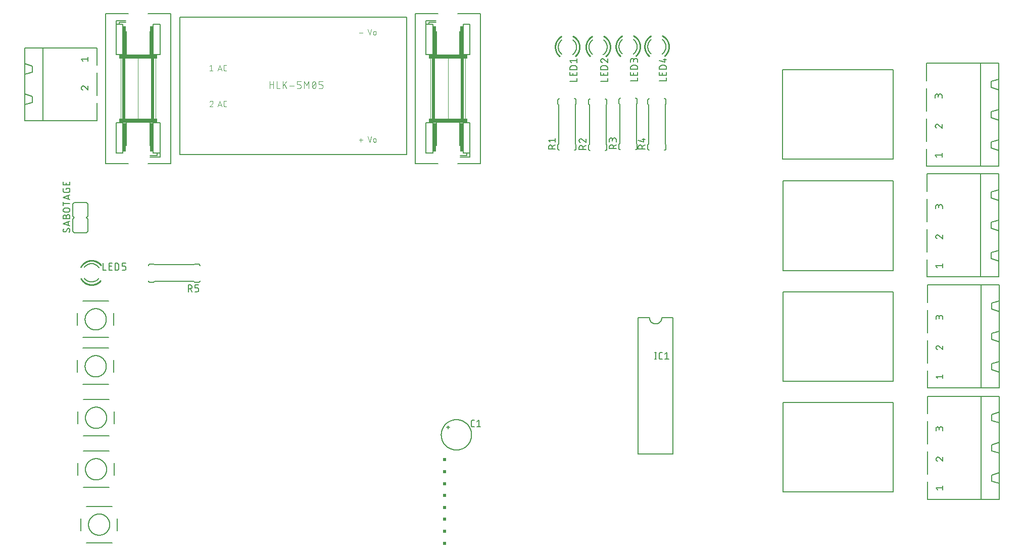
<source format=gbr>
G04 EAGLE Gerber RS-274X export*
G75*
%MOMM*%
%FSLAX34Y34*%
%LPD*%
%INSilkscreen Top*%
%IPPOS*%
%AMOC8*
5,1,8,0,0,1.08239X$1,22.5*%
G01*
%ADD10C,0.152400*%
%ADD11C,0.127000*%
%ADD12C,0.050800*%
%ADD13R,1.143000X0.635000*%
%ADD14R,4.064000X0.635000*%
%ADD15R,0.508000X10.160000*%
%ADD16R,0.127000X3.937000*%
%ADD17R,0.508000X4.826000*%
%ADD18C,0.254000*%
%ADD19C,0.203200*%
%ADD20R,0.508000X0.508000*%
%ADD21C,0.101600*%
%ADD22C,0.076200*%


D10*
X701675Y266700D02*
X704215Y266700D01*
X704215Y264160D01*
X704215Y266700D02*
X706755Y266700D01*
X704215Y266700D02*
X704215Y269240D01*
X692785Y254000D02*
X692793Y254623D01*
X692816Y255246D01*
X692854Y255869D01*
X692907Y256490D01*
X692976Y257109D01*
X693060Y257727D01*
X693159Y258342D01*
X693273Y258955D01*
X693402Y259565D01*
X693546Y260172D01*
X693705Y260775D01*
X693879Y261373D01*
X694067Y261968D01*
X694270Y262557D01*
X694487Y263141D01*
X694718Y263720D01*
X694964Y264293D01*
X695224Y264860D01*
X695497Y265420D01*
X695784Y265973D01*
X696085Y266520D01*
X696399Y267058D01*
X696726Y267589D01*
X697066Y268111D01*
X697418Y268626D01*
X697784Y269131D01*
X698161Y269627D01*
X698551Y270114D01*
X698952Y270591D01*
X699365Y271058D01*
X699789Y271514D01*
X700224Y271961D01*
X700671Y272396D01*
X701127Y272820D01*
X701594Y273233D01*
X702071Y273634D01*
X702558Y274024D01*
X703054Y274401D01*
X703559Y274767D01*
X704074Y275119D01*
X704596Y275459D01*
X705127Y275786D01*
X705665Y276100D01*
X706212Y276401D01*
X706765Y276688D01*
X707325Y276961D01*
X707892Y277221D01*
X708465Y277467D01*
X709044Y277698D01*
X709628Y277915D01*
X710217Y278118D01*
X710812Y278306D01*
X711410Y278480D01*
X712013Y278639D01*
X712620Y278783D01*
X713230Y278912D01*
X713843Y279026D01*
X714458Y279125D01*
X715076Y279209D01*
X715695Y279278D01*
X716316Y279331D01*
X716939Y279369D01*
X717562Y279392D01*
X718185Y279400D01*
X718808Y279392D01*
X719431Y279369D01*
X720054Y279331D01*
X720675Y279278D01*
X721294Y279209D01*
X721912Y279125D01*
X722527Y279026D01*
X723140Y278912D01*
X723750Y278783D01*
X724357Y278639D01*
X724960Y278480D01*
X725558Y278306D01*
X726153Y278118D01*
X726742Y277915D01*
X727326Y277698D01*
X727905Y277467D01*
X728478Y277221D01*
X729045Y276961D01*
X729605Y276688D01*
X730158Y276401D01*
X730705Y276100D01*
X731243Y275786D01*
X731774Y275459D01*
X732296Y275119D01*
X732811Y274767D01*
X733316Y274401D01*
X733812Y274024D01*
X734299Y273634D01*
X734776Y273233D01*
X735243Y272820D01*
X735699Y272396D01*
X736146Y271961D01*
X736581Y271514D01*
X737005Y271058D01*
X737418Y270591D01*
X737819Y270114D01*
X738209Y269627D01*
X738586Y269131D01*
X738952Y268626D01*
X739304Y268111D01*
X739644Y267589D01*
X739971Y267058D01*
X740285Y266520D01*
X740586Y265973D01*
X740873Y265420D01*
X741146Y264860D01*
X741406Y264293D01*
X741652Y263720D01*
X741883Y263141D01*
X742100Y262557D01*
X742303Y261968D01*
X742491Y261373D01*
X742665Y260775D01*
X742824Y260172D01*
X742968Y259565D01*
X743097Y258955D01*
X743211Y258342D01*
X743310Y257727D01*
X743394Y257109D01*
X743463Y256490D01*
X743516Y255869D01*
X743554Y255246D01*
X743577Y254623D01*
X743585Y254000D01*
X743577Y253377D01*
X743554Y252754D01*
X743516Y252131D01*
X743463Y251510D01*
X743394Y250891D01*
X743310Y250273D01*
X743211Y249658D01*
X743097Y249045D01*
X742968Y248435D01*
X742824Y247828D01*
X742665Y247225D01*
X742491Y246627D01*
X742303Y246032D01*
X742100Y245443D01*
X741883Y244859D01*
X741652Y244280D01*
X741406Y243707D01*
X741146Y243140D01*
X740873Y242580D01*
X740586Y242027D01*
X740285Y241480D01*
X739971Y240942D01*
X739644Y240411D01*
X739304Y239889D01*
X738952Y239374D01*
X738586Y238869D01*
X738209Y238373D01*
X737819Y237886D01*
X737418Y237409D01*
X737005Y236942D01*
X736581Y236486D01*
X736146Y236039D01*
X735699Y235604D01*
X735243Y235180D01*
X734776Y234767D01*
X734299Y234366D01*
X733812Y233976D01*
X733316Y233599D01*
X732811Y233233D01*
X732296Y232881D01*
X731774Y232541D01*
X731243Y232214D01*
X730705Y231900D01*
X730158Y231599D01*
X729605Y231312D01*
X729045Y231039D01*
X728478Y230779D01*
X727905Y230533D01*
X727326Y230302D01*
X726742Y230085D01*
X726153Y229882D01*
X725558Y229694D01*
X724960Y229520D01*
X724357Y229361D01*
X723750Y229217D01*
X723140Y229088D01*
X722527Y228974D01*
X721912Y228875D01*
X721294Y228791D01*
X720675Y228722D01*
X720054Y228669D01*
X719431Y228631D01*
X718808Y228608D01*
X718185Y228600D01*
X717562Y228608D01*
X716939Y228631D01*
X716316Y228669D01*
X715695Y228722D01*
X715076Y228791D01*
X714458Y228875D01*
X713843Y228974D01*
X713230Y229088D01*
X712620Y229217D01*
X712013Y229361D01*
X711410Y229520D01*
X710812Y229694D01*
X710217Y229882D01*
X709628Y230085D01*
X709044Y230302D01*
X708465Y230533D01*
X707892Y230779D01*
X707325Y231039D01*
X706765Y231312D01*
X706212Y231599D01*
X705665Y231900D01*
X705127Y232214D01*
X704596Y232541D01*
X704074Y232881D01*
X703559Y233233D01*
X703054Y233599D01*
X702558Y233976D01*
X702071Y234366D01*
X701594Y234767D01*
X701127Y235180D01*
X700671Y235604D01*
X700224Y236039D01*
X699789Y236486D01*
X699365Y236942D01*
X698952Y237409D01*
X698551Y237886D01*
X698161Y238373D01*
X697784Y238869D01*
X697418Y239374D01*
X697066Y239889D01*
X696726Y240411D01*
X696399Y240942D01*
X696085Y241480D01*
X695784Y242027D01*
X695497Y242580D01*
X695224Y243140D01*
X694964Y243707D01*
X694718Y244280D01*
X694487Y244859D01*
X694270Y245443D01*
X694067Y246032D01*
X693879Y246627D01*
X693705Y247225D01*
X693546Y247828D01*
X693402Y248435D01*
X693273Y249045D01*
X693159Y249658D01*
X693060Y250273D01*
X692976Y250891D01*
X692907Y251510D01*
X692854Y252131D01*
X692816Y252754D01*
X692793Y253377D01*
X692785Y254000D01*
D11*
X745490Y267335D02*
X748030Y267335D01*
X745490Y267335D02*
X745390Y267337D01*
X745291Y267343D01*
X745191Y267353D01*
X745093Y267366D01*
X744994Y267384D01*
X744897Y267405D01*
X744801Y267430D01*
X744705Y267459D01*
X744611Y267492D01*
X744518Y267528D01*
X744427Y267568D01*
X744337Y267612D01*
X744249Y267659D01*
X744163Y267709D01*
X744079Y267763D01*
X743997Y267820D01*
X743918Y267880D01*
X743840Y267944D01*
X743766Y268010D01*
X743694Y268079D01*
X743625Y268151D01*
X743559Y268225D01*
X743495Y268303D01*
X743435Y268382D01*
X743378Y268464D01*
X743324Y268548D01*
X743274Y268634D01*
X743227Y268722D01*
X743183Y268812D01*
X743143Y268903D01*
X743107Y268996D01*
X743074Y269090D01*
X743045Y269186D01*
X743020Y269282D01*
X742999Y269379D01*
X742981Y269478D01*
X742968Y269576D01*
X742958Y269676D01*
X742952Y269775D01*
X742950Y269875D01*
X742950Y276225D01*
X742952Y276325D01*
X742958Y276424D01*
X742968Y276524D01*
X742981Y276622D01*
X742999Y276721D01*
X743020Y276818D01*
X743045Y276914D01*
X743074Y277010D01*
X743107Y277104D01*
X743143Y277197D01*
X743183Y277288D01*
X743227Y277378D01*
X743274Y277466D01*
X743324Y277552D01*
X743378Y277636D01*
X743435Y277718D01*
X743495Y277797D01*
X743559Y277875D01*
X743625Y277949D01*
X743694Y278021D01*
X743766Y278090D01*
X743840Y278156D01*
X743918Y278220D01*
X743997Y278280D01*
X744079Y278337D01*
X744163Y278391D01*
X744249Y278441D01*
X744337Y278488D01*
X744427Y278532D01*
X744518Y278572D01*
X744611Y278608D01*
X744705Y278641D01*
X744801Y278670D01*
X744897Y278695D01*
X744994Y278716D01*
X745093Y278734D01*
X745191Y278747D01*
X745291Y278757D01*
X745390Y278763D01*
X745490Y278765D01*
X748030Y278765D01*
X752512Y276225D02*
X755687Y278765D01*
X755687Y267335D01*
X752512Y267335D02*
X758862Y267335D01*
D10*
X130175Y708660D02*
X130175Y960120D01*
X239395Y960120D02*
X239395Y708660D01*
D12*
X155575Y783590D02*
X155575Y885190D01*
X213995Y885190D02*
X213995Y783590D01*
D10*
X221615Y891540D02*
X221615Y942340D01*
X153035Y942340D02*
X147955Y942340D01*
X159385Y942340D02*
X159385Y891540D01*
X210185Y942340D02*
X221615Y942340D01*
X210185Y942340D02*
X210185Y891540D01*
X147955Y891540D02*
X147955Y942340D01*
X147955Y891540D02*
X159385Y891540D01*
X147955Y942340D02*
X147955Y948690D01*
X164465Y948690D01*
X164465Y946150D02*
X153035Y946150D01*
X153035Y942340D01*
X159385Y942340D01*
X210185Y891540D02*
X221615Y891540D01*
X147955Y777240D02*
X147955Y726440D01*
X216535Y726440D02*
X221615Y726440D01*
X210185Y726440D02*
X210185Y777240D01*
X159385Y726440D02*
X147955Y726440D01*
X159385Y726440D02*
X159385Y777240D01*
X221615Y777240D02*
X221615Y726440D01*
X221615Y777240D02*
X210185Y777240D01*
X221615Y726440D02*
X221615Y720090D01*
X205105Y720090D01*
X205105Y722630D02*
X216535Y722630D01*
X216535Y726440D01*
X210185Y726440D01*
X159385Y777240D02*
X147955Y777240D01*
D12*
X184785Y782320D02*
X184785Y886460D01*
D10*
X201295Y708660D02*
X239395Y708660D01*
X168275Y708660D02*
X130175Y708660D01*
X201295Y960120D02*
X239395Y960120D01*
X168275Y960120D02*
X130175Y960120D01*
D13*
X158750Y888365D03*
X210820Y888365D03*
D14*
X184785Y888365D03*
D13*
X210820Y780415D03*
X158750Y780415D03*
D14*
X184785Y780415D03*
D15*
X208915Y834390D03*
X160655Y834390D03*
D16*
X165100Y757555D03*
X204470Y757555D03*
X204470Y911225D03*
X165100Y911225D03*
D17*
X161925Y915670D03*
X207645Y915670D03*
X207645Y753110D03*
X161925Y753110D03*
D10*
X649605Y708660D02*
X649605Y960120D01*
X758825Y960120D02*
X758825Y708660D01*
D12*
X675005Y783590D02*
X675005Y885190D01*
X733425Y885190D02*
X733425Y783590D01*
D10*
X741045Y891540D02*
X741045Y942340D01*
X672465Y942340D02*
X667385Y942340D01*
X678815Y942340D02*
X678815Y891540D01*
X729615Y942340D02*
X741045Y942340D01*
X729615Y942340D02*
X729615Y891540D01*
X667385Y891540D02*
X667385Y942340D01*
X667385Y891540D02*
X678815Y891540D01*
X667385Y942340D02*
X667385Y948690D01*
X683895Y948690D01*
X683895Y946150D02*
X672465Y946150D01*
X672465Y942340D01*
X678815Y942340D01*
X729615Y891540D02*
X741045Y891540D01*
X667385Y777240D02*
X667385Y726440D01*
X735965Y726440D02*
X741045Y726440D01*
X729615Y726440D02*
X729615Y777240D01*
X678815Y726440D02*
X667385Y726440D01*
X678815Y726440D02*
X678815Y777240D01*
X741045Y777240D02*
X741045Y726440D01*
X741045Y777240D02*
X729615Y777240D01*
X741045Y726440D02*
X741045Y720090D01*
X724535Y720090D01*
X724535Y722630D02*
X735965Y722630D01*
X735965Y726440D01*
X729615Y726440D01*
X678815Y777240D02*
X667385Y777240D01*
D12*
X704215Y782320D02*
X704215Y886460D01*
D10*
X720725Y708660D02*
X758825Y708660D01*
X687705Y708660D02*
X649605Y708660D01*
X720725Y960120D02*
X758825Y960120D01*
X687705Y960120D02*
X649605Y960120D01*
D13*
X678180Y888365D03*
X730250Y888365D03*
D14*
X704215Y888365D03*
D13*
X730250Y780415D03*
X678180Y780415D03*
D14*
X704215Y780415D03*
D15*
X728345Y834390D03*
X680085Y834390D03*
D16*
X684530Y757555D03*
X723900Y757555D03*
X723900Y911225D03*
X684530Y911225D03*
D17*
X681355Y915670D03*
X727075Y915670D03*
X727075Y753110D03*
X681355Y753110D03*
D10*
X913098Y891839D02*
X913398Y892058D01*
X913692Y892285D01*
X913980Y892519D01*
X914263Y892760D01*
X914540Y893007D01*
X914811Y893262D01*
X915075Y893523D01*
X915333Y893790D01*
X915584Y894063D01*
X915829Y894343D01*
X916067Y894628D01*
X916297Y894919D01*
X916521Y895216D01*
X916737Y895518D01*
X916946Y895825D01*
X917147Y896137D01*
X917341Y896454D01*
X917527Y896776D01*
X917705Y897102D01*
X917875Y897432D01*
X918037Y897766D01*
X918190Y898104D01*
X918336Y898446D01*
X918473Y898791D01*
X918601Y899140D01*
X918721Y899491D01*
X918833Y899846D01*
X918935Y900203D01*
X919030Y900562D01*
X919115Y900923D01*
X919191Y901287D01*
X919259Y901652D01*
X919317Y902019D01*
X919367Y902387D01*
X919408Y902756D01*
X919439Y903126D01*
X919462Y903497D01*
X919475Y903868D01*
X919480Y904240D01*
X919475Y904612D01*
X919462Y904983D01*
X919439Y905355D01*
X919407Y905725D01*
X919367Y906095D01*
X919317Y906463D01*
X919258Y906831D01*
X919191Y907196D01*
X919114Y907560D01*
X919028Y907922D01*
X918934Y908282D01*
X918831Y908639D01*
X918720Y908994D01*
X918599Y909346D01*
X918470Y909695D01*
X918333Y910040D01*
X918187Y910382D01*
X918033Y910721D01*
X917871Y911056D01*
X917701Y911386D01*
X917522Y911712D01*
X917336Y912034D01*
X917142Y912352D01*
X916940Y912664D01*
X916731Y912971D01*
X916514Y913273D01*
X916290Y913570D01*
X916059Y913862D01*
X915821Y914147D01*
X915575Y914427D01*
X915323Y914700D01*
X915065Y914968D01*
X914800Y915228D01*
X914529Y915483D01*
X914251Y915731D01*
X913968Y915971D01*
X913679Y916205D01*
X913384Y916432D01*
X889000Y904240D02*
X889004Y903875D01*
X889017Y903510D01*
X889039Y903146D01*
X889070Y902783D01*
X889109Y902420D01*
X889157Y902058D01*
X889214Y901698D01*
X889279Y901339D01*
X889352Y900981D01*
X889435Y900626D01*
X889525Y900273D01*
X889625Y899921D01*
X889732Y899573D01*
X889848Y899227D01*
X889972Y898884D01*
X890105Y898544D01*
X890245Y898207D01*
X890393Y897874D01*
X890550Y897544D01*
X890714Y897218D01*
X890886Y896896D01*
X891066Y896579D01*
X891253Y896266D01*
X891447Y895957D01*
X891649Y895653D01*
X891859Y895354D01*
X892075Y895060D01*
X892298Y894772D01*
X892528Y894489D01*
X892765Y894211D01*
X893008Y893939D01*
X893258Y893673D01*
X893514Y893413D01*
X893777Y893160D01*
X894045Y892912D01*
X894319Y892672D01*
X894599Y892437D01*
X894884Y892210D01*
X889000Y904240D02*
X889004Y904605D01*
X889017Y904970D01*
X889039Y905334D01*
X889070Y905697D01*
X889109Y906060D01*
X889157Y906422D01*
X889214Y906782D01*
X889279Y907141D01*
X889352Y907499D01*
X889435Y907854D01*
X889525Y908207D01*
X889625Y908559D01*
X889732Y908907D01*
X889848Y909253D01*
X889972Y909596D01*
X890105Y909936D01*
X890245Y910273D01*
X890393Y910606D01*
X890550Y910936D01*
X890714Y911262D01*
X890886Y911584D01*
X891066Y911901D01*
X891253Y912214D01*
X891447Y912523D01*
X891649Y912827D01*
X891859Y913126D01*
X892075Y913420D01*
X892298Y913708D01*
X892528Y913991D01*
X892765Y914269D01*
X893008Y914541D01*
X893258Y914807D01*
X893514Y915067D01*
X893777Y915320D01*
X894045Y915568D01*
X894319Y915808D01*
X894599Y916043D01*
X894884Y916270D01*
D18*
X924560Y904240D02*
X924554Y903746D01*
X924536Y903252D01*
X924506Y902758D01*
X924464Y902265D01*
X924410Y901774D01*
X924344Y901284D01*
X924266Y900796D01*
X924176Y900309D01*
X924075Y899825D01*
X923961Y899344D01*
X923836Y898866D01*
X923700Y898390D01*
X923552Y897919D01*
X923392Y897451D01*
X923221Y896987D01*
X923039Y896527D01*
X922846Y896072D01*
X922642Y895621D01*
X922427Y895176D01*
X922201Y894736D01*
X921964Y894302D01*
X921717Y893874D01*
X921460Y893452D01*
X921192Y893036D01*
X920914Y892627D01*
X920627Y892225D01*
X920330Y891829D01*
X920023Y891442D01*
X919707Y891061D01*
X919382Y890689D01*
X919047Y890324D01*
X918704Y889968D01*
X918353Y889621D01*
X917993Y889281D01*
X917625Y888951D01*
X917249Y888630D01*
X924560Y904240D02*
X924554Y904728D01*
X924537Y905215D01*
X924507Y905702D01*
X924466Y906189D01*
X924414Y906674D01*
X924349Y907158D01*
X924273Y907640D01*
X924186Y908120D01*
X924087Y908598D01*
X923977Y909073D01*
X923855Y909546D01*
X923722Y910015D01*
X923577Y910482D01*
X923422Y910944D01*
X923255Y911403D01*
X923078Y911858D01*
X922889Y912308D01*
X922690Y912753D01*
X922480Y913194D01*
X922260Y913630D01*
X922029Y914060D01*
X921788Y914484D01*
X921537Y914902D01*
X921276Y915315D01*
X921005Y915721D01*
X920725Y916120D01*
X920435Y916513D01*
X920135Y916898D01*
X919826Y917276D01*
X919509Y917647D01*
X919182Y918009D01*
X918847Y918364D01*
X918504Y918711D01*
X918152Y919049D01*
X917793Y919379D01*
X917425Y919700D01*
X917050Y920013D01*
X916667Y920316D01*
X916278Y920610D01*
X915881Y920894D01*
X915478Y921169D01*
X915068Y921434D01*
X914652Y921689D01*
X914230Y921934D01*
X913802Y922169D01*
X883920Y904240D02*
X883926Y903750D01*
X883944Y903260D01*
X883973Y902771D01*
X884015Y902282D01*
X884068Y901795D01*
X884132Y901309D01*
X884209Y900825D01*
X884297Y900343D01*
X884397Y899863D01*
X884508Y899385D01*
X884631Y898911D01*
X884766Y898439D01*
X884911Y897971D01*
X885068Y897507D01*
X885236Y897046D01*
X885415Y896590D01*
X885605Y896138D01*
X885806Y895691D01*
X886018Y895249D01*
X886240Y894812D01*
X886472Y894380D01*
X886715Y893954D01*
X886969Y893535D01*
X887232Y893121D01*
X887505Y892714D01*
X887788Y892314D01*
X888081Y891920D01*
X888382Y891534D01*
X888694Y891155D01*
X889014Y890784D01*
X889343Y890421D01*
X889680Y890065D01*
X890027Y889718D01*
X890381Y889380D01*
X890744Y889050D01*
X891114Y888728D01*
X883920Y904240D02*
X883926Y904737D01*
X883944Y905234D01*
X883975Y905730D01*
X884017Y906225D01*
X884072Y906719D01*
X884138Y907212D01*
X884217Y907702D01*
X884308Y908191D01*
X884410Y908677D01*
X884525Y909161D01*
X884651Y909641D01*
X884789Y910119D01*
X884938Y910593D01*
X885099Y911063D01*
X885272Y911529D01*
X885456Y911991D01*
X885651Y912448D01*
X885857Y912900D01*
X886074Y913347D01*
X886303Y913788D01*
X886541Y914224D01*
X886791Y914654D01*
X887051Y915077D01*
X887321Y915495D01*
X887601Y915905D01*
X887891Y916308D01*
X888191Y916705D01*
X888501Y917093D01*
X888820Y917474D01*
X889148Y917847D01*
X889485Y918212D01*
X889831Y918569D01*
X890186Y918917D01*
X890549Y919256D01*
X890920Y919587D01*
X891300Y919908D01*
X891687Y920220D01*
X892081Y920522D01*
X892483Y920814D01*
X892892Y921097D01*
X893307Y921369D01*
X893730Y921632D01*
X894158Y921883D01*
D11*
X908685Y846607D02*
X920115Y846607D01*
X920115Y851687D01*
X920115Y856513D02*
X920115Y861593D01*
X920115Y856513D02*
X908685Y856513D01*
X908685Y861593D01*
X913765Y860323D02*
X913765Y856513D01*
X908685Y866394D02*
X920115Y866394D01*
X908685Y866394D02*
X908685Y869569D01*
X908687Y869680D01*
X908693Y869790D01*
X908702Y869901D01*
X908716Y870011D01*
X908733Y870120D01*
X908754Y870229D01*
X908779Y870337D01*
X908808Y870444D01*
X908840Y870550D01*
X908876Y870655D01*
X908916Y870758D01*
X908959Y870860D01*
X909006Y870961D01*
X909057Y871060D01*
X909110Y871157D01*
X909167Y871251D01*
X909228Y871344D01*
X909291Y871435D01*
X909358Y871524D01*
X909428Y871610D01*
X909501Y871693D01*
X909576Y871775D01*
X909654Y871853D01*
X909736Y871928D01*
X909819Y872001D01*
X909905Y872071D01*
X909994Y872138D01*
X910085Y872201D01*
X910178Y872262D01*
X910273Y872319D01*
X910369Y872372D01*
X910468Y872423D01*
X910569Y872470D01*
X910671Y872513D01*
X910774Y872553D01*
X910879Y872589D01*
X910985Y872621D01*
X911092Y872650D01*
X911200Y872675D01*
X911309Y872696D01*
X911418Y872713D01*
X911528Y872727D01*
X911639Y872736D01*
X911749Y872742D01*
X911860Y872744D01*
X916940Y872744D01*
X917051Y872742D01*
X917161Y872736D01*
X917272Y872727D01*
X917382Y872713D01*
X917491Y872696D01*
X917600Y872675D01*
X917708Y872650D01*
X917815Y872621D01*
X917921Y872589D01*
X918026Y872553D01*
X918129Y872513D01*
X918231Y872470D01*
X918332Y872423D01*
X918431Y872372D01*
X918528Y872319D01*
X918622Y872262D01*
X918715Y872201D01*
X918806Y872138D01*
X918895Y872071D01*
X918981Y872001D01*
X919064Y871928D01*
X919146Y871853D01*
X919224Y871775D01*
X919299Y871693D01*
X919372Y871610D01*
X919442Y871524D01*
X919509Y871435D01*
X919572Y871344D01*
X919633Y871251D01*
X919690Y871157D01*
X919743Y871060D01*
X919794Y870961D01*
X919841Y870860D01*
X919884Y870758D01*
X919924Y870655D01*
X919960Y870550D01*
X919992Y870444D01*
X920021Y870337D01*
X920046Y870229D01*
X920067Y870120D01*
X920084Y870011D01*
X920098Y869901D01*
X920107Y869790D01*
X920113Y869680D01*
X920115Y869569D01*
X920115Y866394D01*
X911225Y878205D02*
X908685Y881380D01*
X920115Y881380D01*
X920115Y878205D02*
X920115Y884555D01*
D10*
X964533Y891839D02*
X964833Y892058D01*
X965127Y892285D01*
X965415Y892519D01*
X965698Y892760D01*
X965975Y893007D01*
X966246Y893262D01*
X966510Y893523D01*
X966768Y893790D01*
X967019Y894063D01*
X967264Y894343D01*
X967502Y894628D01*
X967732Y894919D01*
X967956Y895216D01*
X968172Y895518D01*
X968381Y895825D01*
X968582Y896137D01*
X968776Y896454D01*
X968962Y896776D01*
X969140Y897102D01*
X969310Y897432D01*
X969472Y897766D01*
X969625Y898104D01*
X969771Y898446D01*
X969908Y898791D01*
X970036Y899140D01*
X970156Y899491D01*
X970268Y899846D01*
X970370Y900203D01*
X970465Y900562D01*
X970550Y900923D01*
X970626Y901287D01*
X970694Y901652D01*
X970752Y902019D01*
X970802Y902387D01*
X970843Y902756D01*
X970874Y903126D01*
X970897Y903497D01*
X970910Y903868D01*
X970915Y904240D01*
X970910Y904612D01*
X970897Y904983D01*
X970874Y905355D01*
X970842Y905725D01*
X970802Y906095D01*
X970752Y906463D01*
X970693Y906831D01*
X970626Y907196D01*
X970549Y907560D01*
X970463Y907922D01*
X970369Y908282D01*
X970266Y908639D01*
X970155Y908994D01*
X970034Y909346D01*
X969905Y909695D01*
X969768Y910040D01*
X969622Y910382D01*
X969468Y910721D01*
X969306Y911056D01*
X969136Y911386D01*
X968957Y911712D01*
X968771Y912034D01*
X968577Y912352D01*
X968375Y912664D01*
X968166Y912971D01*
X967949Y913273D01*
X967725Y913570D01*
X967494Y913862D01*
X967256Y914147D01*
X967010Y914427D01*
X966758Y914700D01*
X966500Y914968D01*
X966235Y915228D01*
X965964Y915483D01*
X965686Y915731D01*
X965403Y915971D01*
X965114Y916205D01*
X964819Y916432D01*
X940435Y904240D02*
X940439Y903875D01*
X940452Y903510D01*
X940474Y903146D01*
X940505Y902783D01*
X940544Y902420D01*
X940592Y902058D01*
X940649Y901698D01*
X940714Y901339D01*
X940787Y900981D01*
X940870Y900626D01*
X940960Y900273D01*
X941060Y899921D01*
X941167Y899573D01*
X941283Y899227D01*
X941407Y898884D01*
X941540Y898544D01*
X941680Y898207D01*
X941828Y897874D01*
X941985Y897544D01*
X942149Y897218D01*
X942321Y896896D01*
X942501Y896579D01*
X942688Y896266D01*
X942882Y895957D01*
X943084Y895653D01*
X943294Y895354D01*
X943510Y895060D01*
X943733Y894772D01*
X943963Y894489D01*
X944200Y894211D01*
X944443Y893939D01*
X944693Y893673D01*
X944949Y893413D01*
X945212Y893160D01*
X945480Y892912D01*
X945754Y892672D01*
X946034Y892437D01*
X946319Y892210D01*
X940435Y904240D02*
X940439Y904605D01*
X940452Y904970D01*
X940474Y905334D01*
X940505Y905697D01*
X940544Y906060D01*
X940592Y906422D01*
X940649Y906782D01*
X940714Y907141D01*
X940787Y907499D01*
X940870Y907854D01*
X940960Y908207D01*
X941060Y908559D01*
X941167Y908907D01*
X941283Y909253D01*
X941407Y909596D01*
X941540Y909936D01*
X941680Y910273D01*
X941828Y910606D01*
X941985Y910936D01*
X942149Y911262D01*
X942321Y911584D01*
X942501Y911901D01*
X942688Y912214D01*
X942882Y912523D01*
X943084Y912827D01*
X943294Y913126D01*
X943510Y913420D01*
X943733Y913708D01*
X943963Y913991D01*
X944200Y914269D01*
X944443Y914541D01*
X944693Y914807D01*
X944949Y915067D01*
X945212Y915320D01*
X945480Y915568D01*
X945754Y915808D01*
X946034Y916043D01*
X946319Y916270D01*
D18*
X975995Y904240D02*
X975989Y903746D01*
X975971Y903252D01*
X975941Y902758D01*
X975899Y902265D01*
X975845Y901774D01*
X975779Y901284D01*
X975701Y900796D01*
X975611Y900309D01*
X975510Y899825D01*
X975396Y899344D01*
X975271Y898866D01*
X975135Y898390D01*
X974987Y897919D01*
X974827Y897451D01*
X974656Y896987D01*
X974474Y896527D01*
X974281Y896072D01*
X974077Y895621D01*
X973862Y895176D01*
X973636Y894736D01*
X973399Y894302D01*
X973152Y893874D01*
X972895Y893452D01*
X972627Y893036D01*
X972349Y892627D01*
X972062Y892225D01*
X971765Y891829D01*
X971458Y891442D01*
X971142Y891061D01*
X970817Y890689D01*
X970482Y890324D01*
X970139Y889968D01*
X969788Y889621D01*
X969428Y889281D01*
X969060Y888951D01*
X968684Y888630D01*
X975995Y904240D02*
X975989Y904728D01*
X975972Y905215D01*
X975942Y905702D01*
X975901Y906189D01*
X975849Y906674D01*
X975784Y907158D01*
X975708Y907640D01*
X975621Y908120D01*
X975522Y908598D01*
X975412Y909073D01*
X975290Y909546D01*
X975157Y910015D01*
X975012Y910482D01*
X974857Y910944D01*
X974690Y911403D01*
X974513Y911858D01*
X974324Y912308D01*
X974125Y912753D01*
X973915Y913194D01*
X973695Y913630D01*
X973464Y914060D01*
X973223Y914484D01*
X972972Y914902D01*
X972711Y915315D01*
X972440Y915721D01*
X972160Y916120D01*
X971870Y916513D01*
X971570Y916898D01*
X971261Y917276D01*
X970944Y917647D01*
X970617Y918009D01*
X970282Y918364D01*
X969939Y918711D01*
X969587Y919049D01*
X969228Y919379D01*
X968860Y919700D01*
X968485Y920013D01*
X968102Y920316D01*
X967713Y920610D01*
X967316Y920894D01*
X966913Y921169D01*
X966503Y921434D01*
X966087Y921689D01*
X965665Y921934D01*
X965237Y922169D01*
X935355Y904240D02*
X935361Y903750D01*
X935379Y903260D01*
X935408Y902771D01*
X935450Y902282D01*
X935503Y901795D01*
X935567Y901309D01*
X935644Y900825D01*
X935732Y900343D01*
X935832Y899863D01*
X935943Y899385D01*
X936066Y898911D01*
X936201Y898439D01*
X936346Y897971D01*
X936503Y897507D01*
X936671Y897046D01*
X936850Y896590D01*
X937040Y896138D01*
X937241Y895691D01*
X937453Y895249D01*
X937675Y894812D01*
X937907Y894380D01*
X938150Y893954D01*
X938404Y893535D01*
X938667Y893121D01*
X938940Y892714D01*
X939223Y892314D01*
X939516Y891920D01*
X939817Y891534D01*
X940129Y891155D01*
X940449Y890784D01*
X940778Y890421D01*
X941115Y890065D01*
X941462Y889718D01*
X941816Y889380D01*
X942179Y889050D01*
X942549Y888728D01*
X935355Y904240D02*
X935361Y904737D01*
X935379Y905234D01*
X935410Y905730D01*
X935452Y906225D01*
X935507Y906719D01*
X935573Y907212D01*
X935652Y907702D01*
X935743Y908191D01*
X935845Y908677D01*
X935960Y909161D01*
X936086Y909641D01*
X936224Y910119D01*
X936373Y910593D01*
X936534Y911063D01*
X936707Y911529D01*
X936891Y911991D01*
X937086Y912448D01*
X937292Y912900D01*
X937509Y913347D01*
X937738Y913788D01*
X937976Y914224D01*
X938226Y914654D01*
X938486Y915077D01*
X938756Y915495D01*
X939036Y915905D01*
X939326Y916308D01*
X939626Y916705D01*
X939936Y917093D01*
X940255Y917474D01*
X940583Y917847D01*
X940920Y918212D01*
X941266Y918569D01*
X941621Y918917D01*
X941984Y919256D01*
X942355Y919587D01*
X942735Y919908D01*
X943122Y920220D01*
X943516Y920522D01*
X943918Y920814D01*
X944327Y921097D01*
X944742Y921369D01*
X945165Y921632D01*
X945593Y921883D01*
D11*
X960120Y846607D02*
X971550Y846607D01*
X971550Y851687D01*
X971550Y856513D02*
X971550Y861593D01*
X971550Y856513D02*
X960120Y856513D01*
X960120Y861593D01*
X965200Y860323D02*
X965200Y856513D01*
X960120Y866394D02*
X971550Y866394D01*
X960120Y866394D02*
X960120Y869569D01*
X960122Y869680D01*
X960128Y869790D01*
X960137Y869901D01*
X960151Y870011D01*
X960168Y870120D01*
X960189Y870229D01*
X960214Y870337D01*
X960243Y870444D01*
X960275Y870550D01*
X960311Y870655D01*
X960351Y870758D01*
X960394Y870860D01*
X960441Y870961D01*
X960492Y871060D01*
X960545Y871157D01*
X960602Y871251D01*
X960663Y871344D01*
X960726Y871435D01*
X960793Y871524D01*
X960863Y871610D01*
X960936Y871693D01*
X961011Y871775D01*
X961089Y871853D01*
X961171Y871928D01*
X961254Y872001D01*
X961340Y872071D01*
X961429Y872138D01*
X961520Y872201D01*
X961613Y872262D01*
X961708Y872319D01*
X961804Y872372D01*
X961903Y872423D01*
X962004Y872470D01*
X962106Y872513D01*
X962209Y872553D01*
X962314Y872589D01*
X962420Y872621D01*
X962527Y872650D01*
X962635Y872675D01*
X962744Y872696D01*
X962853Y872713D01*
X962963Y872727D01*
X963074Y872736D01*
X963184Y872742D01*
X963295Y872744D01*
X968375Y872744D01*
X968486Y872742D01*
X968596Y872736D01*
X968707Y872727D01*
X968817Y872713D01*
X968926Y872696D01*
X969035Y872675D01*
X969143Y872650D01*
X969250Y872621D01*
X969356Y872589D01*
X969461Y872553D01*
X969564Y872513D01*
X969666Y872470D01*
X969767Y872423D01*
X969866Y872372D01*
X969963Y872319D01*
X970057Y872262D01*
X970150Y872201D01*
X970241Y872138D01*
X970330Y872071D01*
X970416Y872001D01*
X970499Y871928D01*
X970581Y871853D01*
X970659Y871775D01*
X970734Y871693D01*
X970807Y871610D01*
X970877Y871524D01*
X970944Y871435D01*
X971007Y871344D01*
X971068Y871251D01*
X971125Y871157D01*
X971178Y871060D01*
X971229Y870961D01*
X971276Y870860D01*
X971319Y870758D01*
X971359Y870655D01*
X971395Y870550D01*
X971427Y870444D01*
X971456Y870337D01*
X971481Y870229D01*
X971502Y870120D01*
X971519Y870011D01*
X971533Y869901D01*
X971542Y869790D01*
X971548Y869680D01*
X971550Y869569D01*
X971550Y866394D01*
X960120Y881698D02*
X960122Y881802D01*
X960128Y881907D01*
X960137Y882011D01*
X960150Y882114D01*
X960168Y882217D01*
X960188Y882319D01*
X960213Y882421D01*
X960241Y882521D01*
X960273Y882621D01*
X960309Y882719D01*
X960348Y882816D01*
X960390Y882911D01*
X960436Y883005D01*
X960486Y883097D01*
X960538Y883187D01*
X960594Y883275D01*
X960654Y883361D01*
X960716Y883445D01*
X960781Y883526D01*
X960849Y883605D01*
X960921Y883682D01*
X960994Y883755D01*
X961071Y883827D01*
X961150Y883895D01*
X961231Y883960D01*
X961315Y884022D01*
X961401Y884082D01*
X961489Y884138D01*
X961579Y884190D01*
X961671Y884240D01*
X961765Y884286D01*
X961860Y884328D01*
X961957Y884367D01*
X962055Y884403D01*
X962155Y884435D01*
X962255Y884463D01*
X962357Y884488D01*
X962459Y884508D01*
X962562Y884526D01*
X962665Y884539D01*
X962769Y884548D01*
X962874Y884554D01*
X962978Y884556D01*
X960120Y881698D02*
X960122Y881580D01*
X960128Y881461D01*
X960137Y881343D01*
X960150Y881226D01*
X960168Y881109D01*
X960188Y880992D01*
X960213Y880876D01*
X960241Y880761D01*
X960274Y880648D01*
X960309Y880535D01*
X960349Y880423D01*
X960391Y880313D01*
X960438Y880204D01*
X960488Y880096D01*
X960541Y879991D01*
X960598Y879887D01*
X960658Y879785D01*
X960721Y879685D01*
X960788Y879587D01*
X960857Y879491D01*
X960930Y879398D01*
X961006Y879307D01*
X961084Y879218D01*
X961166Y879132D01*
X961250Y879049D01*
X961336Y878968D01*
X961426Y878891D01*
X961517Y878816D01*
X961611Y878744D01*
X961708Y878675D01*
X961806Y878610D01*
X961907Y878547D01*
X962010Y878488D01*
X962114Y878432D01*
X962220Y878380D01*
X962328Y878331D01*
X962437Y878286D01*
X962548Y878244D01*
X962660Y878206D01*
X965200Y883603D02*
X965125Y883679D01*
X965046Y883754D01*
X964965Y883825D01*
X964881Y883894D01*
X964795Y883959D01*
X964707Y884021D01*
X964617Y884081D01*
X964525Y884137D01*
X964430Y884190D01*
X964334Y884239D01*
X964236Y884285D01*
X964137Y884328D01*
X964036Y884367D01*
X963934Y884402D01*
X963831Y884434D01*
X963727Y884462D01*
X963622Y884487D01*
X963515Y884508D01*
X963409Y884525D01*
X963302Y884538D01*
X963194Y884547D01*
X963086Y884553D01*
X962978Y884555D01*
X965200Y883603D02*
X971550Y878205D01*
X971550Y884555D01*
D10*
X888365Y734060D02*
X888367Y733960D01*
X888373Y733861D01*
X888383Y733761D01*
X888396Y733663D01*
X888414Y733564D01*
X888435Y733467D01*
X888460Y733371D01*
X888489Y733275D01*
X888522Y733181D01*
X888558Y733088D01*
X888598Y732997D01*
X888642Y732907D01*
X888689Y732819D01*
X888739Y732733D01*
X888793Y732649D01*
X888850Y732567D01*
X888910Y732488D01*
X888974Y732410D01*
X889040Y732336D01*
X889109Y732264D01*
X889181Y732195D01*
X889255Y732129D01*
X889333Y732065D01*
X889412Y732005D01*
X889494Y731948D01*
X889578Y731894D01*
X889664Y731844D01*
X889752Y731797D01*
X889842Y731753D01*
X889933Y731713D01*
X890026Y731677D01*
X890120Y731644D01*
X890216Y731615D01*
X890312Y731590D01*
X890409Y731569D01*
X890508Y731551D01*
X890606Y731538D01*
X890706Y731528D01*
X890805Y731522D01*
X890905Y731520D01*
X916305Y731520D02*
X916405Y731522D01*
X916504Y731528D01*
X916604Y731538D01*
X916702Y731551D01*
X916801Y731569D01*
X916898Y731590D01*
X916994Y731615D01*
X917090Y731644D01*
X917184Y731677D01*
X917277Y731713D01*
X917368Y731753D01*
X917458Y731797D01*
X917546Y731844D01*
X917632Y731894D01*
X917716Y731948D01*
X917798Y732005D01*
X917877Y732065D01*
X917955Y732129D01*
X918029Y732195D01*
X918101Y732264D01*
X918170Y732336D01*
X918236Y732410D01*
X918300Y732488D01*
X918360Y732567D01*
X918417Y732649D01*
X918471Y732733D01*
X918521Y732819D01*
X918568Y732907D01*
X918612Y732997D01*
X918652Y733088D01*
X918688Y733181D01*
X918721Y733275D01*
X918750Y733371D01*
X918775Y733467D01*
X918796Y733564D01*
X918814Y733663D01*
X918827Y733761D01*
X918837Y733861D01*
X918843Y733960D01*
X918845Y734060D01*
X918845Y815340D02*
X918843Y815440D01*
X918837Y815539D01*
X918827Y815639D01*
X918814Y815737D01*
X918796Y815836D01*
X918775Y815933D01*
X918750Y816029D01*
X918721Y816125D01*
X918688Y816219D01*
X918652Y816312D01*
X918612Y816403D01*
X918568Y816493D01*
X918521Y816581D01*
X918471Y816667D01*
X918417Y816751D01*
X918360Y816833D01*
X918300Y816912D01*
X918236Y816990D01*
X918170Y817064D01*
X918101Y817136D01*
X918029Y817205D01*
X917955Y817271D01*
X917877Y817335D01*
X917798Y817395D01*
X917716Y817452D01*
X917632Y817506D01*
X917546Y817556D01*
X917458Y817603D01*
X917368Y817647D01*
X917277Y817687D01*
X917184Y817723D01*
X917090Y817756D01*
X916994Y817785D01*
X916898Y817810D01*
X916801Y817831D01*
X916702Y817849D01*
X916604Y817862D01*
X916504Y817872D01*
X916405Y817878D01*
X916305Y817880D01*
X890905Y817880D02*
X890805Y817878D01*
X890706Y817872D01*
X890606Y817862D01*
X890508Y817849D01*
X890409Y817831D01*
X890312Y817810D01*
X890216Y817785D01*
X890120Y817756D01*
X890026Y817723D01*
X889933Y817687D01*
X889842Y817647D01*
X889752Y817603D01*
X889664Y817556D01*
X889578Y817506D01*
X889494Y817452D01*
X889412Y817395D01*
X889333Y817335D01*
X889255Y817271D01*
X889181Y817205D01*
X889109Y817136D01*
X889040Y817064D01*
X888974Y816990D01*
X888910Y816912D01*
X888850Y816833D01*
X888793Y816751D01*
X888739Y816667D01*
X888689Y816581D01*
X888642Y816493D01*
X888598Y816403D01*
X888558Y816312D01*
X888522Y816219D01*
X888489Y816125D01*
X888460Y816029D01*
X888435Y815933D01*
X888414Y815836D01*
X888396Y815737D01*
X888383Y815639D01*
X888373Y815539D01*
X888367Y815440D01*
X888365Y815340D01*
X888365Y740410D02*
X888365Y734060D01*
X888365Y740410D02*
X889635Y741680D01*
X918845Y740410D02*
X918845Y734060D01*
X918845Y740410D02*
X917575Y741680D01*
X889635Y807720D02*
X888365Y808990D01*
X889635Y807720D02*
X889635Y741680D01*
X917575Y807720D02*
X918845Y808990D01*
X917575Y807720D02*
X917575Y741680D01*
X888365Y808990D02*
X888365Y815340D01*
X918845Y815340D02*
X918845Y808990D01*
D11*
X883920Y733425D02*
X872490Y733425D01*
X872490Y736600D01*
X872492Y736711D01*
X872498Y736821D01*
X872507Y736932D01*
X872521Y737042D01*
X872538Y737151D01*
X872559Y737260D01*
X872584Y737368D01*
X872613Y737475D01*
X872645Y737581D01*
X872681Y737686D01*
X872721Y737789D01*
X872764Y737891D01*
X872811Y737992D01*
X872862Y738091D01*
X872915Y738188D01*
X872972Y738282D01*
X873033Y738375D01*
X873096Y738466D01*
X873163Y738555D01*
X873233Y738641D01*
X873306Y738724D01*
X873381Y738806D01*
X873459Y738884D01*
X873541Y738959D01*
X873624Y739032D01*
X873710Y739102D01*
X873799Y739169D01*
X873890Y739232D01*
X873983Y739293D01*
X874078Y739350D01*
X874174Y739403D01*
X874273Y739454D01*
X874374Y739501D01*
X874476Y739544D01*
X874579Y739584D01*
X874684Y739620D01*
X874790Y739652D01*
X874897Y739681D01*
X875005Y739706D01*
X875114Y739727D01*
X875223Y739744D01*
X875333Y739758D01*
X875444Y739767D01*
X875554Y739773D01*
X875665Y739775D01*
X875776Y739773D01*
X875886Y739767D01*
X875997Y739758D01*
X876107Y739744D01*
X876216Y739727D01*
X876325Y739706D01*
X876433Y739681D01*
X876540Y739652D01*
X876646Y739620D01*
X876751Y739584D01*
X876854Y739544D01*
X876956Y739501D01*
X877057Y739454D01*
X877156Y739403D01*
X877253Y739350D01*
X877347Y739293D01*
X877440Y739232D01*
X877531Y739169D01*
X877620Y739102D01*
X877706Y739032D01*
X877789Y738959D01*
X877871Y738884D01*
X877949Y738806D01*
X878024Y738724D01*
X878097Y738641D01*
X878167Y738555D01*
X878234Y738466D01*
X878297Y738375D01*
X878358Y738282D01*
X878415Y738188D01*
X878468Y738091D01*
X878519Y737992D01*
X878566Y737891D01*
X878609Y737789D01*
X878649Y737686D01*
X878685Y737581D01*
X878717Y737475D01*
X878746Y737368D01*
X878771Y737260D01*
X878792Y737151D01*
X878809Y737042D01*
X878823Y736932D01*
X878832Y736821D01*
X878838Y736711D01*
X878840Y736600D01*
X878840Y733425D01*
X878840Y737235D02*
X883920Y739775D01*
X875030Y744772D02*
X872490Y747947D01*
X883920Y747947D01*
X883920Y744772D02*
X883920Y751122D01*
D10*
X939800Y733425D02*
X939802Y733325D01*
X939808Y733226D01*
X939818Y733126D01*
X939831Y733028D01*
X939849Y732929D01*
X939870Y732832D01*
X939895Y732736D01*
X939924Y732640D01*
X939957Y732546D01*
X939993Y732453D01*
X940033Y732362D01*
X940077Y732272D01*
X940124Y732184D01*
X940174Y732098D01*
X940228Y732014D01*
X940285Y731932D01*
X940345Y731853D01*
X940409Y731775D01*
X940475Y731701D01*
X940544Y731629D01*
X940616Y731560D01*
X940690Y731494D01*
X940768Y731430D01*
X940847Y731370D01*
X940929Y731313D01*
X941013Y731259D01*
X941099Y731209D01*
X941187Y731162D01*
X941277Y731118D01*
X941368Y731078D01*
X941461Y731042D01*
X941555Y731009D01*
X941651Y730980D01*
X941747Y730955D01*
X941844Y730934D01*
X941943Y730916D01*
X942041Y730903D01*
X942141Y730893D01*
X942240Y730887D01*
X942340Y730885D01*
X967740Y730885D02*
X967840Y730887D01*
X967939Y730893D01*
X968039Y730903D01*
X968137Y730916D01*
X968236Y730934D01*
X968333Y730955D01*
X968429Y730980D01*
X968525Y731009D01*
X968619Y731042D01*
X968712Y731078D01*
X968803Y731118D01*
X968893Y731162D01*
X968981Y731209D01*
X969067Y731259D01*
X969151Y731313D01*
X969233Y731370D01*
X969312Y731430D01*
X969390Y731494D01*
X969464Y731560D01*
X969536Y731629D01*
X969605Y731701D01*
X969671Y731775D01*
X969735Y731853D01*
X969795Y731932D01*
X969852Y732014D01*
X969906Y732098D01*
X969956Y732184D01*
X970003Y732272D01*
X970047Y732362D01*
X970087Y732453D01*
X970123Y732546D01*
X970156Y732640D01*
X970185Y732736D01*
X970210Y732832D01*
X970231Y732929D01*
X970249Y733028D01*
X970262Y733126D01*
X970272Y733226D01*
X970278Y733325D01*
X970280Y733425D01*
X970280Y814705D02*
X970278Y814805D01*
X970272Y814904D01*
X970262Y815004D01*
X970249Y815102D01*
X970231Y815201D01*
X970210Y815298D01*
X970185Y815394D01*
X970156Y815490D01*
X970123Y815584D01*
X970087Y815677D01*
X970047Y815768D01*
X970003Y815858D01*
X969956Y815946D01*
X969906Y816032D01*
X969852Y816116D01*
X969795Y816198D01*
X969735Y816277D01*
X969671Y816355D01*
X969605Y816429D01*
X969536Y816501D01*
X969464Y816570D01*
X969390Y816636D01*
X969312Y816700D01*
X969233Y816760D01*
X969151Y816817D01*
X969067Y816871D01*
X968981Y816921D01*
X968893Y816968D01*
X968803Y817012D01*
X968712Y817052D01*
X968619Y817088D01*
X968525Y817121D01*
X968429Y817150D01*
X968333Y817175D01*
X968236Y817196D01*
X968137Y817214D01*
X968039Y817227D01*
X967939Y817237D01*
X967840Y817243D01*
X967740Y817245D01*
X942340Y817245D02*
X942240Y817243D01*
X942141Y817237D01*
X942041Y817227D01*
X941943Y817214D01*
X941844Y817196D01*
X941747Y817175D01*
X941651Y817150D01*
X941555Y817121D01*
X941461Y817088D01*
X941368Y817052D01*
X941277Y817012D01*
X941187Y816968D01*
X941099Y816921D01*
X941013Y816871D01*
X940929Y816817D01*
X940847Y816760D01*
X940768Y816700D01*
X940690Y816636D01*
X940616Y816570D01*
X940544Y816501D01*
X940475Y816429D01*
X940409Y816355D01*
X940345Y816277D01*
X940285Y816198D01*
X940228Y816116D01*
X940174Y816032D01*
X940124Y815946D01*
X940077Y815858D01*
X940033Y815768D01*
X939993Y815677D01*
X939957Y815584D01*
X939924Y815490D01*
X939895Y815394D01*
X939870Y815298D01*
X939849Y815201D01*
X939831Y815102D01*
X939818Y815004D01*
X939808Y814904D01*
X939802Y814805D01*
X939800Y814705D01*
X939800Y739775D02*
X939800Y733425D01*
X939800Y739775D02*
X941070Y741045D01*
X970280Y739775D02*
X970280Y733425D01*
X970280Y739775D02*
X969010Y741045D01*
X941070Y807085D02*
X939800Y808355D01*
X941070Y807085D02*
X941070Y741045D01*
X969010Y807085D02*
X970280Y808355D01*
X969010Y807085D02*
X969010Y741045D01*
X939800Y808355D02*
X939800Y814705D01*
X970280Y814705D02*
X970280Y808355D01*
D11*
X935355Y732790D02*
X923925Y732790D01*
X923925Y735965D01*
X923927Y736076D01*
X923933Y736186D01*
X923942Y736297D01*
X923956Y736407D01*
X923973Y736516D01*
X923994Y736625D01*
X924019Y736733D01*
X924048Y736840D01*
X924080Y736946D01*
X924116Y737051D01*
X924156Y737154D01*
X924199Y737256D01*
X924246Y737357D01*
X924297Y737456D01*
X924350Y737553D01*
X924407Y737647D01*
X924468Y737740D01*
X924531Y737831D01*
X924598Y737920D01*
X924668Y738006D01*
X924741Y738089D01*
X924816Y738171D01*
X924894Y738249D01*
X924976Y738324D01*
X925059Y738397D01*
X925145Y738467D01*
X925234Y738534D01*
X925325Y738597D01*
X925418Y738658D01*
X925513Y738715D01*
X925609Y738768D01*
X925708Y738819D01*
X925809Y738866D01*
X925911Y738909D01*
X926014Y738949D01*
X926119Y738985D01*
X926225Y739017D01*
X926332Y739046D01*
X926440Y739071D01*
X926549Y739092D01*
X926658Y739109D01*
X926768Y739123D01*
X926879Y739132D01*
X926989Y739138D01*
X927100Y739140D01*
X927211Y739138D01*
X927321Y739132D01*
X927432Y739123D01*
X927542Y739109D01*
X927651Y739092D01*
X927760Y739071D01*
X927868Y739046D01*
X927975Y739017D01*
X928081Y738985D01*
X928186Y738949D01*
X928289Y738909D01*
X928391Y738866D01*
X928492Y738819D01*
X928591Y738768D01*
X928688Y738715D01*
X928782Y738658D01*
X928875Y738597D01*
X928966Y738534D01*
X929055Y738467D01*
X929141Y738397D01*
X929224Y738324D01*
X929306Y738249D01*
X929384Y738171D01*
X929459Y738089D01*
X929532Y738006D01*
X929602Y737920D01*
X929669Y737831D01*
X929732Y737740D01*
X929793Y737647D01*
X929850Y737553D01*
X929903Y737456D01*
X929954Y737357D01*
X930001Y737256D01*
X930044Y737154D01*
X930084Y737051D01*
X930120Y736946D01*
X930152Y736840D01*
X930181Y736733D01*
X930206Y736625D01*
X930227Y736516D01*
X930244Y736407D01*
X930258Y736297D01*
X930267Y736186D01*
X930273Y736076D01*
X930275Y735965D01*
X930275Y732790D01*
X930275Y736600D02*
X935355Y739140D01*
X926783Y750488D02*
X926679Y750486D01*
X926574Y750480D01*
X926470Y750471D01*
X926367Y750458D01*
X926264Y750440D01*
X926162Y750420D01*
X926060Y750395D01*
X925960Y750367D01*
X925860Y750335D01*
X925762Y750299D01*
X925665Y750260D01*
X925570Y750218D01*
X925476Y750172D01*
X925384Y750122D01*
X925294Y750070D01*
X925206Y750014D01*
X925120Y749954D01*
X925036Y749892D01*
X924955Y749827D01*
X924876Y749759D01*
X924799Y749687D01*
X924726Y749614D01*
X924654Y749537D01*
X924586Y749458D01*
X924521Y749377D01*
X924459Y749293D01*
X924399Y749207D01*
X924343Y749119D01*
X924291Y749029D01*
X924241Y748937D01*
X924195Y748843D01*
X924153Y748748D01*
X924114Y748651D01*
X924078Y748553D01*
X924046Y748453D01*
X924018Y748353D01*
X923993Y748251D01*
X923973Y748149D01*
X923955Y748046D01*
X923942Y747943D01*
X923933Y747839D01*
X923927Y747734D01*
X923925Y747630D01*
X923927Y747512D01*
X923933Y747393D01*
X923942Y747275D01*
X923955Y747158D01*
X923973Y747041D01*
X923993Y746924D01*
X924018Y746808D01*
X924046Y746693D01*
X924079Y746580D01*
X924114Y746467D01*
X924154Y746355D01*
X924196Y746245D01*
X924243Y746136D01*
X924293Y746028D01*
X924346Y745923D01*
X924403Y745819D01*
X924463Y745717D01*
X924526Y745617D01*
X924593Y745519D01*
X924662Y745423D01*
X924735Y745330D01*
X924811Y745239D01*
X924889Y745150D01*
X924971Y745064D01*
X925055Y744981D01*
X925141Y744900D01*
X925231Y744823D01*
X925322Y744748D01*
X925416Y744676D01*
X925513Y744607D01*
X925611Y744542D01*
X925712Y744479D01*
X925815Y744420D01*
X925919Y744364D01*
X926025Y744312D01*
X926133Y744263D01*
X926242Y744218D01*
X926353Y744176D01*
X926465Y744138D01*
X929005Y749535D02*
X928930Y749611D01*
X928851Y749686D01*
X928770Y749757D01*
X928686Y749826D01*
X928600Y749891D01*
X928512Y749953D01*
X928422Y750013D01*
X928330Y750069D01*
X928235Y750122D01*
X928139Y750171D01*
X928041Y750217D01*
X927942Y750260D01*
X927841Y750299D01*
X927739Y750334D01*
X927636Y750366D01*
X927532Y750394D01*
X927427Y750419D01*
X927320Y750440D01*
X927214Y750457D01*
X927107Y750470D01*
X926999Y750479D01*
X926891Y750485D01*
X926783Y750487D01*
X929005Y749535D02*
X935355Y744137D01*
X935355Y750487D01*
D19*
X135255Y417195D02*
X92075Y417195D01*
X92075Y478155D02*
X135255Y478155D01*
X83185Y457835D02*
X83185Y437695D01*
X144145Y437395D02*
X144145Y457835D01*
X95885Y447675D02*
X95890Y448111D01*
X95906Y448547D01*
X95933Y448983D01*
X95971Y449418D01*
X96019Y449851D01*
X96077Y450284D01*
X96147Y450715D01*
X96227Y451144D01*
X96317Y451571D01*
X96418Y451995D01*
X96529Y452417D01*
X96651Y452836D01*
X96782Y453252D01*
X96924Y453665D01*
X97076Y454074D01*
X97238Y454479D01*
X97410Y454880D01*
X97592Y455277D01*
X97783Y455669D01*
X97984Y456056D01*
X98195Y456439D01*
X98415Y456816D01*
X98644Y457187D01*
X98881Y457553D01*
X99128Y457913D01*
X99384Y458267D01*
X99648Y458614D01*
X99921Y458955D01*
X100202Y459288D01*
X100491Y459615D01*
X100788Y459935D01*
X101093Y460247D01*
X101405Y460552D01*
X101725Y460849D01*
X102052Y461138D01*
X102385Y461419D01*
X102726Y461692D01*
X103073Y461956D01*
X103427Y462212D01*
X103787Y462459D01*
X104153Y462696D01*
X104524Y462925D01*
X104901Y463145D01*
X105284Y463356D01*
X105671Y463557D01*
X106063Y463748D01*
X106460Y463930D01*
X106861Y464102D01*
X107266Y464264D01*
X107675Y464416D01*
X108088Y464558D01*
X108504Y464689D01*
X108923Y464811D01*
X109345Y464922D01*
X109769Y465023D01*
X110196Y465113D01*
X110625Y465193D01*
X111056Y465263D01*
X111489Y465321D01*
X111922Y465369D01*
X112357Y465407D01*
X112793Y465434D01*
X113229Y465450D01*
X113665Y465455D01*
X114101Y465450D01*
X114537Y465434D01*
X114973Y465407D01*
X115408Y465369D01*
X115841Y465321D01*
X116274Y465263D01*
X116705Y465193D01*
X117134Y465113D01*
X117561Y465023D01*
X117985Y464922D01*
X118407Y464811D01*
X118826Y464689D01*
X119242Y464558D01*
X119655Y464416D01*
X120064Y464264D01*
X120469Y464102D01*
X120870Y463930D01*
X121267Y463748D01*
X121659Y463557D01*
X122046Y463356D01*
X122429Y463145D01*
X122806Y462925D01*
X123177Y462696D01*
X123543Y462459D01*
X123903Y462212D01*
X124257Y461956D01*
X124604Y461692D01*
X124945Y461419D01*
X125278Y461138D01*
X125605Y460849D01*
X125925Y460552D01*
X126237Y460247D01*
X126542Y459935D01*
X126839Y459615D01*
X127128Y459288D01*
X127409Y458955D01*
X127682Y458614D01*
X127946Y458267D01*
X128202Y457913D01*
X128449Y457553D01*
X128686Y457187D01*
X128915Y456816D01*
X129135Y456439D01*
X129346Y456056D01*
X129547Y455669D01*
X129738Y455277D01*
X129920Y454880D01*
X130092Y454479D01*
X130254Y454074D01*
X130406Y453665D01*
X130548Y453252D01*
X130679Y452836D01*
X130801Y452417D01*
X130912Y451995D01*
X131013Y451571D01*
X131103Y451144D01*
X131183Y450715D01*
X131253Y450284D01*
X131311Y449851D01*
X131359Y449418D01*
X131397Y448983D01*
X131424Y448547D01*
X131440Y448111D01*
X131445Y447675D01*
X131440Y447239D01*
X131424Y446803D01*
X131397Y446367D01*
X131359Y445932D01*
X131311Y445499D01*
X131253Y445066D01*
X131183Y444635D01*
X131103Y444206D01*
X131013Y443779D01*
X130912Y443355D01*
X130801Y442933D01*
X130679Y442514D01*
X130548Y442098D01*
X130406Y441685D01*
X130254Y441276D01*
X130092Y440871D01*
X129920Y440470D01*
X129738Y440073D01*
X129547Y439681D01*
X129346Y439294D01*
X129135Y438911D01*
X128915Y438534D01*
X128686Y438163D01*
X128449Y437797D01*
X128202Y437437D01*
X127946Y437083D01*
X127682Y436736D01*
X127409Y436395D01*
X127128Y436062D01*
X126839Y435735D01*
X126542Y435415D01*
X126237Y435103D01*
X125925Y434798D01*
X125605Y434501D01*
X125278Y434212D01*
X124945Y433931D01*
X124604Y433658D01*
X124257Y433394D01*
X123903Y433138D01*
X123543Y432891D01*
X123177Y432654D01*
X122806Y432425D01*
X122429Y432205D01*
X122046Y431994D01*
X121659Y431793D01*
X121267Y431602D01*
X120870Y431420D01*
X120469Y431248D01*
X120064Y431086D01*
X119655Y430934D01*
X119242Y430792D01*
X118826Y430661D01*
X118407Y430539D01*
X117985Y430428D01*
X117561Y430327D01*
X117134Y430237D01*
X116705Y430157D01*
X116274Y430087D01*
X115841Y430029D01*
X115408Y429981D01*
X114973Y429943D01*
X114537Y429916D01*
X114101Y429900D01*
X113665Y429895D01*
X113229Y429900D01*
X112793Y429916D01*
X112357Y429943D01*
X111922Y429981D01*
X111489Y430029D01*
X111056Y430087D01*
X110625Y430157D01*
X110196Y430237D01*
X109769Y430327D01*
X109345Y430428D01*
X108923Y430539D01*
X108504Y430661D01*
X108088Y430792D01*
X107675Y430934D01*
X107266Y431086D01*
X106861Y431248D01*
X106460Y431420D01*
X106063Y431602D01*
X105671Y431793D01*
X105284Y431994D01*
X104901Y432205D01*
X104524Y432425D01*
X104153Y432654D01*
X103787Y432891D01*
X103427Y433138D01*
X103073Y433394D01*
X102726Y433658D01*
X102385Y433931D01*
X102052Y434212D01*
X101725Y434501D01*
X101405Y434798D01*
X101093Y435103D01*
X100788Y435415D01*
X100491Y435735D01*
X100202Y436062D01*
X99921Y436395D01*
X99648Y436736D01*
X99384Y437083D01*
X99128Y437437D01*
X98881Y437797D01*
X98644Y438163D01*
X98415Y438534D01*
X98195Y438911D01*
X97984Y439294D01*
X97783Y439681D01*
X97592Y440073D01*
X97410Y440470D01*
X97238Y440871D01*
X97076Y441276D01*
X96924Y441685D01*
X96782Y442098D01*
X96651Y442514D01*
X96529Y442933D01*
X96418Y443355D01*
X96317Y443779D01*
X96227Y444206D01*
X96147Y444635D01*
X96077Y445066D01*
X96019Y445499D01*
X95971Y445932D01*
X95933Y446367D01*
X95906Y446803D01*
X95890Y447239D01*
X95885Y447675D01*
D20*
X698500Y212240D03*
X698500Y192240D03*
X698500Y172240D03*
X698500Y152240D03*
X698500Y132240D03*
X698500Y112240D03*
X698500Y92240D03*
X698500Y72240D03*
D11*
X254500Y724200D02*
X254500Y954200D01*
X254500Y724200D02*
X634500Y724200D01*
X634500Y954200D01*
X254500Y954200D01*
D21*
X405008Y846392D02*
X405008Y834708D01*
X405008Y841199D02*
X411499Y841199D01*
X411499Y846392D02*
X411499Y834708D01*
X417223Y834708D02*
X417223Y846392D01*
X417223Y834708D02*
X422415Y834708D01*
X427275Y834708D02*
X427275Y846392D01*
X433766Y846392D02*
X427275Y839252D01*
X429872Y841848D02*
X433766Y834708D01*
X438268Y839252D02*
X446057Y839252D01*
X451109Y834708D02*
X455004Y834708D01*
X455103Y834710D01*
X455203Y834716D01*
X455302Y834725D01*
X455400Y834738D01*
X455498Y834755D01*
X455596Y834776D01*
X455692Y834801D01*
X455787Y834829D01*
X455881Y834861D01*
X455974Y834896D01*
X456066Y834935D01*
X456156Y834978D01*
X456244Y835023D01*
X456331Y835073D01*
X456415Y835125D01*
X456498Y835181D01*
X456578Y835239D01*
X456656Y835301D01*
X456731Y835366D01*
X456804Y835434D01*
X456874Y835504D01*
X456942Y835577D01*
X457007Y835652D01*
X457069Y835730D01*
X457127Y835810D01*
X457183Y835893D01*
X457235Y835977D01*
X457285Y836064D01*
X457330Y836152D01*
X457373Y836242D01*
X457412Y836334D01*
X457447Y836427D01*
X457479Y836521D01*
X457507Y836616D01*
X457532Y836712D01*
X457553Y836810D01*
X457570Y836908D01*
X457583Y837006D01*
X457592Y837105D01*
X457598Y837205D01*
X457600Y837304D01*
X457600Y838603D01*
X457598Y838702D01*
X457592Y838802D01*
X457583Y838901D01*
X457570Y838999D01*
X457553Y839097D01*
X457532Y839195D01*
X457507Y839291D01*
X457479Y839386D01*
X457447Y839480D01*
X457412Y839573D01*
X457373Y839665D01*
X457330Y839755D01*
X457285Y839843D01*
X457235Y839930D01*
X457183Y840014D01*
X457127Y840097D01*
X457069Y840177D01*
X457007Y840255D01*
X456942Y840330D01*
X456874Y840403D01*
X456804Y840473D01*
X456731Y840541D01*
X456656Y840606D01*
X456578Y840668D01*
X456498Y840726D01*
X456415Y840782D01*
X456331Y840834D01*
X456244Y840884D01*
X456156Y840929D01*
X456066Y840972D01*
X455974Y841011D01*
X455881Y841046D01*
X455787Y841078D01*
X455692Y841106D01*
X455596Y841131D01*
X455498Y841152D01*
X455400Y841169D01*
X455302Y841182D01*
X455203Y841191D01*
X455103Y841197D01*
X455004Y841199D01*
X451109Y841199D01*
X451109Y846392D01*
X457600Y846392D01*
X463033Y846392D02*
X463033Y834708D01*
X466927Y839901D02*
X463033Y846392D01*
X466927Y839901D02*
X470822Y846392D01*
X470822Y834708D01*
X476255Y840550D02*
X476258Y840780D01*
X476266Y841010D01*
X476280Y841239D01*
X476299Y841468D01*
X476324Y841697D01*
X476354Y841924D01*
X476389Y842152D01*
X476430Y842378D01*
X476476Y842603D01*
X476528Y842827D01*
X476585Y843049D01*
X476647Y843271D01*
X476715Y843490D01*
X476788Y843708D01*
X476866Y843925D01*
X476949Y844139D01*
X477037Y844351D01*
X477130Y844561D01*
X477229Y844769D01*
X477228Y844769D02*
X477261Y844859D01*
X477297Y844948D01*
X477337Y845036D01*
X477381Y845121D01*
X477428Y845205D01*
X477478Y845287D01*
X477532Y845367D01*
X477588Y845444D01*
X477648Y845520D01*
X477711Y845593D01*
X477776Y845663D01*
X477845Y845731D01*
X477916Y845795D01*
X477989Y845857D01*
X478065Y845916D01*
X478143Y845972D01*
X478224Y846025D01*
X478306Y846074D01*
X478390Y846120D01*
X478477Y846163D01*
X478564Y846202D01*
X478654Y846238D01*
X478744Y846270D01*
X478836Y846298D01*
X478929Y846323D01*
X479023Y846344D01*
X479117Y846361D01*
X479212Y846375D01*
X479308Y846384D01*
X479404Y846390D01*
X479500Y846392D01*
X479596Y846390D01*
X479692Y846384D01*
X479788Y846375D01*
X479883Y846361D01*
X479977Y846344D01*
X480071Y846323D01*
X480164Y846298D01*
X480256Y846270D01*
X480346Y846238D01*
X480436Y846202D01*
X480523Y846163D01*
X480610Y846120D01*
X480694Y846074D01*
X480776Y846025D01*
X480857Y845972D01*
X480935Y845916D01*
X481011Y845857D01*
X481084Y845795D01*
X481155Y845731D01*
X481224Y845663D01*
X481289Y845593D01*
X481352Y845520D01*
X481412Y845444D01*
X481468Y845367D01*
X481522Y845287D01*
X481572Y845205D01*
X481619Y845121D01*
X481663Y845036D01*
X481703Y844948D01*
X481739Y844859D01*
X481772Y844769D01*
X481773Y844769D02*
X481872Y844562D01*
X481965Y844352D01*
X482053Y844139D01*
X482136Y843925D01*
X482214Y843709D01*
X482287Y843491D01*
X482355Y843271D01*
X482417Y843050D01*
X482474Y842827D01*
X482526Y842603D01*
X482572Y842378D01*
X482613Y842152D01*
X482648Y841925D01*
X482678Y841697D01*
X482703Y841468D01*
X482722Y841239D01*
X482736Y841010D01*
X482744Y840780D01*
X482747Y840550D01*
X476255Y840550D02*
X476258Y840320D01*
X476266Y840090D01*
X476280Y839861D01*
X476299Y839632D01*
X476324Y839403D01*
X476354Y839175D01*
X476389Y838948D01*
X476430Y838722D01*
X476476Y838497D01*
X476528Y838273D01*
X476585Y838050D01*
X476647Y837829D01*
X476715Y837609D01*
X476788Y837391D01*
X476866Y837175D01*
X476949Y836961D01*
X477037Y836749D01*
X477130Y836538D01*
X477229Y836331D01*
X477228Y836331D02*
X477261Y836241D01*
X477297Y836152D01*
X477338Y836064D01*
X477381Y835979D01*
X477428Y835895D01*
X477478Y835813D01*
X477532Y835733D01*
X477588Y835656D01*
X477648Y835580D01*
X477711Y835507D01*
X477776Y835437D01*
X477845Y835369D01*
X477916Y835305D01*
X477989Y835243D01*
X478065Y835184D01*
X478143Y835128D01*
X478224Y835075D01*
X478306Y835026D01*
X478390Y834980D01*
X478477Y834937D01*
X478564Y834898D01*
X478654Y834862D01*
X478744Y834830D01*
X478836Y834802D01*
X478929Y834777D01*
X479023Y834756D01*
X479117Y834739D01*
X479212Y834725D01*
X479308Y834716D01*
X479404Y834710D01*
X479500Y834708D01*
X481772Y836331D02*
X481871Y836538D01*
X481964Y836749D01*
X482052Y836961D01*
X482135Y837175D01*
X482213Y837391D01*
X482286Y837609D01*
X482354Y837829D01*
X482416Y838050D01*
X482473Y838273D01*
X482525Y838497D01*
X482571Y838722D01*
X482612Y838948D01*
X482647Y839175D01*
X482677Y839403D01*
X482702Y839632D01*
X482721Y839861D01*
X482735Y840090D01*
X482743Y840320D01*
X482746Y840550D01*
X481772Y836331D02*
X481739Y836241D01*
X481703Y836152D01*
X481663Y836064D01*
X481619Y835979D01*
X481572Y835895D01*
X481522Y835813D01*
X481468Y835733D01*
X481412Y835656D01*
X481352Y835580D01*
X481289Y835507D01*
X481224Y835437D01*
X481155Y835369D01*
X481084Y835305D01*
X481011Y835243D01*
X480935Y835184D01*
X480857Y835128D01*
X480776Y835075D01*
X480694Y835026D01*
X480610Y834980D01*
X480523Y834937D01*
X480436Y834898D01*
X480346Y834862D01*
X480256Y834830D01*
X480164Y834802D01*
X480071Y834777D01*
X479977Y834756D01*
X479883Y834739D01*
X479788Y834725D01*
X479692Y834716D01*
X479596Y834710D01*
X479500Y834708D01*
X476904Y837304D02*
X482097Y843796D01*
X487685Y834708D02*
X491580Y834708D01*
X491679Y834710D01*
X491779Y834716D01*
X491878Y834725D01*
X491976Y834738D01*
X492074Y834755D01*
X492172Y834776D01*
X492268Y834801D01*
X492363Y834829D01*
X492457Y834861D01*
X492550Y834896D01*
X492642Y834935D01*
X492732Y834978D01*
X492820Y835023D01*
X492907Y835073D01*
X492991Y835125D01*
X493074Y835181D01*
X493154Y835239D01*
X493232Y835301D01*
X493307Y835366D01*
X493380Y835434D01*
X493450Y835504D01*
X493518Y835577D01*
X493583Y835652D01*
X493645Y835730D01*
X493703Y835810D01*
X493759Y835893D01*
X493811Y835977D01*
X493861Y836064D01*
X493906Y836152D01*
X493949Y836242D01*
X493988Y836334D01*
X494023Y836427D01*
X494055Y836521D01*
X494083Y836616D01*
X494108Y836712D01*
X494129Y836810D01*
X494146Y836908D01*
X494159Y837006D01*
X494168Y837105D01*
X494174Y837205D01*
X494176Y837304D01*
X494176Y838603D01*
X494174Y838702D01*
X494168Y838802D01*
X494159Y838901D01*
X494146Y838999D01*
X494129Y839097D01*
X494108Y839195D01*
X494083Y839291D01*
X494055Y839386D01*
X494023Y839480D01*
X493988Y839573D01*
X493949Y839665D01*
X493906Y839755D01*
X493861Y839843D01*
X493811Y839930D01*
X493759Y840014D01*
X493703Y840097D01*
X493645Y840177D01*
X493583Y840255D01*
X493518Y840330D01*
X493450Y840403D01*
X493380Y840473D01*
X493307Y840541D01*
X493232Y840606D01*
X493154Y840668D01*
X493074Y840726D01*
X492991Y840782D01*
X492907Y840834D01*
X492820Y840884D01*
X492732Y840929D01*
X492642Y840972D01*
X492550Y841011D01*
X492457Y841046D01*
X492363Y841078D01*
X492268Y841106D01*
X492172Y841131D01*
X492074Y841152D01*
X491976Y841169D01*
X491878Y841182D01*
X491779Y841191D01*
X491679Y841197D01*
X491580Y841199D01*
X487685Y841199D01*
X487685Y846392D01*
X494176Y846392D01*
D22*
X307492Y873979D02*
X304881Y871891D01*
X307492Y873979D02*
X307492Y864581D01*
X310102Y864581D02*
X304881Y864581D01*
X318380Y864581D02*
X321512Y873979D01*
X324645Y864581D01*
X323862Y866931D02*
X319163Y866931D01*
X330108Y864581D02*
X332197Y864581D01*
X330108Y864581D02*
X330019Y864583D01*
X329931Y864589D01*
X329843Y864598D01*
X329755Y864611D01*
X329668Y864628D01*
X329582Y864648D01*
X329497Y864673D01*
X329412Y864700D01*
X329329Y864732D01*
X329248Y864766D01*
X329168Y864805D01*
X329090Y864846D01*
X329013Y864891D01*
X328939Y864939D01*
X328866Y864990D01*
X328796Y865044D01*
X328729Y865102D01*
X328663Y865162D01*
X328601Y865224D01*
X328541Y865290D01*
X328483Y865357D01*
X328429Y865427D01*
X328378Y865500D01*
X328330Y865574D01*
X328285Y865651D01*
X328244Y865729D01*
X328205Y865809D01*
X328171Y865890D01*
X328139Y865973D01*
X328112Y866058D01*
X328087Y866143D01*
X328067Y866229D01*
X328050Y866316D01*
X328037Y866404D01*
X328028Y866492D01*
X328022Y866580D01*
X328020Y866669D01*
X328020Y871891D01*
X328022Y871982D01*
X328028Y872073D01*
X328038Y872164D01*
X328052Y872254D01*
X328069Y872343D01*
X328091Y872431D01*
X328117Y872519D01*
X328146Y872605D01*
X328179Y872690D01*
X328216Y872773D01*
X328256Y872855D01*
X328300Y872935D01*
X328347Y873013D01*
X328398Y873089D01*
X328451Y873162D01*
X328508Y873233D01*
X328569Y873302D01*
X328632Y873367D01*
X328697Y873430D01*
X328766Y873490D01*
X328837Y873548D01*
X328910Y873601D01*
X328986Y873652D01*
X329064Y873699D01*
X329144Y873743D01*
X329226Y873783D01*
X329309Y873820D01*
X329394Y873853D01*
X329480Y873882D01*
X329568Y873908D01*
X329656Y873930D01*
X329745Y873947D01*
X329835Y873961D01*
X329926Y873971D01*
X330017Y873977D01*
X330108Y873979D01*
X332197Y873979D01*
X307753Y813980D02*
X307848Y813978D01*
X307942Y813972D01*
X308036Y813963D01*
X308130Y813950D01*
X308223Y813933D01*
X308315Y813912D01*
X308407Y813887D01*
X308497Y813859D01*
X308586Y813827D01*
X308674Y813792D01*
X308760Y813753D01*
X308845Y813711D01*
X308928Y813665D01*
X309009Y813616D01*
X309088Y813564D01*
X309165Y813509D01*
X309239Y813450D01*
X309311Y813389D01*
X309381Y813325D01*
X309448Y813258D01*
X309512Y813188D01*
X309573Y813116D01*
X309632Y813042D01*
X309687Y812965D01*
X309739Y812886D01*
X309788Y812805D01*
X309834Y812722D01*
X309876Y812637D01*
X309915Y812551D01*
X309950Y812463D01*
X309982Y812374D01*
X310010Y812284D01*
X310035Y812192D01*
X310056Y812100D01*
X310073Y812007D01*
X310086Y811913D01*
X310095Y811819D01*
X310101Y811725D01*
X310103Y811630D01*
X307753Y813979D02*
X307645Y813977D01*
X307536Y813971D01*
X307428Y813961D01*
X307321Y813948D01*
X307214Y813930D01*
X307107Y813909D01*
X307002Y813884D01*
X306897Y813855D01*
X306794Y813823D01*
X306692Y813786D01*
X306591Y813746D01*
X306492Y813703D01*
X306394Y813656D01*
X306298Y813605D01*
X306204Y813551D01*
X306112Y813494D01*
X306022Y813433D01*
X305934Y813369D01*
X305849Y813303D01*
X305766Y813233D01*
X305686Y813160D01*
X305608Y813084D01*
X305533Y813006D01*
X305461Y812925D01*
X305392Y812841D01*
X305326Y812755D01*
X305263Y812667D01*
X305204Y812576D01*
X305147Y812484D01*
X305094Y812389D01*
X305045Y812293D01*
X304999Y812194D01*
X304956Y812095D01*
X304917Y811993D01*
X304882Y811891D01*
X309319Y809802D02*
X309388Y809871D01*
X309454Y809942D01*
X309518Y810015D01*
X309579Y810091D01*
X309637Y810170D01*
X309691Y810250D01*
X309743Y810333D01*
X309791Y810417D01*
X309837Y810503D01*
X309878Y810591D01*
X309917Y810681D01*
X309952Y810772D01*
X309983Y810864D01*
X310011Y810957D01*
X310035Y811051D01*
X310055Y811146D01*
X310072Y811242D01*
X310085Y811339D01*
X310094Y811436D01*
X310100Y811533D01*
X310102Y811630D01*
X309319Y809802D02*
X304881Y804581D01*
X310102Y804581D01*
X318380Y804581D02*
X321512Y813979D01*
X324645Y804581D01*
X323862Y806931D02*
X319163Y806931D01*
X330108Y804581D02*
X332197Y804581D01*
X330108Y804581D02*
X330019Y804583D01*
X329931Y804589D01*
X329843Y804598D01*
X329755Y804611D01*
X329668Y804628D01*
X329582Y804648D01*
X329497Y804673D01*
X329412Y804700D01*
X329329Y804732D01*
X329248Y804766D01*
X329168Y804805D01*
X329090Y804846D01*
X329013Y804891D01*
X328939Y804939D01*
X328866Y804990D01*
X328796Y805044D01*
X328729Y805102D01*
X328663Y805162D01*
X328601Y805224D01*
X328541Y805290D01*
X328483Y805357D01*
X328429Y805427D01*
X328378Y805500D01*
X328330Y805574D01*
X328285Y805651D01*
X328244Y805729D01*
X328205Y805809D01*
X328171Y805890D01*
X328139Y805973D01*
X328112Y806058D01*
X328087Y806143D01*
X328067Y806229D01*
X328050Y806316D01*
X328037Y806404D01*
X328028Y806492D01*
X328022Y806580D01*
X328020Y806669D01*
X328020Y811891D01*
X328022Y811982D01*
X328028Y812073D01*
X328038Y812164D01*
X328052Y812254D01*
X328069Y812343D01*
X328091Y812431D01*
X328117Y812519D01*
X328146Y812605D01*
X328179Y812690D01*
X328216Y812773D01*
X328256Y812855D01*
X328300Y812935D01*
X328347Y813013D01*
X328398Y813089D01*
X328451Y813162D01*
X328508Y813233D01*
X328569Y813302D01*
X328632Y813367D01*
X328697Y813430D01*
X328766Y813490D01*
X328837Y813548D01*
X328910Y813601D01*
X328986Y813652D01*
X329064Y813699D01*
X329144Y813743D01*
X329226Y813783D01*
X329309Y813820D01*
X329394Y813853D01*
X329480Y813882D01*
X329568Y813908D01*
X329656Y813930D01*
X329745Y813947D01*
X329835Y813961D01*
X329926Y813971D01*
X330017Y813977D01*
X330108Y813979D01*
X332197Y813979D01*
X554881Y928236D02*
X561146Y928236D01*
X569511Y933979D02*
X572644Y924581D01*
X575777Y933979D01*
X579090Y928758D02*
X579090Y926669D01*
X579090Y928758D02*
X579092Y928848D01*
X579098Y928937D01*
X579107Y929027D01*
X579121Y929116D01*
X579138Y929204D01*
X579159Y929291D01*
X579184Y929378D01*
X579213Y929463D01*
X579245Y929547D01*
X579280Y929629D01*
X579320Y929710D01*
X579362Y929789D01*
X579408Y929866D01*
X579458Y929941D01*
X579510Y930014D01*
X579566Y930085D01*
X579624Y930153D01*
X579686Y930218D01*
X579750Y930281D01*
X579817Y930341D01*
X579886Y930398D01*
X579958Y930452D01*
X580032Y930503D01*
X580108Y930551D01*
X580186Y930595D01*
X580266Y930636D01*
X580348Y930674D01*
X580431Y930708D01*
X580516Y930738D01*
X580602Y930765D01*
X580688Y930788D01*
X580776Y930807D01*
X580865Y930822D01*
X580954Y930834D01*
X581043Y930842D01*
X581133Y930846D01*
X581223Y930846D01*
X581313Y930842D01*
X581402Y930834D01*
X581491Y930822D01*
X581580Y930807D01*
X581668Y930788D01*
X581754Y930765D01*
X581840Y930738D01*
X581925Y930708D01*
X582008Y930674D01*
X582090Y930636D01*
X582170Y930595D01*
X582248Y930551D01*
X582324Y930503D01*
X582398Y930452D01*
X582470Y930398D01*
X582539Y930341D01*
X582606Y930281D01*
X582670Y930218D01*
X582732Y930153D01*
X582790Y930085D01*
X582846Y930014D01*
X582898Y929941D01*
X582948Y929866D01*
X582994Y929789D01*
X583036Y929710D01*
X583076Y929629D01*
X583111Y929547D01*
X583143Y929463D01*
X583172Y929378D01*
X583197Y929291D01*
X583218Y929204D01*
X583235Y929116D01*
X583249Y929027D01*
X583258Y928937D01*
X583264Y928848D01*
X583266Y928758D01*
X583267Y928758D02*
X583267Y926669D01*
X583266Y926669D02*
X583264Y926579D01*
X583258Y926490D01*
X583249Y926400D01*
X583235Y926311D01*
X583218Y926223D01*
X583197Y926136D01*
X583172Y926049D01*
X583143Y925964D01*
X583111Y925880D01*
X583076Y925798D01*
X583036Y925717D01*
X582994Y925638D01*
X582948Y925561D01*
X582898Y925486D01*
X582846Y925413D01*
X582790Y925342D01*
X582732Y925274D01*
X582670Y925209D01*
X582606Y925146D01*
X582539Y925086D01*
X582470Y925029D01*
X582398Y924975D01*
X582324Y924924D01*
X582248Y924876D01*
X582170Y924832D01*
X582090Y924791D01*
X582008Y924753D01*
X581925Y924719D01*
X581840Y924689D01*
X581754Y924662D01*
X581668Y924639D01*
X581580Y924620D01*
X581491Y924605D01*
X581402Y924593D01*
X581313Y924585D01*
X581223Y924581D01*
X581133Y924581D01*
X581043Y924585D01*
X580954Y924593D01*
X580865Y924605D01*
X580776Y924620D01*
X580688Y924639D01*
X580602Y924662D01*
X580516Y924689D01*
X580431Y924719D01*
X580348Y924753D01*
X580266Y924791D01*
X580186Y924832D01*
X580108Y924876D01*
X580032Y924924D01*
X579958Y924975D01*
X579886Y925029D01*
X579817Y925086D01*
X579750Y925146D01*
X579686Y925209D01*
X579624Y925274D01*
X579566Y925342D01*
X579510Y925413D01*
X579458Y925486D01*
X579408Y925561D01*
X579362Y925638D01*
X579320Y925717D01*
X579280Y925798D01*
X579245Y925880D01*
X579213Y925964D01*
X579184Y926049D01*
X579159Y926136D01*
X579138Y926223D01*
X579121Y926311D01*
X579107Y926400D01*
X579098Y926490D01*
X579092Y926579D01*
X579090Y926669D01*
X561146Y748236D02*
X554881Y748236D01*
X558014Y745103D02*
X558014Y751368D01*
X569511Y753979D02*
X572644Y744581D01*
X575777Y753979D01*
X579090Y748758D02*
X579090Y746669D01*
X579090Y748758D02*
X579092Y748848D01*
X579098Y748937D01*
X579107Y749027D01*
X579121Y749116D01*
X579138Y749204D01*
X579159Y749291D01*
X579184Y749378D01*
X579213Y749463D01*
X579245Y749547D01*
X579280Y749629D01*
X579320Y749710D01*
X579362Y749789D01*
X579408Y749866D01*
X579458Y749941D01*
X579510Y750014D01*
X579566Y750085D01*
X579624Y750153D01*
X579686Y750218D01*
X579750Y750281D01*
X579817Y750341D01*
X579886Y750398D01*
X579958Y750452D01*
X580032Y750503D01*
X580108Y750551D01*
X580186Y750595D01*
X580266Y750636D01*
X580348Y750674D01*
X580431Y750708D01*
X580516Y750738D01*
X580602Y750765D01*
X580688Y750788D01*
X580776Y750807D01*
X580865Y750822D01*
X580954Y750834D01*
X581043Y750842D01*
X581133Y750846D01*
X581223Y750846D01*
X581313Y750842D01*
X581402Y750834D01*
X581491Y750822D01*
X581580Y750807D01*
X581668Y750788D01*
X581754Y750765D01*
X581840Y750738D01*
X581925Y750708D01*
X582008Y750674D01*
X582090Y750636D01*
X582170Y750595D01*
X582248Y750551D01*
X582324Y750503D01*
X582398Y750452D01*
X582470Y750398D01*
X582539Y750341D01*
X582606Y750281D01*
X582670Y750218D01*
X582732Y750153D01*
X582790Y750085D01*
X582846Y750014D01*
X582898Y749941D01*
X582948Y749866D01*
X582994Y749789D01*
X583036Y749710D01*
X583076Y749629D01*
X583111Y749547D01*
X583143Y749463D01*
X583172Y749378D01*
X583197Y749291D01*
X583218Y749204D01*
X583235Y749116D01*
X583249Y749027D01*
X583258Y748937D01*
X583264Y748848D01*
X583266Y748758D01*
X583267Y748758D02*
X583267Y746669D01*
X583266Y746669D02*
X583264Y746579D01*
X583258Y746490D01*
X583249Y746400D01*
X583235Y746311D01*
X583218Y746223D01*
X583197Y746136D01*
X583172Y746049D01*
X583143Y745964D01*
X583111Y745880D01*
X583076Y745798D01*
X583036Y745717D01*
X582994Y745638D01*
X582948Y745561D01*
X582898Y745486D01*
X582846Y745413D01*
X582790Y745342D01*
X582732Y745274D01*
X582670Y745209D01*
X582606Y745146D01*
X582539Y745086D01*
X582470Y745029D01*
X582398Y744975D01*
X582324Y744924D01*
X582248Y744876D01*
X582170Y744832D01*
X582090Y744791D01*
X582008Y744753D01*
X581925Y744719D01*
X581840Y744689D01*
X581754Y744662D01*
X581668Y744639D01*
X581580Y744620D01*
X581491Y744605D01*
X581402Y744593D01*
X581313Y744585D01*
X581223Y744581D01*
X581133Y744581D01*
X581043Y744585D01*
X580954Y744593D01*
X580865Y744605D01*
X580776Y744620D01*
X580688Y744639D01*
X580602Y744662D01*
X580516Y744689D01*
X580431Y744719D01*
X580348Y744753D01*
X580266Y744791D01*
X580186Y744832D01*
X580108Y744876D01*
X580032Y744924D01*
X579958Y744975D01*
X579886Y745029D01*
X579817Y745086D01*
X579750Y745146D01*
X579686Y745209D01*
X579624Y745274D01*
X579566Y745342D01*
X579510Y745413D01*
X579458Y745486D01*
X579408Y745561D01*
X579362Y745638D01*
X579320Y745717D01*
X579280Y745798D01*
X579245Y745880D01*
X579213Y745964D01*
X579184Y746049D01*
X579159Y746136D01*
X579138Y746223D01*
X579121Y746311D01*
X579107Y746400D01*
X579098Y746490D01*
X579092Y746579D01*
X579090Y746669D01*
D10*
X1081405Y450215D02*
X1081405Y221615D01*
X1022985Y221615D02*
X1022985Y450215D01*
X1022985Y221615D02*
X1081405Y221615D01*
X1081405Y450215D02*
X1062355Y450215D01*
X1042035Y450215D02*
X1022985Y450215D01*
X1042035Y450215D02*
X1042038Y449968D01*
X1042047Y449720D01*
X1042062Y449473D01*
X1042083Y449227D01*
X1042110Y448981D01*
X1042143Y448736D01*
X1042182Y448491D01*
X1042227Y448248D01*
X1042278Y448006D01*
X1042335Y447765D01*
X1042397Y447526D01*
X1042466Y447288D01*
X1042540Y447052D01*
X1042620Y446818D01*
X1042705Y446586D01*
X1042797Y446356D01*
X1042893Y446128D01*
X1042996Y445903D01*
X1043103Y445680D01*
X1043217Y445460D01*
X1043335Y445243D01*
X1043459Y445028D01*
X1043588Y444817D01*
X1043722Y444609D01*
X1043861Y444404D01*
X1044005Y444203D01*
X1044153Y444005D01*
X1044307Y443811D01*
X1044465Y443621D01*
X1044628Y443435D01*
X1044795Y443253D01*
X1044967Y443075D01*
X1045143Y442901D01*
X1045323Y442731D01*
X1045508Y442566D01*
X1045696Y442406D01*
X1045888Y442250D01*
X1046084Y442098D01*
X1046283Y441952D01*
X1046486Y441810D01*
X1046693Y441674D01*
X1046902Y441542D01*
X1047115Y441416D01*
X1047331Y441295D01*
X1047549Y441179D01*
X1047771Y441069D01*
X1047995Y440964D01*
X1048221Y440864D01*
X1048450Y440770D01*
X1048681Y440682D01*
X1048915Y440599D01*
X1049150Y440522D01*
X1049387Y440451D01*
X1049625Y440385D01*
X1049865Y440326D01*
X1050107Y440272D01*
X1050350Y440224D01*
X1050593Y440182D01*
X1050838Y440146D01*
X1051084Y440116D01*
X1051330Y440092D01*
X1051577Y440074D01*
X1051824Y440062D01*
X1052071Y440056D01*
X1052319Y440056D01*
X1052566Y440062D01*
X1052813Y440074D01*
X1053060Y440092D01*
X1053306Y440116D01*
X1053552Y440146D01*
X1053797Y440182D01*
X1054040Y440224D01*
X1054283Y440272D01*
X1054525Y440326D01*
X1054765Y440385D01*
X1055003Y440451D01*
X1055240Y440522D01*
X1055475Y440599D01*
X1055709Y440682D01*
X1055940Y440770D01*
X1056169Y440864D01*
X1056395Y440964D01*
X1056619Y441069D01*
X1056841Y441179D01*
X1057059Y441295D01*
X1057275Y441416D01*
X1057488Y441542D01*
X1057697Y441674D01*
X1057904Y441810D01*
X1058107Y441952D01*
X1058306Y442098D01*
X1058502Y442250D01*
X1058694Y442406D01*
X1058882Y442566D01*
X1059067Y442731D01*
X1059247Y442901D01*
X1059423Y443075D01*
X1059595Y443253D01*
X1059762Y443435D01*
X1059925Y443621D01*
X1060083Y443811D01*
X1060237Y444005D01*
X1060385Y444203D01*
X1060529Y444404D01*
X1060668Y444609D01*
X1060802Y444817D01*
X1060931Y445028D01*
X1061055Y445243D01*
X1061173Y445460D01*
X1061287Y445680D01*
X1061394Y445903D01*
X1061497Y446128D01*
X1061593Y446356D01*
X1061685Y446586D01*
X1061770Y446818D01*
X1061850Y447052D01*
X1061924Y447288D01*
X1061993Y447526D01*
X1062055Y447765D01*
X1062112Y448006D01*
X1062163Y448248D01*
X1062208Y448491D01*
X1062247Y448736D01*
X1062280Y448981D01*
X1062307Y449227D01*
X1062328Y449473D01*
X1062343Y449720D01*
X1062352Y449968D01*
X1062355Y450215D01*
D11*
X1052195Y392430D02*
X1052195Y381000D01*
X1050925Y381000D02*
X1053465Y381000D01*
X1053465Y392430D02*
X1050925Y392430D01*
X1060667Y381000D02*
X1063207Y381000D01*
X1060667Y381000D02*
X1060567Y381002D01*
X1060468Y381008D01*
X1060368Y381018D01*
X1060270Y381031D01*
X1060171Y381049D01*
X1060074Y381070D01*
X1059978Y381095D01*
X1059882Y381124D01*
X1059788Y381157D01*
X1059695Y381193D01*
X1059604Y381233D01*
X1059514Y381277D01*
X1059426Y381324D01*
X1059340Y381374D01*
X1059256Y381428D01*
X1059174Y381485D01*
X1059095Y381545D01*
X1059017Y381609D01*
X1058943Y381675D01*
X1058871Y381744D01*
X1058802Y381816D01*
X1058736Y381890D01*
X1058672Y381968D01*
X1058612Y382047D01*
X1058555Y382129D01*
X1058501Y382213D01*
X1058451Y382299D01*
X1058404Y382387D01*
X1058360Y382477D01*
X1058320Y382568D01*
X1058284Y382661D01*
X1058251Y382755D01*
X1058222Y382851D01*
X1058197Y382947D01*
X1058176Y383044D01*
X1058158Y383143D01*
X1058145Y383241D01*
X1058135Y383341D01*
X1058129Y383440D01*
X1058127Y383540D01*
X1058127Y389890D01*
X1058129Y389990D01*
X1058135Y390089D01*
X1058145Y390189D01*
X1058158Y390287D01*
X1058176Y390386D01*
X1058197Y390483D01*
X1058222Y390579D01*
X1058251Y390675D01*
X1058284Y390769D01*
X1058320Y390862D01*
X1058360Y390953D01*
X1058404Y391043D01*
X1058451Y391131D01*
X1058501Y391217D01*
X1058555Y391301D01*
X1058612Y391383D01*
X1058672Y391462D01*
X1058736Y391540D01*
X1058802Y391614D01*
X1058871Y391686D01*
X1058943Y391755D01*
X1059017Y391821D01*
X1059095Y391885D01*
X1059174Y391945D01*
X1059256Y392002D01*
X1059340Y392056D01*
X1059426Y392106D01*
X1059514Y392153D01*
X1059604Y392197D01*
X1059695Y392237D01*
X1059788Y392273D01*
X1059882Y392306D01*
X1059978Y392335D01*
X1060074Y392360D01*
X1060171Y392381D01*
X1060270Y392399D01*
X1060368Y392412D01*
X1060468Y392422D01*
X1060567Y392428D01*
X1060667Y392430D01*
X1063207Y392430D01*
X1067689Y389890D02*
X1070864Y392430D01*
X1070864Y381000D01*
X1067689Y381000D02*
X1074039Y381000D01*
D19*
X135255Y338455D02*
X92075Y338455D01*
X92075Y399415D02*
X135255Y399415D01*
X83185Y379095D02*
X83185Y358955D01*
X144145Y358655D02*
X144145Y379095D01*
X95885Y368935D02*
X95890Y369371D01*
X95906Y369807D01*
X95933Y370243D01*
X95971Y370678D01*
X96019Y371111D01*
X96077Y371544D01*
X96147Y371975D01*
X96227Y372404D01*
X96317Y372831D01*
X96418Y373255D01*
X96529Y373677D01*
X96651Y374096D01*
X96782Y374512D01*
X96924Y374925D01*
X97076Y375334D01*
X97238Y375739D01*
X97410Y376140D01*
X97592Y376537D01*
X97783Y376929D01*
X97984Y377316D01*
X98195Y377699D01*
X98415Y378076D01*
X98644Y378447D01*
X98881Y378813D01*
X99128Y379173D01*
X99384Y379527D01*
X99648Y379874D01*
X99921Y380215D01*
X100202Y380548D01*
X100491Y380875D01*
X100788Y381195D01*
X101093Y381507D01*
X101405Y381812D01*
X101725Y382109D01*
X102052Y382398D01*
X102385Y382679D01*
X102726Y382952D01*
X103073Y383216D01*
X103427Y383472D01*
X103787Y383719D01*
X104153Y383956D01*
X104524Y384185D01*
X104901Y384405D01*
X105284Y384616D01*
X105671Y384817D01*
X106063Y385008D01*
X106460Y385190D01*
X106861Y385362D01*
X107266Y385524D01*
X107675Y385676D01*
X108088Y385818D01*
X108504Y385949D01*
X108923Y386071D01*
X109345Y386182D01*
X109769Y386283D01*
X110196Y386373D01*
X110625Y386453D01*
X111056Y386523D01*
X111489Y386581D01*
X111922Y386629D01*
X112357Y386667D01*
X112793Y386694D01*
X113229Y386710D01*
X113665Y386715D01*
X114101Y386710D01*
X114537Y386694D01*
X114973Y386667D01*
X115408Y386629D01*
X115841Y386581D01*
X116274Y386523D01*
X116705Y386453D01*
X117134Y386373D01*
X117561Y386283D01*
X117985Y386182D01*
X118407Y386071D01*
X118826Y385949D01*
X119242Y385818D01*
X119655Y385676D01*
X120064Y385524D01*
X120469Y385362D01*
X120870Y385190D01*
X121267Y385008D01*
X121659Y384817D01*
X122046Y384616D01*
X122429Y384405D01*
X122806Y384185D01*
X123177Y383956D01*
X123543Y383719D01*
X123903Y383472D01*
X124257Y383216D01*
X124604Y382952D01*
X124945Y382679D01*
X125278Y382398D01*
X125605Y382109D01*
X125925Y381812D01*
X126237Y381507D01*
X126542Y381195D01*
X126839Y380875D01*
X127128Y380548D01*
X127409Y380215D01*
X127682Y379874D01*
X127946Y379527D01*
X128202Y379173D01*
X128449Y378813D01*
X128686Y378447D01*
X128915Y378076D01*
X129135Y377699D01*
X129346Y377316D01*
X129547Y376929D01*
X129738Y376537D01*
X129920Y376140D01*
X130092Y375739D01*
X130254Y375334D01*
X130406Y374925D01*
X130548Y374512D01*
X130679Y374096D01*
X130801Y373677D01*
X130912Y373255D01*
X131013Y372831D01*
X131103Y372404D01*
X131183Y371975D01*
X131253Y371544D01*
X131311Y371111D01*
X131359Y370678D01*
X131397Y370243D01*
X131424Y369807D01*
X131440Y369371D01*
X131445Y368935D01*
X131440Y368499D01*
X131424Y368063D01*
X131397Y367627D01*
X131359Y367192D01*
X131311Y366759D01*
X131253Y366326D01*
X131183Y365895D01*
X131103Y365466D01*
X131013Y365039D01*
X130912Y364615D01*
X130801Y364193D01*
X130679Y363774D01*
X130548Y363358D01*
X130406Y362945D01*
X130254Y362536D01*
X130092Y362131D01*
X129920Y361730D01*
X129738Y361333D01*
X129547Y360941D01*
X129346Y360554D01*
X129135Y360171D01*
X128915Y359794D01*
X128686Y359423D01*
X128449Y359057D01*
X128202Y358697D01*
X127946Y358343D01*
X127682Y357996D01*
X127409Y357655D01*
X127128Y357322D01*
X126839Y356995D01*
X126542Y356675D01*
X126237Y356363D01*
X125925Y356058D01*
X125605Y355761D01*
X125278Y355472D01*
X124945Y355191D01*
X124604Y354918D01*
X124257Y354654D01*
X123903Y354398D01*
X123543Y354151D01*
X123177Y353914D01*
X122806Y353685D01*
X122429Y353465D01*
X122046Y353254D01*
X121659Y353053D01*
X121267Y352862D01*
X120870Y352680D01*
X120469Y352508D01*
X120064Y352346D01*
X119655Y352194D01*
X119242Y352052D01*
X118826Y351921D01*
X118407Y351799D01*
X117985Y351688D01*
X117561Y351587D01*
X117134Y351497D01*
X116705Y351417D01*
X116274Y351347D01*
X115841Y351289D01*
X115408Y351241D01*
X114973Y351203D01*
X114537Y351176D01*
X114101Y351160D01*
X113665Y351155D01*
X113229Y351160D01*
X112793Y351176D01*
X112357Y351203D01*
X111922Y351241D01*
X111489Y351289D01*
X111056Y351347D01*
X110625Y351417D01*
X110196Y351497D01*
X109769Y351587D01*
X109345Y351688D01*
X108923Y351799D01*
X108504Y351921D01*
X108088Y352052D01*
X107675Y352194D01*
X107266Y352346D01*
X106861Y352508D01*
X106460Y352680D01*
X106063Y352862D01*
X105671Y353053D01*
X105284Y353254D01*
X104901Y353465D01*
X104524Y353685D01*
X104153Y353914D01*
X103787Y354151D01*
X103427Y354398D01*
X103073Y354654D01*
X102726Y354918D01*
X102385Y355191D01*
X102052Y355472D01*
X101725Y355761D01*
X101405Y356058D01*
X101093Y356363D01*
X100788Y356675D01*
X100491Y356995D01*
X100202Y357322D01*
X99921Y357655D01*
X99648Y357996D01*
X99384Y358343D01*
X99128Y358697D01*
X98881Y359057D01*
X98644Y359423D01*
X98415Y359794D01*
X98195Y360171D01*
X97984Y360554D01*
X97783Y360941D01*
X97592Y361333D01*
X97410Y361730D01*
X97238Y362131D01*
X97076Y362536D01*
X96924Y362945D01*
X96782Y363358D01*
X96651Y363774D01*
X96529Y364193D01*
X96418Y364615D01*
X96317Y365039D01*
X96227Y365466D01*
X96147Y365895D01*
X96077Y366326D01*
X96019Y366759D01*
X95971Y367192D01*
X95933Y367627D01*
X95906Y368063D01*
X95890Y368499D01*
X95885Y368935D01*
X92710Y252095D02*
X135890Y252095D01*
X135890Y313055D02*
X92710Y313055D01*
X83820Y292735D02*
X83820Y272595D01*
X144780Y272295D02*
X144780Y292735D01*
X96520Y282575D02*
X96525Y283011D01*
X96541Y283447D01*
X96568Y283883D01*
X96606Y284318D01*
X96654Y284751D01*
X96712Y285184D01*
X96782Y285615D01*
X96862Y286044D01*
X96952Y286471D01*
X97053Y286895D01*
X97164Y287317D01*
X97286Y287736D01*
X97417Y288152D01*
X97559Y288565D01*
X97711Y288974D01*
X97873Y289379D01*
X98045Y289780D01*
X98227Y290177D01*
X98418Y290569D01*
X98619Y290956D01*
X98830Y291339D01*
X99050Y291716D01*
X99279Y292087D01*
X99516Y292453D01*
X99763Y292813D01*
X100019Y293167D01*
X100283Y293514D01*
X100556Y293855D01*
X100837Y294188D01*
X101126Y294515D01*
X101423Y294835D01*
X101728Y295147D01*
X102040Y295452D01*
X102360Y295749D01*
X102687Y296038D01*
X103020Y296319D01*
X103361Y296592D01*
X103708Y296856D01*
X104062Y297112D01*
X104422Y297359D01*
X104788Y297596D01*
X105159Y297825D01*
X105536Y298045D01*
X105919Y298256D01*
X106306Y298457D01*
X106698Y298648D01*
X107095Y298830D01*
X107496Y299002D01*
X107901Y299164D01*
X108310Y299316D01*
X108723Y299458D01*
X109139Y299589D01*
X109558Y299711D01*
X109980Y299822D01*
X110404Y299923D01*
X110831Y300013D01*
X111260Y300093D01*
X111691Y300163D01*
X112124Y300221D01*
X112557Y300269D01*
X112992Y300307D01*
X113428Y300334D01*
X113864Y300350D01*
X114300Y300355D01*
X114736Y300350D01*
X115172Y300334D01*
X115608Y300307D01*
X116043Y300269D01*
X116476Y300221D01*
X116909Y300163D01*
X117340Y300093D01*
X117769Y300013D01*
X118196Y299923D01*
X118620Y299822D01*
X119042Y299711D01*
X119461Y299589D01*
X119877Y299458D01*
X120290Y299316D01*
X120699Y299164D01*
X121104Y299002D01*
X121505Y298830D01*
X121902Y298648D01*
X122294Y298457D01*
X122681Y298256D01*
X123064Y298045D01*
X123441Y297825D01*
X123812Y297596D01*
X124178Y297359D01*
X124538Y297112D01*
X124892Y296856D01*
X125239Y296592D01*
X125580Y296319D01*
X125913Y296038D01*
X126240Y295749D01*
X126560Y295452D01*
X126872Y295147D01*
X127177Y294835D01*
X127474Y294515D01*
X127763Y294188D01*
X128044Y293855D01*
X128317Y293514D01*
X128581Y293167D01*
X128837Y292813D01*
X129084Y292453D01*
X129321Y292087D01*
X129550Y291716D01*
X129770Y291339D01*
X129981Y290956D01*
X130182Y290569D01*
X130373Y290177D01*
X130555Y289780D01*
X130727Y289379D01*
X130889Y288974D01*
X131041Y288565D01*
X131183Y288152D01*
X131314Y287736D01*
X131436Y287317D01*
X131547Y286895D01*
X131648Y286471D01*
X131738Y286044D01*
X131818Y285615D01*
X131888Y285184D01*
X131946Y284751D01*
X131994Y284318D01*
X132032Y283883D01*
X132059Y283447D01*
X132075Y283011D01*
X132080Y282575D01*
X132075Y282139D01*
X132059Y281703D01*
X132032Y281267D01*
X131994Y280832D01*
X131946Y280399D01*
X131888Y279966D01*
X131818Y279535D01*
X131738Y279106D01*
X131648Y278679D01*
X131547Y278255D01*
X131436Y277833D01*
X131314Y277414D01*
X131183Y276998D01*
X131041Y276585D01*
X130889Y276176D01*
X130727Y275771D01*
X130555Y275370D01*
X130373Y274973D01*
X130182Y274581D01*
X129981Y274194D01*
X129770Y273811D01*
X129550Y273434D01*
X129321Y273063D01*
X129084Y272697D01*
X128837Y272337D01*
X128581Y271983D01*
X128317Y271636D01*
X128044Y271295D01*
X127763Y270962D01*
X127474Y270635D01*
X127177Y270315D01*
X126872Y270003D01*
X126560Y269698D01*
X126240Y269401D01*
X125913Y269112D01*
X125580Y268831D01*
X125239Y268558D01*
X124892Y268294D01*
X124538Y268038D01*
X124178Y267791D01*
X123812Y267554D01*
X123441Y267325D01*
X123064Y267105D01*
X122681Y266894D01*
X122294Y266693D01*
X121902Y266502D01*
X121505Y266320D01*
X121104Y266148D01*
X120699Y265986D01*
X120290Y265834D01*
X119877Y265692D01*
X119461Y265561D01*
X119042Y265439D01*
X118620Y265328D01*
X118196Y265227D01*
X117769Y265137D01*
X117340Y265057D01*
X116909Y264987D01*
X116476Y264929D01*
X116043Y264881D01*
X115608Y264843D01*
X115172Y264816D01*
X114736Y264800D01*
X114300Y264795D01*
X113864Y264800D01*
X113428Y264816D01*
X112992Y264843D01*
X112557Y264881D01*
X112124Y264929D01*
X111691Y264987D01*
X111260Y265057D01*
X110831Y265137D01*
X110404Y265227D01*
X109980Y265328D01*
X109558Y265439D01*
X109139Y265561D01*
X108723Y265692D01*
X108310Y265834D01*
X107901Y265986D01*
X107496Y266148D01*
X107095Y266320D01*
X106698Y266502D01*
X106306Y266693D01*
X105919Y266894D01*
X105536Y267105D01*
X105159Y267325D01*
X104788Y267554D01*
X104422Y267791D01*
X104062Y268038D01*
X103708Y268294D01*
X103361Y268558D01*
X103020Y268831D01*
X102687Y269112D01*
X102360Y269401D01*
X102040Y269698D01*
X101728Y270003D01*
X101423Y270315D01*
X101126Y270635D01*
X100837Y270962D01*
X100556Y271295D01*
X100283Y271636D01*
X100019Y271983D01*
X99763Y272337D01*
X99516Y272697D01*
X99279Y273063D01*
X99050Y273434D01*
X98830Y273811D01*
X98619Y274194D01*
X98418Y274581D01*
X98227Y274973D01*
X98045Y275370D01*
X97873Y275771D01*
X97711Y276176D01*
X97559Y276585D01*
X97417Y276998D01*
X97286Y277414D01*
X97164Y277833D01*
X97053Y278255D01*
X96952Y278679D01*
X96862Y279106D01*
X96782Y279535D01*
X96712Y279966D01*
X96654Y280399D01*
X96606Y280832D01*
X96568Y281267D01*
X96541Y281703D01*
X96525Y282139D01*
X96520Y282575D01*
X92710Y165735D02*
X135890Y165735D01*
X135890Y226695D02*
X92710Y226695D01*
X83820Y206375D02*
X83820Y186235D01*
X144780Y185935D02*
X144780Y206375D01*
X96520Y196215D02*
X96525Y196651D01*
X96541Y197087D01*
X96568Y197523D01*
X96606Y197958D01*
X96654Y198391D01*
X96712Y198824D01*
X96782Y199255D01*
X96862Y199684D01*
X96952Y200111D01*
X97053Y200535D01*
X97164Y200957D01*
X97286Y201376D01*
X97417Y201792D01*
X97559Y202205D01*
X97711Y202614D01*
X97873Y203019D01*
X98045Y203420D01*
X98227Y203817D01*
X98418Y204209D01*
X98619Y204596D01*
X98830Y204979D01*
X99050Y205356D01*
X99279Y205727D01*
X99516Y206093D01*
X99763Y206453D01*
X100019Y206807D01*
X100283Y207154D01*
X100556Y207495D01*
X100837Y207828D01*
X101126Y208155D01*
X101423Y208475D01*
X101728Y208787D01*
X102040Y209092D01*
X102360Y209389D01*
X102687Y209678D01*
X103020Y209959D01*
X103361Y210232D01*
X103708Y210496D01*
X104062Y210752D01*
X104422Y210999D01*
X104788Y211236D01*
X105159Y211465D01*
X105536Y211685D01*
X105919Y211896D01*
X106306Y212097D01*
X106698Y212288D01*
X107095Y212470D01*
X107496Y212642D01*
X107901Y212804D01*
X108310Y212956D01*
X108723Y213098D01*
X109139Y213229D01*
X109558Y213351D01*
X109980Y213462D01*
X110404Y213563D01*
X110831Y213653D01*
X111260Y213733D01*
X111691Y213803D01*
X112124Y213861D01*
X112557Y213909D01*
X112992Y213947D01*
X113428Y213974D01*
X113864Y213990D01*
X114300Y213995D01*
X114736Y213990D01*
X115172Y213974D01*
X115608Y213947D01*
X116043Y213909D01*
X116476Y213861D01*
X116909Y213803D01*
X117340Y213733D01*
X117769Y213653D01*
X118196Y213563D01*
X118620Y213462D01*
X119042Y213351D01*
X119461Y213229D01*
X119877Y213098D01*
X120290Y212956D01*
X120699Y212804D01*
X121104Y212642D01*
X121505Y212470D01*
X121902Y212288D01*
X122294Y212097D01*
X122681Y211896D01*
X123064Y211685D01*
X123441Y211465D01*
X123812Y211236D01*
X124178Y210999D01*
X124538Y210752D01*
X124892Y210496D01*
X125239Y210232D01*
X125580Y209959D01*
X125913Y209678D01*
X126240Y209389D01*
X126560Y209092D01*
X126872Y208787D01*
X127177Y208475D01*
X127474Y208155D01*
X127763Y207828D01*
X128044Y207495D01*
X128317Y207154D01*
X128581Y206807D01*
X128837Y206453D01*
X129084Y206093D01*
X129321Y205727D01*
X129550Y205356D01*
X129770Y204979D01*
X129981Y204596D01*
X130182Y204209D01*
X130373Y203817D01*
X130555Y203420D01*
X130727Y203019D01*
X130889Y202614D01*
X131041Y202205D01*
X131183Y201792D01*
X131314Y201376D01*
X131436Y200957D01*
X131547Y200535D01*
X131648Y200111D01*
X131738Y199684D01*
X131818Y199255D01*
X131888Y198824D01*
X131946Y198391D01*
X131994Y197958D01*
X132032Y197523D01*
X132059Y197087D01*
X132075Y196651D01*
X132080Y196215D01*
X132075Y195779D01*
X132059Y195343D01*
X132032Y194907D01*
X131994Y194472D01*
X131946Y194039D01*
X131888Y193606D01*
X131818Y193175D01*
X131738Y192746D01*
X131648Y192319D01*
X131547Y191895D01*
X131436Y191473D01*
X131314Y191054D01*
X131183Y190638D01*
X131041Y190225D01*
X130889Y189816D01*
X130727Y189411D01*
X130555Y189010D01*
X130373Y188613D01*
X130182Y188221D01*
X129981Y187834D01*
X129770Y187451D01*
X129550Y187074D01*
X129321Y186703D01*
X129084Y186337D01*
X128837Y185977D01*
X128581Y185623D01*
X128317Y185276D01*
X128044Y184935D01*
X127763Y184602D01*
X127474Y184275D01*
X127177Y183955D01*
X126872Y183643D01*
X126560Y183338D01*
X126240Y183041D01*
X125913Y182752D01*
X125580Y182471D01*
X125239Y182198D01*
X124892Y181934D01*
X124538Y181678D01*
X124178Y181431D01*
X123812Y181194D01*
X123441Y180965D01*
X123064Y180745D01*
X122681Y180534D01*
X122294Y180333D01*
X121902Y180142D01*
X121505Y179960D01*
X121104Y179788D01*
X120699Y179626D01*
X120290Y179474D01*
X119877Y179332D01*
X119461Y179201D01*
X119042Y179079D01*
X118620Y178968D01*
X118196Y178867D01*
X117769Y178777D01*
X117340Y178697D01*
X116909Y178627D01*
X116476Y178569D01*
X116043Y178521D01*
X115608Y178483D01*
X115172Y178456D01*
X114736Y178440D01*
X114300Y178435D01*
X113864Y178440D01*
X113428Y178456D01*
X112992Y178483D01*
X112557Y178521D01*
X112124Y178569D01*
X111691Y178627D01*
X111260Y178697D01*
X110831Y178777D01*
X110404Y178867D01*
X109980Y178968D01*
X109558Y179079D01*
X109139Y179201D01*
X108723Y179332D01*
X108310Y179474D01*
X107901Y179626D01*
X107496Y179788D01*
X107095Y179960D01*
X106698Y180142D01*
X106306Y180333D01*
X105919Y180534D01*
X105536Y180745D01*
X105159Y180965D01*
X104788Y181194D01*
X104422Y181431D01*
X104062Y181678D01*
X103708Y181934D01*
X103361Y182198D01*
X103020Y182471D01*
X102687Y182752D01*
X102360Y183041D01*
X102040Y183338D01*
X101728Y183643D01*
X101423Y183955D01*
X101126Y184275D01*
X100837Y184602D01*
X100556Y184935D01*
X100283Y185276D01*
X100019Y185623D01*
X99763Y185977D01*
X99516Y186337D01*
X99279Y186703D01*
X99050Y187074D01*
X98830Y187451D01*
X98619Y187834D01*
X98418Y188221D01*
X98227Y188613D01*
X98045Y189010D01*
X97873Y189411D01*
X97711Y189816D01*
X97559Y190225D01*
X97417Y190638D01*
X97286Y191054D01*
X97164Y191473D01*
X97053Y191895D01*
X96952Y192319D01*
X96862Y192746D01*
X96782Y193175D01*
X96712Y193606D01*
X96654Y194039D01*
X96606Y194472D01*
X96568Y194907D01*
X96541Y195343D01*
X96525Y195779D01*
X96520Y196215D01*
X97790Y73025D02*
X140970Y73025D01*
X140970Y133985D02*
X97790Y133985D01*
X88900Y113665D02*
X88900Y93525D01*
X149860Y93225D02*
X149860Y113665D01*
X101600Y103505D02*
X101605Y103941D01*
X101621Y104377D01*
X101648Y104813D01*
X101686Y105248D01*
X101734Y105681D01*
X101792Y106114D01*
X101862Y106545D01*
X101942Y106974D01*
X102032Y107401D01*
X102133Y107825D01*
X102244Y108247D01*
X102366Y108666D01*
X102497Y109082D01*
X102639Y109495D01*
X102791Y109904D01*
X102953Y110309D01*
X103125Y110710D01*
X103307Y111107D01*
X103498Y111499D01*
X103699Y111886D01*
X103910Y112269D01*
X104130Y112646D01*
X104359Y113017D01*
X104596Y113383D01*
X104843Y113743D01*
X105099Y114097D01*
X105363Y114444D01*
X105636Y114785D01*
X105917Y115118D01*
X106206Y115445D01*
X106503Y115765D01*
X106808Y116077D01*
X107120Y116382D01*
X107440Y116679D01*
X107767Y116968D01*
X108100Y117249D01*
X108441Y117522D01*
X108788Y117786D01*
X109142Y118042D01*
X109502Y118289D01*
X109868Y118526D01*
X110239Y118755D01*
X110616Y118975D01*
X110999Y119186D01*
X111386Y119387D01*
X111778Y119578D01*
X112175Y119760D01*
X112576Y119932D01*
X112981Y120094D01*
X113390Y120246D01*
X113803Y120388D01*
X114219Y120519D01*
X114638Y120641D01*
X115060Y120752D01*
X115484Y120853D01*
X115911Y120943D01*
X116340Y121023D01*
X116771Y121093D01*
X117204Y121151D01*
X117637Y121199D01*
X118072Y121237D01*
X118508Y121264D01*
X118944Y121280D01*
X119380Y121285D01*
X119816Y121280D01*
X120252Y121264D01*
X120688Y121237D01*
X121123Y121199D01*
X121556Y121151D01*
X121989Y121093D01*
X122420Y121023D01*
X122849Y120943D01*
X123276Y120853D01*
X123700Y120752D01*
X124122Y120641D01*
X124541Y120519D01*
X124957Y120388D01*
X125370Y120246D01*
X125779Y120094D01*
X126184Y119932D01*
X126585Y119760D01*
X126982Y119578D01*
X127374Y119387D01*
X127761Y119186D01*
X128144Y118975D01*
X128521Y118755D01*
X128892Y118526D01*
X129258Y118289D01*
X129618Y118042D01*
X129972Y117786D01*
X130319Y117522D01*
X130660Y117249D01*
X130993Y116968D01*
X131320Y116679D01*
X131640Y116382D01*
X131952Y116077D01*
X132257Y115765D01*
X132554Y115445D01*
X132843Y115118D01*
X133124Y114785D01*
X133397Y114444D01*
X133661Y114097D01*
X133917Y113743D01*
X134164Y113383D01*
X134401Y113017D01*
X134630Y112646D01*
X134850Y112269D01*
X135061Y111886D01*
X135262Y111499D01*
X135453Y111107D01*
X135635Y110710D01*
X135807Y110309D01*
X135969Y109904D01*
X136121Y109495D01*
X136263Y109082D01*
X136394Y108666D01*
X136516Y108247D01*
X136627Y107825D01*
X136728Y107401D01*
X136818Y106974D01*
X136898Y106545D01*
X136968Y106114D01*
X137026Y105681D01*
X137074Y105248D01*
X137112Y104813D01*
X137139Y104377D01*
X137155Y103941D01*
X137160Y103505D01*
X137155Y103069D01*
X137139Y102633D01*
X137112Y102197D01*
X137074Y101762D01*
X137026Y101329D01*
X136968Y100896D01*
X136898Y100465D01*
X136818Y100036D01*
X136728Y99609D01*
X136627Y99185D01*
X136516Y98763D01*
X136394Y98344D01*
X136263Y97928D01*
X136121Y97515D01*
X135969Y97106D01*
X135807Y96701D01*
X135635Y96300D01*
X135453Y95903D01*
X135262Y95511D01*
X135061Y95124D01*
X134850Y94741D01*
X134630Y94364D01*
X134401Y93993D01*
X134164Y93627D01*
X133917Y93267D01*
X133661Y92913D01*
X133397Y92566D01*
X133124Y92225D01*
X132843Y91892D01*
X132554Y91565D01*
X132257Y91245D01*
X131952Y90933D01*
X131640Y90628D01*
X131320Y90331D01*
X130993Y90042D01*
X130660Y89761D01*
X130319Y89488D01*
X129972Y89224D01*
X129618Y88968D01*
X129258Y88721D01*
X128892Y88484D01*
X128521Y88255D01*
X128144Y88035D01*
X127761Y87824D01*
X127374Y87623D01*
X126982Y87432D01*
X126585Y87250D01*
X126184Y87078D01*
X125779Y86916D01*
X125370Y86764D01*
X124957Y86622D01*
X124541Y86491D01*
X124122Y86369D01*
X123700Y86258D01*
X123276Y86157D01*
X122849Y86067D01*
X122420Y85987D01*
X121989Y85917D01*
X121556Y85859D01*
X121123Y85811D01*
X120688Y85773D01*
X120252Y85746D01*
X119816Y85730D01*
X119380Y85725D01*
X118944Y85730D01*
X118508Y85746D01*
X118072Y85773D01*
X117637Y85811D01*
X117204Y85859D01*
X116771Y85917D01*
X116340Y85987D01*
X115911Y86067D01*
X115484Y86157D01*
X115060Y86258D01*
X114638Y86369D01*
X114219Y86491D01*
X113803Y86622D01*
X113390Y86764D01*
X112981Y86916D01*
X112576Y87078D01*
X112175Y87250D01*
X111778Y87432D01*
X111386Y87623D01*
X110999Y87824D01*
X110616Y88035D01*
X110239Y88255D01*
X109868Y88484D01*
X109502Y88721D01*
X109142Y88968D01*
X108788Y89224D01*
X108441Y89488D01*
X108100Y89761D01*
X107767Y90042D01*
X107440Y90331D01*
X107120Y90628D01*
X106808Y90933D01*
X106503Y91245D01*
X106206Y91565D01*
X105917Y91892D01*
X105636Y92225D01*
X105363Y92566D01*
X105099Y92913D01*
X104843Y93267D01*
X104596Y93627D01*
X104359Y93993D01*
X104130Y94364D01*
X103910Y94741D01*
X103699Y95124D01*
X103498Y95511D01*
X103307Y95903D01*
X103125Y96300D01*
X102953Y96701D01*
X102791Y97106D01*
X102639Y97515D01*
X102497Y97928D01*
X102366Y98344D01*
X102244Y98763D01*
X102133Y99185D01*
X102032Y99609D01*
X101942Y100036D01*
X101862Y100465D01*
X101792Y100896D01*
X101734Y101329D01*
X101686Y101762D01*
X101648Y102197D01*
X101621Y102633D01*
X101605Y103069D01*
X101600Y103505D01*
D10*
X990600Y734695D02*
X990602Y734595D01*
X990608Y734496D01*
X990618Y734396D01*
X990631Y734298D01*
X990649Y734199D01*
X990670Y734102D01*
X990695Y734006D01*
X990724Y733910D01*
X990757Y733816D01*
X990793Y733723D01*
X990833Y733632D01*
X990877Y733542D01*
X990924Y733454D01*
X990974Y733368D01*
X991028Y733284D01*
X991085Y733202D01*
X991145Y733123D01*
X991209Y733045D01*
X991275Y732971D01*
X991344Y732899D01*
X991416Y732830D01*
X991490Y732764D01*
X991568Y732700D01*
X991647Y732640D01*
X991729Y732583D01*
X991813Y732529D01*
X991899Y732479D01*
X991987Y732432D01*
X992077Y732388D01*
X992168Y732348D01*
X992261Y732312D01*
X992355Y732279D01*
X992451Y732250D01*
X992547Y732225D01*
X992644Y732204D01*
X992743Y732186D01*
X992841Y732173D01*
X992941Y732163D01*
X993040Y732157D01*
X993140Y732155D01*
X1018540Y732155D02*
X1018640Y732157D01*
X1018739Y732163D01*
X1018839Y732173D01*
X1018937Y732186D01*
X1019036Y732204D01*
X1019133Y732225D01*
X1019229Y732250D01*
X1019325Y732279D01*
X1019419Y732312D01*
X1019512Y732348D01*
X1019603Y732388D01*
X1019693Y732432D01*
X1019781Y732479D01*
X1019867Y732529D01*
X1019951Y732583D01*
X1020033Y732640D01*
X1020112Y732700D01*
X1020190Y732764D01*
X1020264Y732830D01*
X1020336Y732899D01*
X1020405Y732971D01*
X1020471Y733045D01*
X1020535Y733123D01*
X1020595Y733202D01*
X1020652Y733284D01*
X1020706Y733368D01*
X1020756Y733454D01*
X1020803Y733542D01*
X1020847Y733632D01*
X1020887Y733723D01*
X1020923Y733816D01*
X1020956Y733910D01*
X1020985Y734006D01*
X1021010Y734102D01*
X1021031Y734199D01*
X1021049Y734298D01*
X1021062Y734396D01*
X1021072Y734496D01*
X1021078Y734595D01*
X1021080Y734695D01*
X1021080Y815975D02*
X1021078Y816075D01*
X1021072Y816174D01*
X1021062Y816274D01*
X1021049Y816372D01*
X1021031Y816471D01*
X1021010Y816568D01*
X1020985Y816664D01*
X1020956Y816760D01*
X1020923Y816854D01*
X1020887Y816947D01*
X1020847Y817038D01*
X1020803Y817128D01*
X1020756Y817216D01*
X1020706Y817302D01*
X1020652Y817386D01*
X1020595Y817468D01*
X1020535Y817547D01*
X1020471Y817625D01*
X1020405Y817699D01*
X1020336Y817771D01*
X1020264Y817840D01*
X1020190Y817906D01*
X1020112Y817970D01*
X1020033Y818030D01*
X1019951Y818087D01*
X1019867Y818141D01*
X1019781Y818191D01*
X1019693Y818238D01*
X1019603Y818282D01*
X1019512Y818322D01*
X1019419Y818358D01*
X1019325Y818391D01*
X1019229Y818420D01*
X1019133Y818445D01*
X1019036Y818466D01*
X1018937Y818484D01*
X1018839Y818497D01*
X1018739Y818507D01*
X1018640Y818513D01*
X1018540Y818515D01*
X993140Y818515D02*
X993040Y818513D01*
X992941Y818507D01*
X992841Y818497D01*
X992743Y818484D01*
X992644Y818466D01*
X992547Y818445D01*
X992451Y818420D01*
X992355Y818391D01*
X992261Y818358D01*
X992168Y818322D01*
X992077Y818282D01*
X991987Y818238D01*
X991899Y818191D01*
X991813Y818141D01*
X991729Y818087D01*
X991647Y818030D01*
X991568Y817970D01*
X991490Y817906D01*
X991416Y817840D01*
X991344Y817771D01*
X991275Y817699D01*
X991209Y817625D01*
X991145Y817547D01*
X991085Y817468D01*
X991028Y817386D01*
X990974Y817302D01*
X990924Y817216D01*
X990877Y817128D01*
X990833Y817038D01*
X990793Y816947D01*
X990757Y816854D01*
X990724Y816760D01*
X990695Y816664D01*
X990670Y816568D01*
X990649Y816471D01*
X990631Y816372D01*
X990618Y816274D01*
X990608Y816174D01*
X990602Y816075D01*
X990600Y815975D01*
X990600Y741045D02*
X990600Y734695D01*
X990600Y741045D02*
X991870Y742315D01*
X1021080Y741045D02*
X1021080Y734695D01*
X1021080Y741045D02*
X1019810Y742315D01*
X991870Y808355D02*
X990600Y809625D01*
X991870Y808355D02*
X991870Y742315D01*
X1019810Y808355D02*
X1021080Y809625D01*
X1019810Y808355D02*
X1019810Y742315D01*
X990600Y809625D02*
X990600Y815975D01*
X1021080Y815975D02*
X1021080Y809625D01*
D11*
X986155Y734060D02*
X974725Y734060D01*
X974725Y737235D01*
X974727Y737346D01*
X974733Y737456D01*
X974742Y737567D01*
X974756Y737677D01*
X974773Y737786D01*
X974794Y737895D01*
X974819Y738003D01*
X974848Y738110D01*
X974880Y738216D01*
X974916Y738321D01*
X974956Y738424D01*
X974999Y738526D01*
X975046Y738627D01*
X975097Y738726D01*
X975150Y738823D01*
X975207Y738917D01*
X975268Y739010D01*
X975331Y739101D01*
X975398Y739190D01*
X975468Y739276D01*
X975541Y739359D01*
X975616Y739441D01*
X975694Y739519D01*
X975776Y739594D01*
X975859Y739667D01*
X975945Y739737D01*
X976034Y739804D01*
X976125Y739867D01*
X976218Y739928D01*
X976313Y739985D01*
X976409Y740038D01*
X976508Y740089D01*
X976609Y740136D01*
X976711Y740179D01*
X976814Y740219D01*
X976919Y740255D01*
X977025Y740287D01*
X977132Y740316D01*
X977240Y740341D01*
X977349Y740362D01*
X977458Y740379D01*
X977568Y740393D01*
X977679Y740402D01*
X977789Y740408D01*
X977900Y740410D01*
X978011Y740408D01*
X978121Y740402D01*
X978232Y740393D01*
X978342Y740379D01*
X978451Y740362D01*
X978560Y740341D01*
X978668Y740316D01*
X978775Y740287D01*
X978881Y740255D01*
X978986Y740219D01*
X979089Y740179D01*
X979191Y740136D01*
X979292Y740089D01*
X979391Y740038D01*
X979488Y739985D01*
X979582Y739928D01*
X979675Y739867D01*
X979766Y739804D01*
X979855Y739737D01*
X979941Y739667D01*
X980024Y739594D01*
X980106Y739519D01*
X980184Y739441D01*
X980259Y739359D01*
X980332Y739276D01*
X980402Y739190D01*
X980469Y739101D01*
X980532Y739010D01*
X980593Y738917D01*
X980650Y738823D01*
X980703Y738726D01*
X980754Y738627D01*
X980801Y738526D01*
X980844Y738424D01*
X980884Y738321D01*
X980920Y738216D01*
X980952Y738110D01*
X980981Y738003D01*
X981006Y737895D01*
X981027Y737786D01*
X981044Y737677D01*
X981058Y737567D01*
X981067Y737456D01*
X981073Y737346D01*
X981075Y737235D01*
X981075Y734060D01*
X981075Y737870D02*
X986155Y740410D01*
X986155Y745407D02*
X986155Y748582D01*
X986153Y748693D01*
X986147Y748803D01*
X986138Y748914D01*
X986124Y749024D01*
X986107Y749133D01*
X986086Y749242D01*
X986061Y749350D01*
X986032Y749457D01*
X986000Y749563D01*
X985964Y749668D01*
X985924Y749771D01*
X985881Y749873D01*
X985834Y749974D01*
X985783Y750073D01*
X985730Y750170D01*
X985673Y750264D01*
X985612Y750357D01*
X985549Y750448D01*
X985482Y750537D01*
X985412Y750623D01*
X985339Y750706D01*
X985264Y750788D01*
X985186Y750866D01*
X985104Y750941D01*
X985021Y751014D01*
X984935Y751084D01*
X984846Y751151D01*
X984755Y751214D01*
X984662Y751275D01*
X984568Y751332D01*
X984471Y751385D01*
X984372Y751436D01*
X984271Y751483D01*
X984169Y751526D01*
X984066Y751566D01*
X983961Y751602D01*
X983855Y751634D01*
X983748Y751663D01*
X983640Y751688D01*
X983531Y751709D01*
X983422Y751726D01*
X983312Y751740D01*
X983201Y751749D01*
X983091Y751755D01*
X982980Y751757D01*
X982869Y751755D01*
X982759Y751749D01*
X982648Y751740D01*
X982538Y751726D01*
X982429Y751709D01*
X982320Y751688D01*
X982212Y751663D01*
X982105Y751634D01*
X981999Y751602D01*
X981894Y751566D01*
X981791Y751526D01*
X981689Y751483D01*
X981588Y751436D01*
X981489Y751385D01*
X981393Y751332D01*
X981298Y751275D01*
X981205Y751214D01*
X981114Y751151D01*
X981025Y751084D01*
X980939Y751014D01*
X980856Y750941D01*
X980774Y750866D01*
X980696Y750788D01*
X980621Y750706D01*
X980548Y750623D01*
X980478Y750537D01*
X980411Y750448D01*
X980348Y750357D01*
X980287Y750264D01*
X980230Y750170D01*
X980177Y750073D01*
X980126Y749974D01*
X980079Y749873D01*
X980036Y749771D01*
X979996Y749668D01*
X979960Y749563D01*
X979928Y749457D01*
X979899Y749350D01*
X979874Y749242D01*
X979853Y749133D01*
X979836Y749024D01*
X979822Y748914D01*
X979813Y748803D01*
X979807Y748693D01*
X979805Y748582D01*
X974725Y749217D02*
X974725Y745407D01*
X974725Y749217D02*
X974727Y749317D01*
X974733Y749416D01*
X974743Y749516D01*
X974756Y749614D01*
X974774Y749713D01*
X974795Y749810D01*
X974820Y749906D01*
X974849Y750002D01*
X974882Y750096D01*
X974918Y750189D01*
X974958Y750280D01*
X975002Y750370D01*
X975049Y750458D01*
X975099Y750544D01*
X975153Y750628D01*
X975210Y750710D01*
X975270Y750789D01*
X975334Y750867D01*
X975400Y750941D01*
X975469Y751013D01*
X975541Y751082D01*
X975615Y751148D01*
X975693Y751212D01*
X975772Y751272D01*
X975854Y751329D01*
X975938Y751383D01*
X976024Y751433D01*
X976112Y751480D01*
X976202Y751524D01*
X976293Y751564D01*
X976386Y751600D01*
X976480Y751633D01*
X976576Y751662D01*
X976672Y751687D01*
X976769Y751708D01*
X976868Y751726D01*
X976966Y751739D01*
X977066Y751749D01*
X977165Y751755D01*
X977265Y751757D01*
X977365Y751755D01*
X977464Y751749D01*
X977564Y751739D01*
X977662Y751726D01*
X977761Y751708D01*
X977858Y751687D01*
X977954Y751662D01*
X978050Y751633D01*
X978144Y751600D01*
X978237Y751564D01*
X978328Y751524D01*
X978418Y751480D01*
X978506Y751433D01*
X978592Y751383D01*
X978676Y751329D01*
X978758Y751272D01*
X978837Y751212D01*
X978915Y751148D01*
X978989Y751082D01*
X979061Y751013D01*
X979130Y750941D01*
X979196Y750867D01*
X979260Y750789D01*
X979320Y750710D01*
X979377Y750628D01*
X979431Y750544D01*
X979481Y750458D01*
X979528Y750370D01*
X979572Y750280D01*
X979612Y750189D01*
X979648Y750096D01*
X979681Y750002D01*
X979710Y749906D01*
X979735Y749810D01*
X979756Y749713D01*
X979774Y749614D01*
X979787Y749516D01*
X979797Y749416D01*
X979803Y749317D01*
X979805Y749217D01*
X979805Y746677D01*
D10*
X1038860Y734060D02*
X1038862Y733960D01*
X1038868Y733861D01*
X1038878Y733761D01*
X1038891Y733663D01*
X1038909Y733564D01*
X1038930Y733467D01*
X1038955Y733371D01*
X1038984Y733275D01*
X1039017Y733181D01*
X1039053Y733088D01*
X1039093Y732997D01*
X1039137Y732907D01*
X1039184Y732819D01*
X1039234Y732733D01*
X1039288Y732649D01*
X1039345Y732567D01*
X1039405Y732488D01*
X1039469Y732410D01*
X1039535Y732336D01*
X1039604Y732264D01*
X1039676Y732195D01*
X1039750Y732129D01*
X1039828Y732065D01*
X1039907Y732005D01*
X1039989Y731948D01*
X1040073Y731894D01*
X1040159Y731844D01*
X1040247Y731797D01*
X1040337Y731753D01*
X1040428Y731713D01*
X1040521Y731677D01*
X1040615Y731644D01*
X1040711Y731615D01*
X1040807Y731590D01*
X1040904Y731569D01*
X1041003Y731551D01*
X1041101Y731538D01*
X1041201Y731528D01*
X1041300Y731522D01*
X1041400Y731520D01*
X1066800Y731520D02*
X1066900Y731522D01*
X1066999Y731528D01*
X1067099Y731538D01*
X1067197Y731551D01*
X1067296Y731569D01*
X1067393Y731590D01*
X1067489Y731615D01*
X1067585Y731644D01*
X1067679Y731677D01*
X1067772Y731713D01*
X1067863Y731753D01*
X1067953Y731797D01*
X1068041Y731844D01*
X1068127Y731894D01*
X1068211Y731948D01*
X1068293Y732005D01*
X1068372Y732065D01*
X1068450Y732129D01*
X1068524Y732195D01*
X1068596Y732264D01*
X1068665Y732336D01*
X1068731Y732410D01*
X1068795Y732488D01*
X1068855Y732567D01*
X1068912Y732649D01*
X1068966Y732733D01*
X1069016Y732819D01*
X1069063Y732907D01*
X1069107Y732997D01*
X1069147Y733088D01*
X1069183Y733181D01*
X1069216Y733275D01*
X1069245Y733371D01*
X1069270Y733467D01*
X1069291Y733564D01*
X1069309Y733663D01*
X1069322Y733761D01*
X1069332Y733861D01*
X1069338Y733960D01*
X1069340Y734060D01*
X1069340Y815340D02*
X1069338Y815440D01*
X1069332Y815539D01*
X1069322Y815639D01*
X1069309Y815737D01*
X1069291Y815836D01*
X1069270Y815933D01*
X1069245Y816029D01*
X1069216Y816125D01*
X1069183Y816219D01*
X1069147Y816312D01*
X1069107Y816403D01*
X1069063Y816493D01*
X1069016Y816581D01*
X1068966Y816667D01*
X1068912Y816751D01*
X1068855Y816833D01*
X1068795Y816912D01*
X1068731Y816990D01*
X1068665Y817064D01*
X1068596Y817136D01*
X1068524Y817205D01*
X1068450Y817271D01*
X1068372Y817335D01*
X1068293Y817395D01*
X1068211Y817452D01*
X1068127Y817506D01*
X1068041Y817556D01*
X1067953Y817603D01*
X1067863Y817647D01*
X1067772Y817687D01*
X1067679Y817723D01*
X1067585Y817756D01*
X1067489Y817785D01*
X1067393Y817810D01*
X1067296Y817831D01*
X1067197Y817849D01*
X1067099Y817862D01*
X1066999Y817872D01*
X1066900Y817878D01*
X1066800Y817880D01*
X1041400Y817880D02*
X1041300Y817878D01*
X1041201Y817872D01*
X1041101Y817862D01*
X1041003Y817849D01*
X1040904Y817831D01*
X1040807Y817810D01*
X1040711Y817785D01*
X1040615Y817756D01*
X1040521Y817723D01*
X1040428Y817687D01*
X1040337Y817647D01*
X1040247Y817603D01*
X1040159Y817556D01*
X1040073Y817506D01*
X1039989Y817452D01*
X1039907Y817395D01*
X1039828Y817335D01*
X1039750Y817271D01*
X1039676Y817205D01*
X1039604Y817136D01*
X1039535Y817064D01*
X1039469Y816990D01*
X1039405Y816912D01*
X1039345Y816833D01*
X1039288Y816751D01*
X1039234Y816667D01*
X1039184Y816581D01*
X1039137Y816493D01*
X1039093Y816403D01*
X1039053Y816312D01*
X1039017Y816219D01*
X1038984Y816125D01*
X1038955Y816029D01*
X1038930Y815933D01*
X1038909Y815836D01*
X1038891Y815737D01*
X1038878Y815639D01*
X1038868Y815539D01*
X1038862Y815440D01*
X1038860Y815340D01*
X1038860Y740410D02*
X1038860Y734060D01*
X1038860Y740410D02*
X1040130Y741680D01*
X1069340Y740410D02*
X1069340Y734060D01*
X1069340Y740410D02*
X1068070Y741680D01*
X1040130Y807720D02*
X1038860Y808990D01*
X1040130Y807720D02*
X1040130Y741680D01*
X1068070Y807720D02*
X1069340Y808990D01*
X1068070Y807720D02*
X1068070Y741680D01*
X1038860Y808990D02*
X1038860Y815340D01*
X1069340Y815340D02*
X1069340Y808990D01*
D11*
X1034415Y733425D02*
X1022985Y733425D01*
X1022985Y736600D01*
X1022987Y736711D01*
X1022993Y736821D01*
X1023002Y736932D01*
X1023016Y737042D01*
X1023033Y737151D01*
X1023054Y737260D01*
X1023079Y737368D01*
X1023108Y737475D01*
X1023140Y737581D01*
X1023176Y737686D01*
X1023216Y737789D01*
X1023259Y737891D01*
X1023306Y737992D01*
X1023357Y738091D01*
X1023410Y738188D01*
X1023467Y738282D01*
X1023528Y738375D01*
X1023591Y738466D01*
X1023658Y738555D01*
X1023728Y738641D01*
X1023801Y738724D01*
X1023876Y738806D01*
X1023954Y738884D01*
X1024036Y738959D01*
X1024119Y739032D01*
X1024205Y739102D01*
X1024294Y739169D01*
X1024385Y739232D01*
X1024478Y739293D01*
X1024573Y739350D01*
X1024669Y739403D01*
X1024768Y739454D01*
X1024869Y739501D01*
X1024971Y739544D01*
X1025074Y739584D01*
X1025179Y739620D01*
X1025285Y739652D01*
X1025392Y739681D01*
X1025500Y739706D01*
X1025609Y739727D01*
X1025718Y739744D01*
X1025828Y739758D01*
X1025939Y739767D01*
X1026049Y739773D01*
X1026160Y739775D01*
X1026271Y739773D01*
X1026381Y739767D01*
X1026492Y739758D01*
X1026602Y739744D01*
X1026711Y739727D01*
X1026820Y739706D01*
X1026928Y739681D01*
X1027035Y739652D01*
X1027141Y739620D01*
X1027246Y739584D01*
X1027349Y739544D01*
X1027451Y739501D01*
X1027552Y739454D01*
X1027651Y739403D01*
X1027748Y739350D01*
X1027842Y739293D01*
X1027935Y739232D01*
X1028026Y739169D01*
X1028115Y739102D01*
X1028201Y739032D01*
X1028284Y738959D01*
X1028366Y738884D01*
X1028444Y738806D01*
X1028519Y738724D01*
X1028592Y738641D01*
X1028662Y738555D01*
X1028729Y738466D01*
X1028792Y738375D01*
X1028853Y738282D01*
X1028910Y738188D01*
X1028963Y738091D01*
X1029014Y737992D01*
X1029061Y737891D01*
X1029104Y737789D01*
X1029144Y737686D01*
X1029180Y737581D01*
X1029212Y737475D01*
X1029241Y737368D01*
X1029266Y737260D01*
X1029287Y737151D01*
X1029304Y737042D01*
X1029318Y736932D01*
X1029327Y736821D01*
X1029333Y736711D01*
X1029335Y736600D01*
X1029335Y733425D01*
X1029335Y737235D02*
X1034415Y739775D01*
X1031875Y744772D02*
X1022985Y747312D01*
X1031875Y744772D02*
X1031875Y751122D01*
X1029335Y749217D02*
X1034415Y749217D01*
D10*
X1014698Y892474D02*
X1014998Y892693D01*
X1015292Y892920D01*
X1015580Y893154D01*
X1015863Y893395D01*
X1016140Y893642D01*
X1016411Y893897D01*
X1016675Y894158D01*
X1016933Y894425D01*
X1017184Y894698D01*
X1017429Y894978D01*
X1017667Y895263D01*
X1017897Y895554D01*
X1018121Y895851D01*
X1018337Y896153D01*
X1018546Y896460D01*
X1018747Y896772D01*
X1018941Y897089D01*
X1019127Y897411D01*
X1019305Y897737D01*
X1019475Y898067D01*
X1019637Y898401D01*
X1019790Y898739D01*
X1019936Y899081D01*
X1020073Y899426D01*
X1020201Y899775D01*
X1020321Y900126D01*
X1020433Y900481D01*
X1020535Y900838D01*
X1020630Y901197D01*
X1020715Y901558D01*
X1020791Y901922D01*
X1020859Y902287D01*
X1020917Y902654D01*
X1020967Y903022D01*
X1021008Y903391D01*
X1021039Y903761D01*
X1021062Y904132D01*
X1021075Y904503D01*
X1021080Y904875D01*
X1021075Y905247D01*
X1021062Y905618D01*
X1021039Y905990D01*
X1021007Y906360D01*
X1020967Y906730D01*
X1020917Y907098D01*
X1020858Y907466D01*
X1020791Y907831D01*
X1020714Y908195D01*
X1020628Y908557D01*
X1020534Y908917D01*
X1020431Y909274D01*
X1020320Y909629D01*
X1020199Y909981D01*
X1020070Y910330D01*
X1019933Y910675D01*
X1019787Y911017D01*
X1019633Y911356D01*
X1019471Y911691D01*
X1019301Y912021D01*
X1019122Y912347D01*
X1018936Y912669D01*
X1018742Y912987D01*
X1018540Y913299D01*
X1018331Y913606D01*
X1018114Y913908D01*
X1017890Y914205D01*
X1017659Y914497D01*
X1017421Y914782D01*
X1017175Y915062D01*
X1016923Y915335D01*
X1016665Y915603D01*
X1016400Y915863D01*
X1016129Y916118D01*
X1015851Y916366D01*
X1015568Y916606D01*
X1015279Y916840D01*
X1014984Y917067D01*
X990600Y904875D02*
X990604Y904510D01*
X990617Y904145D01*
X990639Y903781D01*
X990670Y903418D01*
X990709Y903055D01*
X990757Y902693D01*
X990814Y902333D01*
X990879Y901974D01*
X990952Y901616D01*
X991035Y901261D01*
X991125Y900908D01*
X991225Y900556D01*
X991332Y900208D01*
X991448Y899862D01*
X991572Y899519D01*
X991705Y899179D01*
X991845Y898842D01*
X991993Y898509D01*
X992150Y898179D01*
X992314Y897853D01*
X992486Y897531D01*
X992666Y897214D01*
X992853Y896901D01*
X993047Y896592D01*
X993249Y896288D01*
X993459Y895989D01*
X993675Y895695D01*
X993898Y895407D01*
X994128Y895124D01*
X994365Y894846D01*
X994608Y894574D01*
X994858Y894308D01*
X995114Y894048D01*
X995377Y893795D01*
X995645Y893547D01*
X995919Y893307D01*
X996199Y893072D01*
X996484Y892845D01*
X990600Y904875D02*
X990604Y905240D01*
X990617Y905605D01*
X990639Y905969D01*
X990670Y906332D01*
X990709Y906695D01*
X990757Y907057D01*
X990814Y907417D01*
X990879Y907776D01*
X990952Y908134D01*
X991035Y908489D01*
X991125Y908842D01*
X991225Y909194D01*
X991332Y909542D01*
X991448Y909888D01*
X991572Y910231D01*
X991705Y910571D01*
X991845Y910908D01*
X991993Y911241D01*
X992150Y911571D01*
X992314Y911897D01*
X992486Y912219D01*
X992666Y912536D01*
X992853Y912849D01*
X993047Y913158D01*
X993249Y913462D01*
X993459Y913761D01*
X993675Y914055D01*
X993898Y914343D01*
X994128Y914626D01*
X994365Y914904D01*
X994608Y915176D01*
X994858Y915442D01*
X995114Y915702D01*
X995377Y915955D01*
X995645Y916203D01*
X995919Y916443D01*
X996199Y916678D01*
X996484Y916905D01*
D18*
X1026160Y904875D02*
X1026154Y904381D01*
X1026136Y903887D01*
X1026106Y903393D01*
X1026064Y902900D01*
X1026010Y902409D01*
X1025944Y901919D01*
X1025866Y901431D01*
X1025776Y900944D01*
X1025675Y900460D01*
X1025561Y899979D01*
X1025436Y899501D01*
X1025300Y899025D01*
X1025152Y898554D01*
X1024992Y898086D01*
X1024821Y897622D01*
X1024639Y897162D01*
X1024446Y896707D01*
X1024242Y896256D01*
X1024027Y895811D01*
X1023801Y895371D01*
X1023564Y894937D01*
X1023317Y894509D01*
X1023060Y894087D01*
X1022792Y893671D01*
X1022514Y893262D01*
X1022227Y892860D01*
X1021930Y892464D01*
X1021623Y892077D01*
X1021307Y891696D01*
X1020982Y891324D01*
X1020647Y890959D01*
X1020304Y890603D01*
X1019953Y890256D01*
X1019593Y889916D01*
X1019225Y889586D01*
X1018849Y889265D01*
X1026160Y904875D02*
X1026154Y905363D01*
X1026137Y905850D01*
X1026107Y906337D01*
X1026066Y906824D01*
X1026014Y907309D01*
X1025949Y907793D01*
X1025873Y908275D01*
X1025786Y908755D01*
X1025687Y909233D01*
X1025577Y909708D01*
X1025455Y910181D01*
X1025322Y910650D01*
X1025177Y911117D01*
X1025022Y911579D01*
X1024855Y912038D01*
X1024678Y912493D01*
X1024489Y912943D01*
X1024290Y913388D01*
X1024080Y913829D01*
X1023860Y914265D01*
X1023629Y914695D01*
X1023388Y915119D01*
X1023137Y915537D01*
X1022876Y915950D01*
X1022605Y916356D01*
X1022325Y916755D01*
X1022035Y917148D01*
X1021735Y917533D01*
X1021426Y917911D01*
X1021109Y918282D01*
X1020782Y918644D01*
X1020447Y918999D01*
X1020104Y919346D01*
X1019752Y919684D01*
X1019393Y920014D01*
X1019025Y920335D01*
X1018650Y920648D01*
X1018267Y920951D01*
X1017878Y921245D01*
X1017481Y921529D01*
X1017078Y921804D01*
X1016668Y922069D01*
X1016252Y922324D01*
X1015830Y922569D01*
X1015402Y922804D01*
X985520Y904875D02*
X985526Y904385D01*
X985544Y903895D01*
X985573Y903406D01*
X985615Y902917D01*
X985668Y902430D01*
X985732Y901944D01*
X985809Y901460D01*
X985897Y900978D01*
X985997Y900498D01*
X986108Y900020D01*
X986231Y899546D01*
X986366Y899074D01*
X986511Y898606D01*
X986668Y898142D01*
X986836Y897681D01*
X987015Y897225D01*
X987205Y896773D01*
X987406Y896326D01*
X987618Y895884D01*
X987840Y895447D01*
X988072Y895015D01*
X988315Y894589D01*
X988569Y894170D01*
X988832Y893756D01*
X989105Y893349D01*
X989388Y892949D01*
X989681Y892555D01*
X989982Y892169D01*
X990294Y891790D01*
X990614Y891419D01*
X990943Y891056D01*
X991280Y890700D01*
X991627Y890353D01*
X991981Y890015D01*
X992344Y889685D01*
X992714Y889363D01*
X985520Y904875D02*
X985526Y905372D01*
X985544Y905869D01*
X985575Y906365D01*
X985617Y906860D01*
X985672Y907354D01*
X985738Y907847D01*
X985817Y908337D01*
X985908Y908826D01*
X986010Y909312D01*
X986125Y909796D01*
X986251Y910276D01*
X986389Y910754D01*
X986538Y911228D01*
X986699Y911698D01*
X986872Y912164D01*
X987056Y912626D01*
X987251Y913083D01*
X987457Y913535D01*
X987674Y913982D01*
X987903Y914423D01*
X988141Y914859D01*
X988391Y915289D01*
X988651Y915712D01*
X988921Y916130D01*
X989201Y916540D01*
X989491Y916943D01*
X989791Y917340D01*
X990101Y917728D01*
X990420Y918109D01*
X990748Y918482D01*
X991085Y918847D01*
X991431Y919204D01*
X991786Y919552D01*
X992149Y919891D01*
X992520Y920222D01*
X992900Y920543D01*
X993287Y920855D01*
X993681Y921157D01*
X994083Y921449D01*
X994492Y921732D01*
X994907Y922004D01*
X995330Y922267D01*
X995758Y922518D01*
D11*
X1010285Y847242D02*
X1021715Y847242D01*
X1021715Y852322D01*
X1021715Y857148D02*
X1021715Y862228D01*
X1021715Y857148D02*
X1010285Y857148D01*
X1010285Y862228D01*
X1015365Y860958D02*
X1015365Y857148D01*
X1010285Y867029D02*
X1021715Y867029D01*
X1010285Y867029D02*
X1010285Y870204D01*
X1010287Y870315D01*
X1010293Y870425D01*
X1010302Y870536D01*
X1010316Y870646D01*
X1010333Y870755D01*
X1010354Y870864D01*
X1010379Y870972D01*
X1010408Y871079D01*
X1010440Y871185D01*
X1010476Y871290D01*
X1010516Y871393D01*
X1010559Y871495D01*
X1010606Y871596D01*
X1010657Y871695D01*
X1010710Y871792D01*
X1010767Y871886D01*
X1010828Y871979D01*
X1010891Y872070D01*
X1010958Y872159D01*
X1011028Y872245D01*
X1011101Y872328D01*
X1011176Y872410D01*
X1011254Y872488D01*
X1011336Y872563D01*
X1011419Y872636D01*
X1011505Y872706D01*
X1011594Y872773D01*
X1011685Y872836D01*
X1011778Y872897D01*
X1011873Y872954D01*
X1011969Y873007D01*
X1012068Y873058D01*
X1012169Y873105D01*
X1012271Y873148D01*
X1012374Y873188D01*
X1012479Y873224D01*
X1012585Y873256D01*
X1012692Y873285D01*
X1012800Y873310D01*
X1012909Y873331D01*
X1013018Y873348D01*
X1013128Y873362D01*
X1013239Y873371D01*
X1013349Y873377D01*
X1013460Y873379D01*
X1018540Y873379D01*
X1018651Y873377D01*
X1018761Y873371D01*
X1018872Y873362D01*
X1018982Y873348D01*
X1019091Y873331D01*
X1019200Y873310D01*
X1019308Y873285D01*
X1019415Y873256D01*
X1019521Y873224D01*
X1019626Y873188D01*
X1019729Y873148D01*
X1019831Y873105D01*
X1019932Y873058D01*
X1020031Y873007D01*
X1020128Y872954D01*
X1020222Y872897D01*
X1020315Y872836D01*
X1020406Y872773D01*
X1020495Y872706D01*
X1020581Y872636D01*
X1020664Y872563D01*
X1020746Y872488D01*
X1020824Y872410D01*
X1020899Y872328D01*
X1020972Y872245D01*
X1021042Y872159D01*
X1021109Y872070D01*
X1021172Y871979D01*
X1021233Y871886D01*
X1021290Y871792D01*
X1021343Y871695D01*
X1021394Y871596D01*
X1021441Y871495D01*
X1021484Y871393D01*
X1021524Y871290D01*
X1021560Y871185D01*
X1021592Y871079D01*
X1021621Y870972D01*
X1021646Y870864D01*
X1021667Y870755D01*
X1021684Y870646D01*
X1021698Y870536D01*
X1021707Y870425D01*
X1021713Y870315D01*
X1021715Y870204D01*
X1021715Y867029D01*
X1021715Y878840D02*
X1021715Y882015D01*
X1021713Y882126D01*
X1021707Y882236D01*
X1021698Y882347D01*
X1021684Y882457D01*
X1021667Y882566D01*
X1021646Y882675D01*
X1021621Y882783D01*
X1021592Y882890D01*
X1021560Y882996D01*
X1021524Y883101D01*
X1021484Y883204D01*
X1021441Y883306D01*
X1021394Y883407D01*
X1021343Y883506D01*
X1021290Y883603D01*
X1021233Y883697D01*
X1021172Y883790D01*
X1021109Y883881D01*
X1021042Y883970D01*
X1020972Y884056D01*
X1020899Y884139D01*
X1020824Y884221D01*
X1020746Y884299D01*
X1020664Y884374D01*
X1020581Y884447D01*
X1020495Y884517D01*
X1020406Y884584D01*
X1020315Y884647D01*
X1020222Y884708D01*
X1020128Y884765D01*
X1020031Y884818D01*
X1019932Y884869D01*
X1019831Y884916D01*
X1019729Y884959D01*
X1019626Y884999D01*
X1019521Y885035D01*
X1019415Y885067D01*
X1019308Y885096D01*
X1019200Y885121D01*
X1019091Y885142D01*
X1018982Y885159D01*
X1018872Y885173D01*
X1018761Y885182D01*
X1018651Y885188D01*
X1018540Y885190D01*
X1018429Y885188D01*
X1018319Y885182D01*
X1018208Y885173D01*
X1018098Y885159D01*
X1017989Y885142D01*
X1017880Y885121D01*
X1017772Y885096D01*
X1017665Y885067D01*
X1017559Y885035D01*
X1017454Y884999D01*
X1017351Y884959D01*
X1017249Y884916D01*
X1017148Y884869D01*
X1017049Y884818D01*
X1016953Y884765D01*
X1016858Y884708D01*
X1016765Y884647D01*
X1016674Y884584D01*
X1016585Y884517D01*
X1016499Y884447D01*
X1016416Y884374D01*
X1016334Y884299D01*
X1016256Y884221D01*
X1016181Y884139D01*
X1016108Y884056D01*
X1016038Y883970D01*
X1015971Y883881D01*
X1015908Y883790D01*
X1015847Y883697D01*
X1015790Y883603D01*
X1015737Y883506D01*
X1015686Y883407D01*
X1015639Y883306D01*
X1015596Y883204D01*
X1015556Y883101D01*
X1015520Y882996D01*
X1015488Y882890D01*
X1015459Y882783D01*
X1015434Y882675D01*
X1015413Y882566D01*
X1015396Y882457D01*
X1015382Y882347D01*
X1015373Y882236D01*
X1015367Y882126D01*
X1015365Y882015D01*
X1010285Y882650D02*
X1010285Y878840D01*
X1010285Y882650D02*
X1010287Y882750D01*
X1010293Y882849D01*
X1010303Y882949D01*
X1010316Y883047D01*
X1010334Y883146D01*
X1010355Y883243D01*
X1010380Y883339D01*
X1010409Y883435D01*
X1010442Y883529D01*
X1010478Y883622D01*
X1010518Y883713D01*
X1010562Y883803D01*
X1010609Y883891D01*
X1010659Y883977D01*
X1010713Y884061D01*
X1010770Y884143D01*
X1010830Y884222D01*
X1010894Y884300D01*
X1010960Y884374D01*
X1011029Y884446D01*
X1011101Y884515D01*
X1011175Y884581D01*
X1011253Y884645D01*
X1011332Y884705D01*
X1011414Y884762D01*
X1011498Y884816D01*
X1011584Y884866D01*
X1011672Y884913D01*
X1011762Y884957D01*
X1011853Y884997D01*
X1011946Y885033D01*
X1012040Y885066D01*
X1012136Y885095D01*
X1012232Y885120D01*
X1012329Y885141D01*
X1012428Y885159D01*
X1012526Y885172D01*
X1012626Y885182D01*
X1012725Y885188D01*
X1012825Y885190D01*
X1012925Y885188D01*
X1013024Y885182D01*
X1013124Y885172D01*
X1013222Y885159D01*
X1013321Y885141D01*
X1013418Y885120D01*
X1013514Y885095D01*
X1013610Y885066D01*
X1013704Y885033D01*
X1013797Y884997D01*
X1013888Y884957D01*
X1013978Y884913D01*
X1014066Y884866D01*
X1014152Y884816D01*
X1014236Y884762D01*
X1014318Y884705D01*
X1014397Y884645D01*
X1014475Y884581D01*
X1014549Y884515D01*
X1014621Y884446D01*
X1014690Y884374D01*
X1014756Y884300D01*
X1014820Y884222D01*
X1014880Y884143D01*
X1014937Y884061D01*
X1014991Y883977D01*
X1015041Y883891D01*
X1015088Y883803D01*
X1015132Y883713D01*
X1015172Y883622D01*
X1015208Y883529D01*
X1015241Y883435D01*
X1015270Y883339D01*
X1015295Y883243D01*
X1015316Y883146D01*
X1015334Y883047D01*
X1015347Y882949D01*
X1015357Y882849D01*
X1015363Y882750D01*
X1015365Y882650D01*
X1015365Y880110D01*
D10*
X1062958Y892474D02*
X1063258Y892693D01*
X1063552Y892920D01*
X1063840Y893154D01*
X1064123Y893395D01*
X1064400Y893642D01*
X1064671Y893897D01*
X1064935Y894158D01*
X1065193Y894425D01*
X1065444Y894698D01*
X1065689Y894978D01*
X1065927Y895263D01*
X1066157Y895554D01*
X1066381Y895851D01*
X1066597Y896153D01*
X1066806Y896460D01*
X1067007Y896772D01*
X1067201Y897089D01*
X1067387Y897411D01*
X1067565Y897737D01*
X1067735Y898067D01*
X1067897Y898401D01*
X1068050Y898739D01*
X1068196Y899081D01*
X1068333Y899426D01*
X1068461Y899775D01*
X1068581Y900126D01*
X1068693Y900481D01*
X1068795Y900838D01*
X1068890Y901197D01*
X1068975Y901558D01*
X1069051Y901922D01*
X1069119Y902287D01*
X1069177Y902654D01*
X1069227Y903022D01*
X1069268Y903391D01*
X1069299Y903761D01*
X1069322Y904132D01*
X1069335Y904503D01*
X1069340Y904875D01*
X1069335Y905247D01*
X1069322Y905618D01*
X1069299Y905990D01*
X1069267Y906360D01*
X1069227Y906730D01*
X1069177Y907098D01*
X1069118Y907466D01*
X1069051Y907831D01*
X1068974Y908195D01*
X1068888Y908557D01*
X1068794Y908917D01*
X1068691Y909274D01*
X1068580Y909629D01*
X1068459Y909981D01*
X1068330Y910330D01*
X1068193Y910675D01*
X1068047Y911017D01*
X1067893Y911356D01*
X1067731Y911691D01*
X1067561Y912021D01*
X1067382Y912347D01*
X1067196Y912669D01*
X1067002Y912987D01*
X1066800Y913299D01*
X1066591Y913606D01*
X1066374Y913908D01*
X1066150Y914205D01*
X1065919Y914497D01*
X1065681Y914782D01*
X1065435Y915062D01*
X1065183Y915335D01*
X1064925Y915603D01*
X1064660Y915863D01*
X1064389Y916118D01*
X1064111Y916366D01*
X1063828Y916606D01*
X1063539Y916840D01*
X1063244Y917067D01*
X1038860Y904875D02*
X1038864Y904510D01*
X1038877Y904145D01*
X1038899Y903781D01*
X1038930Y903418D01*
X1038969Y903055D01*
X1039017Y902693D01*
X1039074Y902333D01*
X1039139Y901974D01*
X1039212Y901616D01*
X1039295Y901261D01*
X1039385Y900908D01*
X1039485Y900556D01*
X1039592Y900208D01*
X1039708Y899862D01*
X1039832Y899519D01*
X1039965Y899179D01*
X1040105Y898842D01*
X1040253Y898509D01*
X1040410Y898179D01*
X1040574Y897853D01*
X1040746Y897531D01*
X1040926Y897214D01*
X1041113Y896901D01*
X1041307Y896592D01*
X1041509Y896288D01*
X1041719Y895989D01*
X1041935Y895695D01*
X1042158Y895407D01*
X1042388Y895124D01*
X1042625Y894846D01*
X1042868Y894574D01*
X1043118Y894308D01*
X1043374Y894048D01*
X1043637Y893795D01*
X1043905Y893547D01*
X1044179Y893307D01*
X1044459Y893072D01*
X1044744Y892845D01*
X1038860Y904875D02*
X1038864Y905240D01*
X1038877Y905605D01*
X1038899Y905969D01*
X1038930Y906332D01*
X1038969Y906695D01*
X1039017Y907057D01*
X1039074Y907417D01*
X1039139Y907776D01*
X1039212Y908134D01*
X1039295Y908489D01*
X1039385Y908842D01*
X1039485Y909194D01*
X1039592Y909542D01*
X1039708Y909888D01*
X1039832Y910231D01*
X1039965Y910571D01*
X1040105Y910908D01*
X1040253Y911241D01*
X1040410Y911571D01*
X1040574Y911897D01*
X1040746Y912219D01*
X1040926Y912536D01*
X1041113Y912849D01*
X1041307Y913158D01*
X1041509Y913462D01*
X1041719Y913761D01*
X1041935Y914055D01*
X1042158Y914343D01*
X1042388Y914626D01*
X1042625Y914904D01*
X1042868Y915176D01*
X1043118Y915442D01*
X1043374Y915702D01*
X1043637Y915955D01*
X1043905Y916203D01*
X1044179Y916443D01*
X1044459Y916678D01*
X1044744Y916905D01*
D18*
X1074420Y904875D02*
X1074414Y904381D01*
X1074396Y903887D01*
X1074366Y903393D01*
X1074324Y902900D01*
X1074270Y902409D01*
X1074204Y901919D01*
X1074126Y901431D01*
X1074036Y900944D01*
X1073935Y900460D01*
X1073821Y899979D01*
X1073696Y899501D01*
X1073560Y899025D01*
X1073412Y898554D01*
X1073252Y898086D01*
X1073081Y897622D01*
X1072899Y897162D01*
X1072706Y896707D01*
X1072502Y896256D01*
X1072287Y895811D01*
X1072061Y895371D01*
X1071824Y894937D01*
X1071577Y894509D01*
X1071320Y894087D01*
X1071052Y893671D01*
X1070774Y893262D01*
X1070487Y892860D01*
X1070190Y892464D01*
X1069883Y892077D01*
X1069567Y891696D01*
X1069242Y891324D01*
X1068907Y890959D01*
X1068564Y890603D01*
X1068213Y890256D01*
X1067853Y889916D01*
X1067485Y889586D01*
X1067109Y889265D01*
X1074420Y904875D02*
X1074414Y905363D01*
X1074397Y905850D01*
X1074367Y906337D01*
X1074326Y906824D01*
X1074274Y907309D01*
X1074209Y907793D01*
X1074133Y908275D01*
X1074046Y908755D01*
X1073947Y909233D01*
X1073837Y909708D01*
X1073715Y910181D01*
X1073582Y910650D01*
X1073437Y911117D01*
X1073282Y911579D01*
X1073115Y912038D01*
X1072938Y912493D01*
X1072749Y912943D01*
X1072550Y913388D01*
X1072340Y913829D01*
X1072120Y914265D01*
X1071889Y914695D01*
X1071648Y915119D01*
X1071397Y915537D01*
X1071136Y915950D01*
X1070865Y916356D01*
X1070585Y916755D01*
X1070295Y917148D01*
X1069995Y917533D01*
X1069686Y917911D01*
X1069369Y918282D01*
X1069042Y918644D01*
X1068707Y918999D01*
X1068364Y919346D01*
X1068012Y919684D01*
X1067653Y920014D01*
X1067285Y920335D01*
X1066910Y920648D01*
X1066527Y920951D01*
X1066138Y921245D01*
X1065741Y921529D01*
X1065338Y921804D01*
X1064928Y922069D01*
X1064512Y922324D01*
X1064090Y922569D01*
X1063662Y922804D01*
X1033780Y904875D02*
X1033786Y904385D01*
X1033804Y903895D01*
X1033833Y903406D01*
X1033875Y902917D01*
X1033928Y902430D01*
X1033992Y901944D01*
X1034069Y901460D01*
X1034157Y900978D01*
X1034257Y900498D01*
X1034368Y900020D01*
X1034491Y899546D01*
X1034626Y899074D01*
X1034771Y898606D01*
X1034928Y898142D01*
X1035096Y897681D01*
X1035275Y897225D01*
X1035465Y896773D01*
X1035666Y896326D01*
X1035878Y895884D01*
X1036100Y895447D01*
X1036332Y895015D01*
X1036575Y894589D01*
X1036829Y894170D01*
X1037092Y893756D01*
X1037365Y893349D01*
X1037648Y892949D01*
X1037941Y892555D01*
X1038242Y892169D01*
X1038554Y891790D01*
X1038874Y891419D01*
X1039203Y891056D01*
X1039540Y890700D01*
X1039887Y890353D01*
X1040241Y890015D01*
X1040604Y889685D01*
X1040974Y889363D01*
X1033780Y904875D02*
X1033786Y905372D01*
X1033804Y905869D01*
X1033835Y906365D01*
X1033877Y906860D01*
X1033932Y907354D01*
X1033998Y907847D01*
X1034077Y908337D01*
X1034168Y908826D01*
X1034270Y909312D01*
X1034385Y909796D01*
X1034511Y910276D01*
X1034649Y910754D01*
X1034798Y911228D01*
X1034959Y911698D01*
X1035132Y912164D01*
X1035316Y912626D01*
X1035511Y913083D01*
X1035717Y913535D01*
X1035934Y913982D01*
X1036163Y914423D01*
X1036401Y914859D01*
X1036651Y915289D01*
X1036911Y915712D01*
X1037181Y916130D01*
X1037461Y916540D01*
X1037751Y916943D01*
X1038051Y917340D01*
X1038361Y917728D01*
X1038680Y918109D01*
X1039008Y918482D01*
X1039345Y918847D01*
X1039691Y919204D01*
X1040046Y919552D01*
X1040409Y919891D01*
X1040780Y920222D01*
X1041160Y920543D01*
X1041547Y920855D01*
X1041941Y921157D01*
X1042343Y921449D01*
X1042752Y921732D01*
X1043167Y922004D01*
X1043590Y922267D01*
X1044018Y922518D01*
D11*
X1058545Y847242D02*
X1069975Y847242D01*
X1069975Y852322D01*
X1069975Y857148D02*
X1069975Y862228D01*
X1069975Y857148D02*
X1058545Y857148D01*
X1058545Y862228D01*
X1063625Y860958D02*
X1063625Y857148D01*
X1058545Y867029D02*
X1069975Y867029D01*
X1058545Y867029D02*
X1058545Y870204D01*
X1058547Y870315D01*
X1058553Y870425D01*
X1058562Y870536D01*
X1058576Y870646D01*
X1058593Y870755D01*
X1058614Y870864D01*
X1058639Y870972D01*
X1058668Y871079D01*
X1058700Y871185D01*
X1058736Y871290D01*
X1058776Y871393D01*
X1058819Y871495D01*
X1058866Y871596D01*
X1058917Y871695D01*
X1058970Y871792D01*
X1059027Y871886D01*
X1059088Y871979D01*
X1059151Y872070D01*
X1059218Y872159D01*
X1059288Y872245D01*
X1059361Y872328D01*
X1059436Y872410D01*
X1059514Y872488D01*
X1059596Y872563D01*
X1059679Y872636D01*
X1059765Y872706D01*
X1059854Y872773D01*
X1059945Y872836D01*
X1060038Y872897D01*
X1060133Y872954D01*
X1060229Y873007D01*
X1060328Y873058D01*
X1060429Y873105D01*
X1060531Y873148D01*
X1060634Y873188D01*
X1060739Y873224D01*
X1060845Y873256D01*
X1060952Y873285D01*
X1061060Y873310D01*
X1061169Y873331D01*
X1061278Y873348D01*
X1061388Y873362D01*
X1061499Y873371D01*
X1061609Y873377D01*
X1061720Y873379D01*
X1066800Y873379D01*
X1066911Y873377D01*
X1067021Y873371D01*
X1067132Y873362D01*
X1067242Y873348D01*
X1067351Y873331D01*
X1067460Y873310D01*
X1067568Y873285D01*
X1067675Y873256D01*
X1067781Y873224D01*
X1067886Y873188D01*
X1067989Y873148D01*
X1068091Y873105D01*
X1068192Y873058D01*
X1068291Y873007D01*
X1068388Y872954D01*
X1068482Y872897D01*
X1068575Y872836D01*
X1068666Y872773D01*
X1068755Y872706D01*
X1068841Y872636D01*
X1068924Y872563D01*
X1069006Y872488D01*
X1069084Y872410D01*
X1069159Y872328D01*
X1069232Y872245D01*
X1069302Y872159D01*
X1069369Y872070D01*
X1069432Y871979D01*
X1069493Y871886D01*
X1069550Y871792D01*
X1069603Y871695D01*
X1069654Y871596D01*
X1069701Y871495D01*
X1069744Y871393D01*
X1069784Y871290D01*
X1069820Y871185D01*
X1069852Y871079D01*
X1069881Y870972D01*
X1069906Y870864D01*
X1069927Y870755D01*
X1069944Y870646D01*
X1069958Y870536D01*
X1069967Y870425D01*
X1069973Y870315D01*
X1069975Y870204D01*
X1069975Y867029D01*
X1067435Y878840D02*
X1058545Y881380D01*
X1067435Y878840D02*
X1067435Y885190D01*
X1064895Y883285D02*
X1069975Y883285D01*
D10*
X288290Y512445D02*
X288288Y512345D01*
X288282Y512246D01*
X288272Y512146D01*
X288259Y512048D01*
X288241Y511949D01*
X288220Y511852D01*
X288195Y511756D01*
X288166Y511660D01*
X288133Y511566D01*
X288097Y511473D01*
X288057Y511382D01*
X288013Y511292D01*
X287966Y511204D01*
X287916Y511118D01*
X287862Y511034D01*
X287805Y510952D01*
X287745Y510873D01*
X287681Y510795D01*
X287615Y510721D01*
X287546Y510649D01*
X287474Y510580D01*
X287400Y510514D01*
X287322Y510450D01*
X287243Y510390D01*
X287161Y510333D01*
X287077Y510279D01*
X286991Y510229D01*
X286903Y510182D01*
X286813Y510138D01*
X286722Y510098D01*
X286629Y510062D01*
X286535Y510029D01*
X286439Y510000D01*
X286343Y509975D01*
X286246Y509954D01*
X286147Y509936D01*
X286049Y509923D01*
X285949Y509913D01*
X285850Y509907D01*
X285750Y509905D01*
X288290Y537845D02*
X288288Y537945D01*
X288282Y538044D01*
X288272Y538144D01*
X288259Y538242D01*
X288241Y538341D01*
X288220Y538438D01*
X288195Y538534D01*
X288166Y538630D01*
X288133Y538724D01*
X288097Y538817D01*
X288057Y538908D01*
X288013Y538998D01*
X287966Y539086D01*
X287916Y539172D01*
X287862Y539256D01*
X287805Y539338D01*
X287745Y539417D01*
X287681Y539495D01*
X287615Y539569D01*
X287546Y539641D01*
X287474Y539710D01*
X287400Y539776D01*
X287322Y539840D01*
X287243Y539900D01*
X287161Y539957D01*
X287077Y540011D01*
X286991Y540061D01*
X286903Y540108D01*
X286813Y540152D01*
X286722Y540192D01*
X286629Y540228D01*
X286535Y540261D01*
X286439Y540290D01*
X286343Y540315D01*
X286246Y540336D01*
X286147Y540354D01*
X286049Y540367D01*
X285949Y540377D01*
X285850Y540383D01*
X285750Y540385D01*
X204470Y540385D02*
X204370Y540383D01*
X204271Y540377D01*
X204171Y540367D01*
X204073Y540354D01*
X203974Y540336D01*
X203877Y540315D01*
X203781Y540290D01*
X203685Y540261D01*
X203591Y540228D01*
X203498Y540192D01*
X203407Y540152D01*
X203317Y540108D01*
X203229Y540061D01*
X203143Y540011D01*
X203059Y539957D01*
X202977Y539900D01*
X202898Y539840D01*
X202820Y539776D01*
X202746Y539710D01*
X202674Y539641D01*
X202605Y539569D01*
X202539Y539495D01*
X202475Y539417D01*
X202415Y539338D01*
X202358Y539256D01*
X202304Y539172D01*
X202254Y539086D01*
X202207Y538998D01*
X202163Y538908D01*
X202123Y538817D01*
X202087Y538724D01*
X202054Y538630D01*
X202025Y538534D01*
X202000Y538438D01*
X201979Y538341D01*
X201961Y538242D01*
X201948Y538144D01*
X201938Y538044D01*
X201932Y537945D01*
X201930Y537845D01*
X201930Y512445D02*
X201932Y512345D01*
X201938Y512246D01*
X201948Y512146D01*
X201961Y512048D01*
X201979Y511949D01*
X202000Y511852D01*
X202025Y511756D01*
X202054Y511660D01*
X202087Y511566D01*
X202123Y511473D01*
X202163Y511382D01*
X202207Y511292D01*
X202254Y511204D01*
X202304Y511118D01*
X202358Y511034D01*
X202415Y510952D01*
X202475Y510873D01*
X202539Y510795D01*
X202605Y510721D01*
X202674Y510649D01*
X202746Y510580D01*
X202820Y510514D01*
X202898Y510450D01*
X202977Y510390D01*
X203059Y510333D01*
X203143Y510279D01*
X203229Y510229D01*
X203317Y510182D01*
X203407Y510138D01*
X203498Y510098D01*
X203591Y510062D01*
X203685Y510029D01*
X203781Y510000D01*
X203877Y509975D01*
X203974Y509954D01*
X204073Y509936D01*
X204171Y509923D01*
X204271Y509913D01*
X204370Y509907D01*
X204470Y509905D01*
X279400Y509905D02*
X285750Y509905D01*
X279400Y509905D02*
X278130Y511175D01*
X279400Y540385D02*
X285750Y540385D01*
X279400Y540385D02*
X278130Y539115D01*
X212090Y511175D02*
X210820Y509905D01*
X212090Y511175D02*
X278130Y511175D01*
X212090Y539115D02*
X210820Y540385D01*
X212090Y539115D02*
X278130Y539115D01*
X210820Y509905D02*
X204470Y509905D01*
X204470Y540385D02*
X210820Y540385D01*
D11*
X268688Y505460D02*
X268688Y494030D01*
X268688Y505460D02*
X271863Y505460D01*
X271974Y505458D01*
X272084Y505452D01*
X272195Y505443D01*
X272305Y505429D01*
X272414Y505412D01*
X272523Y505391D01*
X272631Y505366D01*
X272738Y505337D01*
X272844Y505305D01*
X272949Y505269D01*
X273052Y505229D01*
X273154Y505186D01*
X273255Y505139D01*
X273354Y505088D01*
X273451Y505035D01*
X273545Y504978D01*
X273638Y504917D01*
X273729Y504854D01*
X273818Y504787D01*
X273904Y504717D01*
X273987Y504644D01*
X274069Y504569D01*
X274147Y504491D01*
X274222Y504409D01*
X274295Y504326D01*
X274365Y504240D01*
X274432Y504151D01*
X274495Y504060D01*
X274556Y503967D01*
X274613Y503872D01*
X274666Y503776D01*
X274717Y503677D01*
X274764Y503576D01*
X274807Y503474D01*
X274847Y503371D01*
X274883Y503266D01*
X274915Y503160D01*
X274944Y503053D01*
X274969Y502945D01*
X274990Y502836D01*
X275007Y502727D01*
X275021Y502617D01*
X275030Y502506D01*
X275036Y502396D01*
X275038Y502285D01*
X275036Y502174D01*
X275030Y502064D01*
X275021Y501953D01*
X275007Y501843D01*
X274990Y501734D01*
X274969Y501625D01*
X274944Y501517D01*
X274915Y501410D01*
X274883Y501304D01*
X274847Y501199D01*
X274807Y501096D01*
X274764Y500994D01*
X274717Y500893D01*
X274666Y500794D01*
X274613Y500697D01*
X274556Y500603D01*
X274495Y500510D01*
X274432Y500419D01*
X274365Y500330D01*
X274295Y500244D01*
X274222Y500161D01*
X274147Y500079D01*
X274069Y500001D01*
X273987Y499926D01*
X273904Y499853D01*
X273818Y499783D01*
X273729Y499716D01*
X273638Y499653D01*
X273545Y499592D01*
X273451Y499535D01*
X273354Y499482D01*
X273255Y499431D01*
X273154Y499384D01*
X273052Y499341D01*
X272949Y499301D01*
X272844Y499265D01*
X272738Y499233D01*
X272631Y499204D01*
X272523Y499179D01*
X272414Y499158D01*
X272305Y499141D01*
X272195Y499127D01*
X272084Y499118D01*
X271974Y499112D01*
X271863Y499110D01*
X268688Y499110D01*
X272498Y499110D02*
X275038Y494030D01*
X280035Y494030D02*
X283845Y494030D01*
X283945Y494032D01*
X284044Y494038D01*
X284144Y494048D01*
X284242Y494061D01*
X284341Y494079D01*
X284438Y494100D01*
X284534Y494125D01*
X284630Y494154D01*
X284724Y494187D01*
X284817Y494223D01*
X284908Y494263D01*
X284998Y494307D01*
X285086Y494354D01*
X285172Y494404D01*
X285256Y494458D01*
X285338Y494515D01*
X285417Y494575D01*
X285495Y494639D01*
X285569Y494705D01*
X285641Y494774D01*
X285710Y494846D01*
X285776Y494920D01*
X285840Y494998D01*
X285900Y495077D01*
X285957Y495159D01*
X286011Y495243D01*
X286061Y495329D01*
X286108Y495417D01*
X286152Y495507D01*
X286192Y495598D01*
X286228Y495691D01*
X286261Y495785D01*
X286290Y495881D01*
X286315Y495977D01*
X286336Y496074D01*
X286354Y496173D01*
X286367Y496271D01*
X286377Y496371D01*
X286383Y496470D01*
X286385Y496570D01*
X286385Y497840D01*
X286383Y497940D01*
X286377Y498039D01*
X286367Y498139D01*
X286354Y498237D01*
X286336Y498336D01*
X286315Y498433D01*
X286290Y498529D01*
X286261Y498625D01*
X286228Y498719D01*
X286192Y498812D01*
X286152Y498903D01*
X286108Y498993D01*
X286061Y499081D01*
X286011Y499167D01*
X285957Y499251D01*
X285900Y499333D01*
X285840Y499412D01*
X285776Y499490D01*
X285710Y499564D01*
X285641Y499636D01*
X285569Y499705D01*
X285495Y499771D01*
X285417Y499835D01*
X285338Y499895D01*
X285256Y499952D01*
X285172Y500006D01*
X285086Y500056D01*
X284998Y500103D01*
X284908Y500147D01*
X284817Y500187D01*
X284724Y500223D01*
X284630Y500256D01*
X284534Y500285D01*
X284438Y500310D01*
X284341Y500331D01*
X284242Y500349D01*
X284144Y500362D01*
X284044Y500372D01*
X283945Y500378D01*
X283845Y500380D01*
X280035Y500380D01*
X280035Y505460D01*
X286385Y505460D01*
D10*
X119081Y534638D02*
X118862Y534938D01*
X118635Y535232D01*
X118401Y535520D01*
X118160Y535803D01*
X117913Y536080D01*
X117658Y536351D01*
X117397Y536615D01*
X117130Y536873D01*
X116857Y537124D01*
X116577Y537369D01*
X116292Y537607D01*
X116001Y537837D01*
X115704Y538061D01*
X115402Y538277D01*
X115095Y538486D01*
X114783Y538687D01*
X114466Y538881D01*
X114144Y539067D01*
X113818Y539245D01*
X113488Y539415D01*
X113154Y539577D01*
X112816Y539730D01*
X112474Y539876D01*
X112129Y540013D01*
X111780Y540141D01*
X111429Y540261D01*
X111074Y540373D01*
X110717Y540475D01*
X110358Y540570D01*
X109997Y540655D01*
X109633Y540731D01*
X109268Y540799D01*
X108901Y540857D01*
X108533Y540907D01*
X108164Y540948D01*
X107794Y540979D01*
X107423Y541002D01*
X107052Y541015D01*
X106680Y541020D01*
X106308Y541015D01*
X105937Y541002D01*
X105565Y540979D01*
X105195Y540947D01*
X104825Y540907D01*
X104457Y540857D01*
X104089Y540798D01*
X103724Y540731D01*
X103360Y540654D01*
X102998Y540568D01*
X102638Y540474D01*
X102281Y540371D01*
X101926Y540260D01*
X101574Y540139D01*
X101225Y540010D01*
X100880Y539873D01*
X100538Y539727D01*
X100199Y539573D01*
X99864Y539411D01*
X99534Y539241D01*
X99208Y539062D01*
X98886Y538876D01*
X98568Y538682D01*
X98256Y538480D01*
X97949Y538271D01*
X97647Y538054D01*
X97350Y537830D01*
X97058Y537599D01*
X96773Y537361D01*
X96493Y537115D01*
X96220Y536863D01*
X95952Y536605D01*
X95692Y536340D01*
X95437Y536069D01*
X95189Y535791D01*
X94949Y535508D01*
X94715Y535219D01*
X94488Y534924D01*
X106680Y510540D02*
X107045Y510544D01*
X107410Y510557D01*
X107774Y510579D01*
X108137Y510610D01*
X108500Y510649D01*
X108862Y510697D01*
X109222Y510754D01*
X109581Y510819D01*
X109939Y510892D01*
X110294Y510975D01*
X110647Y511065D01*
X110999Y511165D01*
X111347Y511272D01*
X111693Y511388D01*
X112036Y511512D01*
X112376Y511645D01*
X112713Y511785D01*
X113046Y511933D01*
X113376Y512090D01*
X113702Y512254D01*
X114024Y512426D01*
X114341Y512606D01*
X114654Y512793D01*
X114963Y512987D01*
X115267Y513189D01*
X115566Y513399D01*
X115860Y513615D01*
X116148Y513838D01*
X116431Y514068D01*
X116709Y514305D01*
X116981Y514548D01*
X117247Y514798D01*
X117507Y515054D01*
X117760Y515317D01*
X118008Y515585D01*
X118248Y515859D01*
X118483Y516139D01*
X118710Y516424D01*
X106680Y510540D02*
X106315Y510544D01*
X105950Y510557D01*
X105586Y510579D01*
X105223Y510610D01*
X104860Y510649D01*
X104498Y510697D01*
X104138Y510754D01*
X103779Y510819D01*
X103421Y510892D01*
X103066Y510975D01*
X102713Y511065D01*
X102361Y511165D01*
X102013Y511272D01*
X101667Y511388D01*
X101324Y511512D01*
X100984Y511645D01*
X100647Y511785D01*
X100314Y511933D01*
X99984Y512090D01*
X99658Y512254D01*
X99336Y512426D01*
X99019Y512606D01*
X98706Y512793D01*
X98397Y512987D01*
X98093Y513189D01*
X97794Y513399D01*
X97500Y513615D01*
X97212Y513838D01*
X96929Y514068D01*
X96651Y514305D01*
X96379Y514548D01*
X96113Y514798D01*
X95853Y515054D01*
X95600Y515317D01*
X95352Y515585D01*
X95112Y515859D01*
X94877Y516139D01*
X94650Y516424D01*
D18*
X106680Y546100D02*
X107174Y546094D01*
X107668Y546076D01*
X108162Y546046D01*
X108655Y546004D01*
X109146Y545950D01*
X109636Y545884D01*
X110124Y545806D01*
X110611Y545716D01*
X111095Y545615D01*
X111576Y545501D01*
X112054Y545376D01*
X112530Y545240D01*
X113001Y545092D01*
X113469Y544932D01*
X113933Y544761D01*
X114393Y544579D01*
X114848Y544386D01*
X115299Y544182D01*
X115744Y543967D01*
X116184Y543741D01*
X116618Y543504D01*
X117046Y543257D01*
X117468Y543000D01*
X117884Y542732D01*
X118293Y542454D01*
X118695Y542167D01*
X119091Y541870D01*
X119478Y541563D01*
X119859Y541247D01*
X120231Y540922D01*
X120596Y540587D01*
X120952Y540244D01*
X121299Y539893D01*
X121639Y539533D01*
X121969Y539165D01*
X122290Y538789D01*
X106680Y546100D02*
X106192Y546094D01*
X105705Y546077D01*
X105218Y546047D01*
X104731Y546006D01*
X104246Y545954D01*
X103762Y545889D01*
X103280Y545813D01*
X102800Y545726D01*
X102322Y545627D01*
X101847Y545517D01*
X101374Y545395D01*
X100905Y545262D01*
X100438Y545117D01*
X99976Y544962D01*
X99517Y544795D01*
X99062Y544618D01*
X98612Y544429D01*
X98167Y544230D01*
X97726Y544020D01*
X97290Y543800D01*
X96860Y543569D01*
X96436Y543328D01*
X96018Y543077D01*
X95605Y542816D01*
X95199Y542545D01*
X94800Y542265D01*
X94407Y541975D01*
X94022Y541675D01*
X93644Y541366D01*
X93273Y541049D01*
X92911Y540722D01*
X92556Y540387D01*
X92209Y540044D01*
X91871Y539692D01*
X91541Y539333D01*
X91220Y538965D01*
X90907Y538590D01*
X90604Y538207D01*
X90310Y537818D01*
X90026Y537421D01*
X89751Y537018D01*
X89486Y536608D01*
X89231Y536192D01*
X88986Y535770D01*
X88751Y535342D01*
X106680Y505460D02*
X107170Y505466D01*
X107660Y505484D01*
X108149Y505513D01*
X108638Y505555D01*
X109125Y505608D01*
X109611Y505672D01*
X110095Y505749D01*
X110577Y505837D01*
X111057Y505937D01*
X111535Y506048D01*
X112009Y506171D01*
X112481Y506306D01*
X112949Y506451D01*
X113413Y506608D01*
X113874Y506776D01*
X114330Y506955D01*
X114782Y507145D01*
X115229Y507346D01*
X115671Y507558D01*
X116108Y507780D01*
X116540Y508012D01*
X116966Y508255D01*
X117385Y508509D01*
X117799Y508772D01*
X118206Y509045D01*
X118606Y509328D01*
X119000Y509621D01*
X119386Y509922D01*
X119765Y510234D01*
X120136Y510554D01*
X120499Y510883D01*
X120855Y511220D01*
X121202Y511567D01*
X121540Y511921D01*
X121870Y512284D01*
X122192Y512654D01*
X106680Y505460D02*
X106183Y505466D01*
X105686Y505484D01*
X105190Y505515D01*
X104695Y505557D01*
X104201Y505612D01*
X103708Y505678D01*
X103218Y505757D01*
X102729Y505848D01*
X102243Y505950D01*
X101759Y506065D01*
X101279Y506191D01*
X100801Y506329D01*
X100327Y506478D01*
X99857Y506639D01*
X99391Y506812D01*
X98929Y506996D01*
X98472Y507191D01*
X98020Y507397D01*
X97573Y507614D01*
X97132Y507843D01*
X96696Y508081D01*
X96266Y508331D01*
X95843Y508591D01*
X95425Y508861D01*
X95015Y509141D01*
X94612Y509431D01*
X94215Y509731D01*
X93827Y510041D01*
X93446Y510360D01*
X93073Y510688D01*
X92708Y511025D01*
X92351Y511371D01*
X92003Y511726D01*
X91664Y512089D01*
X91333Y512460D01*
X91012Y512840D01*
X90700Y513227D01*
X90398Y513621D01*
X90106Y514023D01*
X89823Y514432D01*
X89551Y514847D01*
X89288Y515270D01*
X89037Y515698D01*
D11*
X126365Y530225D02*
X126365Y541655D01*
X126365Y530225D02*
X131445Y530225D01*
X136271Y530225D02*
X141351Y530225D01*
X136271Y530225D02*
X136271Y541655D01*
X141351Y541655D01*
X140081Y536575D02*
X136271Y536575D01*
X146152Y541655D02*
X146152Y530225D01*
X146152Y541655D02*
X149327Y541655D01*
X149438Y541653D01*
X149548Y541647D01*
X149659Y541638D01*
X149769Y541624D01*
X149878Y541607D01*
X149987Y541586D01*
X150095Y541561D01*
X150202Y541532D01*
X150308Y541500D01*
X150413Y541464D01*
X150516Y541424D01*
X150618Y541381D01*
X150719Y541334D01*
X150818Y541283D01*
X150915Y541230D01*
X151009Y541173D01*
X151102Y541112D01*
X151193Y541049D01*
X151282Y540982D01*
X151368Y540912D01*
X151451Y540839D01*
X151533Y540764D01*
X151611Y540686D01*
X151686Y540604D01*
X151759Y540521D01*
X151829Y540435D01*
X151896Y540346D01*
X151959Y540255D01*
X152020Y540162D01*
X152077Y540068D01*
X152130Y539971D01*
X152181Y539872D01*
X152228Y539771D01*
X152271Y539669D01*
X152311Y539566D01*
X152347Y539461D01*
X152379Y539355D01*
X152408Y539248D01*
X152433Y539140D01*
X152454Y539031D01*
X152471Y538922D01*
X152485Y538812D01*
X152494Y538701D01*
X152500Y538591D01*
X152502Y538480D01*
X152502Y533400D01*
X152500Y533289D01*
X152494Y533179D01*
X152485Y533068D01*
X152471Y532958D01*
X152454Y532849D01*
X152433Y532740D01*
X152408Y532632D01*
X152379Y532525D01*
X152347Y532419D01*
X152311Y532314D01*
X152271Y532211D01*
X152228Y532109D01*
X152181Y532008D01*
X152130Y531909D01*
X152077Y531813D01*
X152020Y531718D01*
X151959Y531625D01*
X151896Y531534D01*
X151829Y531445D01*
X151759Y531359D01*
X151686Y531276D01*
X151611Y531194D01*
X151533Y531116D01*
X151451Y531041D01*
X151368Y530968D01*
X151282Y530898D01*
X151193Y530831D01*
X151102Y530768D01*
X151009Y530707D01*
X150914Y530650D01*
X150818Y530597D01*
X150719Y530546D01*
X150618Y530499D01*
X150516Y530456D01*
X150413Y530416D01*
X150308Y530380D01*
X150202Y530348D01*
X150095Y530319D01*
X149987Y530294D01*
X149878Y530273D01*
X149769Y530256D01*
X149659Y530242D01*
X149548Y530233D01*
X149438Y530227D01*
X149327Y530225D01*
X146152Y530225D01*
X157963Y530225D02*
X161773Y530225D01*
X161873Y530227D01*
X161972Y530233D01*
X162072Y530243D01*
X162170Y530256D01*
X162269Y530274D01*
X162366Y530295D01*
X162462Y530320D01*
X162558Y530349D01*
X162652Y530382D01*
X162745Y530418D01*
X162836Y530458D01*
X162926Y530502D01*
X163014Y530549D01*
X163100Y530599D01*
X163184Y530653D01*
X163266Y530710D01*
X163345Y530770D01*
X163423Y530834D01*
X163497Y530900D01*
X163569Y530969D01*
X163638Y531041D01*
X163704Y531115D01*
X163768Y531193D01*
X163828Y531272D01*
X163885Y531354D01*
X163939Y531438D01*
X163989Y531524D01*
X164036Y531612D01*
X164080Y531702D01*
X164120Y531793D01*
X164156Y531886D01*
X164189Y531980D01*
X164218Y532076D01*
X164243Y532172D01*
X164264Y532269D01*
X164282Y532368D01*
X164295Y532466D01*
X164305Y532566D01*
X164311Y532665D01*
X164313Y532765D01*
X164313Y534035D01*
X164311Y534135D01*
X164305Y534234D01*
X164295Y534334D01*
X164282Y534432D01*
X164264Y534531D01*
X164243Y534628D01*
X164218Y534724D01*
X164189Y534820D01*
X164156Y534914D01*
X164120Y535007D01*
X164080Y535098D01*
X164036Y535188D01*
X163989Y535276D01*
X163939Y535362D01*
X163885Y535446D01*
X163828Y535528D01*
X163768Y535607D01*
X163704Y535685D01*
X163638Y535759D01*
X163569Y535831D01*
X163497Y535900D01*
X163423Y535966D01*
X163345Y536030D01*
X163266Y536090D01*
X163184Y536147D01*
X163100Y536201D01*
X163014Y536251D01*
X162926Y536298D01*
X162836Y536342D01*
X162745Y536382D01*
X162652Y536418D01*
X162558Y536451D01*
X162462Y536480D01*
X162366Y536505D01*
X162269Y536526D01*
X162170Y536544D01*
X162072Y536557D01*
X161972Y536567D01*
X161873Y536573D01*
X161773Y536575D01*
X157963Y536575D01*
X157963Y541655D01*
X164313Y541655D01*
D10*
X115570Y902970D02*
X25400Y902970D01*
X115570Y902970D02*
X115570Y873760D01*
X115570Y861060D02*
X115570Y822960D01*
X115570Y810260D02*
X115570Y781050D01*
X25400Y781050D02*
X25400Y902970D01*
X25400Y781050D02*
X115570Y781050D01*
X-5080Y876300D02*
X-5080Y902970D01*
X25400Y902970D01*
X25400Y781050D02*
X-5080Y781050D01*
X-5080Y858520D02*
X7620Y862330D01*
X-5080Y858520D02*
X-5080Y825500D01*
X7620Y862330D02*
X7620Y872490D01*
X-5080Y876300D01*
X-5080Y858520D01*
X7620Y811530D02*
X-5080Y807720D01*
X-5080Y781050D01*
X7620Y821690D02*
X-5080Y825500D01*
X-5080Y807720D01*
X7620Y811530D02*
X7620Y821690D01*
D11*
X89535Y883920D02*
X92075Y880745D01*
X89535Y883920D02*
X100965Y883920D01*
X100965Y880745D02*
X100965Y887095D01*
X92393Y838836D02*
X92289Y838834D01*
X92184Y838828D01*
X92080Y838819D01*
X91977Y838806D01*
X91874Y838788D01*
X91772Y838768D01*
X91670Y838743D01*
X91570Y838715D01*
X91470Y838683D01*
X91372Y838647D01*
X91275Y838608D01*
X91180Y838566D01*
X91086Y838520D01*
X90994Y838470D01*
X90904Y838418D01*
X90816Y838362D01*
X90730Y838302D01*
X90646Y838240D01*
X90565Y838175D01*
X90486Y838107D01*
X90409Y838035D01*
X90336Y837962D01*
X90264Y837885D01*
X90196Y837806D01*
X90131Y837725D01*
X90069Y837641D01*
X90009Y837555D01*
X89953Y837467D01*
X89901Y837377D01*
X89851Y837285D01*
X89805Y837191D01*
X89763Y837096D01*
X89724Y836999D01*
X89688Y836901D01*
X89656Y836801D01*
X89628Y836701D01*
X89603Y836599D01*
X89583Y836497D01*
X89565Y836394D01*
X89552Y836291D01*
X89543Y836187D01*
X89537Y836082D01*
X89535Y835978D01*
X89537Y835860D01*
X89543Y835741D01*
X89552Y835623D01*
X89565Y835506D01*
X89583Y835389D01*
X89603Y835272D01*
X89628Y835156D01*
X89656Y835041D01*
X89689Y834928D01*
X89724Y834815D01*
X89764Y834703D01*
X89806Y834593D01*
X89853Y834484D01*
X89903Y834376D01*
X89956Y834271D01*
X90013Y834167D01*
X90073Y834065D01*
X90136Y833965D01*
X90203Y833867D01*
X90272Y833771D01*
X90345Y833678D01*
X90421Y833587D01*
X90499Y833498D01*
X90581Y833412D01*
X90665Y833329D01*
X90751Y833248D01*
X90841Y833171D01*
X90932Y833096D01*
X91026Y833024D01*
X91123Y832955D01*
X91221Y832890D01*
X91322Y832827D01*
X91425Y832768D01*
X91529Y832712D01*
X91635Y832660D01*
X91743Y832611D01*
X91852Y832566D01*
X91963Y832524D01*
X92075Y832486D01*
X94615Y837883D02*
X94540Y837959D01*
X94461Y838034D01*
X94380Y838105D01*
X94296Y838174D01*
X94210Y838239D01*
X94122Y838301D01*
X94032Y838361D01*
X93940Y838417D01*
X93845Y838470D01*
X93749Y838519D01*
X93651Y838565D01*
X93552Y838608D01*
X93451Y838647D01*
X93349Y838682D01*
X93246Y838714D01*
X93142Y838742D01*
X93037Y838767D01*
X92930Y838788D01*
X92824Y838805D01*
X92717Y838818D01*
X92609Y838827D01*
X92501Y838833D01*
X92393Y838835D01*
X94615Y837883D02*
X100965Y832485D01*
X100965Y838835D01*
D10*
X74930Y621030D02*
X77470Y618490D01*
X74930Y615950D01*
X97790Y618490D02*
X100330Y621030D01*
X97790Y618490D02*
X100330Y615950D01*
X100330Y595630D01*
X97790Y593090D01*
X100330Y641350D02*
X97790Y643890D01*
X100330Y641350D02*
X100330Y621030D01*
X97790Y643890D02*
X77470Y643890D01*
X74930Y641350D01*
X74930Y621030D01*
X74930Y615950D02*
X74930Y595630D01*
X77470Y593090D01*
X97790Y593090D01*
D11*
X70485Y597535D02*
X70483Y597635D01*
X70477Y597734D01*
X70467Y597834D01*
X70454Y597932D01*
X70436Y598031D01*
X70415Y598128D01*
X70390Y598224D01*
X70361Y598320D01*
X70328Y598414D01*
X70292Y598507D01*
X70252Y598598D01*
X70208Y598688D01*
X70161Y598776D01*
X70111Y598862D01*
X70057Y598946D01*
X70000Y599028D01*
X69940Y599107D01*
X69876Y599185D01*
X69810Y599259D01*
X69741Y599331D01*
X69669Y599400D01*
X69595Y599466D01*
X69517Y599530D01*
X69438Y599590D01*
X69356Y599647D01*
X69272Y599701D01*
X69186Y599751D01*
X69098Y599798D01*
X69008Y599842D01*
X68917Y599882D01*
X68824Y599918D01*
X68730Y599951D01*
X68634Y599980D01*
X68538Y600005D01*
X68441Y600026D01*
X68342Y600044D01*
X68244Y600057D01*
X68144Y600067D01*
X68045Y600073D01*
X67945Y600075D01*
X70485Y597535D02*
X70483Y597394D01*
X70478Y597253D01*
X70468Y597112D01*
X70455Y596971D01*
X70439Y596831D01*
X70418Y596691D01*
X70394Y596552D01*
X70366Y596413D01*
X70335Y596276D01*
X70300Y596139D01*
X70262Y596003D01*
X70220Y595868D01*
X70174Y595735D01*
X70125Y595602D01*
X70072Y595471D01*
X70016Y595342D01*
X69957Y595213D01*
X69894Y595087D01*
X69828Y594962D01*
X69759Y594839D01*
X69686Y594718D01*
X69610Y594599D01*
X69531Y594481D01*
X69450Y594366D01*
X69365Y594254D01*
X69277Y594143D01*
X69186Y594035D01*
X69093Y593929D01*
X68996Y593826D01*
X68897Y593725D01*
X61595Y594043D02*
X61495Y594045D01*
X61396Y594051D01*
X61296Y594061D01*
X61198Y594074D01*
X61099Y594092D01*
X61002Y594113D01*
X60906Y594138D01*
X60810Y594167D01*
X60716Y594200D01*
X60623Y594236D01*
X60532Y594276D01*
X60442Y594320D01*
X60354Y594367D01*
X60268Y594417D01*
X60184Y594471D01*
X60102Y594528D01*
X60023Y594588D01*
X59945Y594652D01*
X59871Y594718D01*
X59799Y594787D01*
X59730Y594859D01*
X59664Y594933D01*
X59600Y595011D01*
X59540Y595090D01*
X59483Y595172D01*
X59429Y595256D01*
X59379Y595342D01*
X59332Y595430D01*
X59288Y595520D01*
X59248Y595611D01*
X59212Y595704D01*
X59179Y595798D01*
X59150Y595894D01*
X59125Y595990D01*
X59104Y596087D01*
X59086Y596186D01*
X59073Y596284D01*
X59063Y596384D01*
X59057Y596483D01*
X59055Y596583D01*
X59057Y596716D01*
X59062Y596849D01*
X59072Y596982D01*
X59085Y597115D01*
X59102Y597247D01*
X59122Y597379D01*
X59146Y597510D01*
X59174Y597640D01*
X59205Y597770D01*
X59240Y597898D01*
X59279Y598026D01*
X59321Y598152D01*
X59367Y598277D01*
X59416Y598401D01*
X59468Y598524D01*
X59524Y598645D01*
X59584Y598764D01*
X59646Y598882D01*
X59712Y598997D01*
X59781Y599111D01*
X59854Y599223D01*
X59929Y599333D01*
X60008Y599441D01*
X63818Y595312D02*
X63766Y595228D01*
X63711Y595145D01*
X63652Y595065D01*
X63591Y594987D01*
X63527Y594912D01*
X63459Y594839D01*
X63389Y594768D01*
X63317Y594701D01*
X63242Y594636D01*
X63164Y594574D01*
X63084Y594515D01*
X63002Y594459D01*
X62918Y594407D01*
X62832Y594358D01*
X62744Y594312D01*
X62654Y594269D01*
X62563Y594230D01*
X62470Y594195D01*
X62376Y594163D01*
X62281Y594135D01*
X62185Y594110D01*
X62088Y594090D01*
X61990Y594072D01*
X61892Y594059D01*
X61793Y594050D01*
X61694Y594044D01*
X61595Y594042D01*
X65722Y598805D02*
X65774Y598889D01*
X65829Y598972D01*
X65888Y599052D01*
X65949Y599130D01*
X66013Y599205D01*
X66081Y599278D01*
X66151Y599349D01*
X66223Y599416D01*
X66298Y599481D01*
X66376Y599543D01*
X66456Y599602D01*
X66538Y599658D01*
X66622Y599710D01*
X66708Y599759D01*
X66796Y599805D01*
X66886Y599848D01*
X66977Y599887D01*
X67070Y599922D01*
X67164Y599954D01*
X67259Y599982D01*
X67355Y600007D01*
X67452Y600027D01*
X67550Y600045D01*
X67648Y600058D01*
X67747Y600067D01*
X67846Y600073D01*
X67945Y600075D01*
X65723Y598805D02*
X63818Y595313D01*
X70485Y604139D02*
X59055Y607949D01*
X70485Y611759D01*
X67628Y610807D02*
X67628Y605092D01*
X64135Y616776D02*
X64135Y619951D01*
X64137Y620062D01*
X64143Y620172D01*
X64152Y620283D01*
X64166Y620393D01*
X64183Y620502D01*
X64204Y620611D01*
X64229Y620719D01*
X64258Y620826D01*
X64290Y620932D01*
X64326Y621037D01*
X64366Y621140D01*
X64409Y621242D01*
X64456Y621343D01*
X64507Y621442D01*
X64560Y621539D01*
X64617Y621633D01*
X64678Y621726D01*
X64741Y621817D01*
X64808Y621906D01*
X64878Y621992D01*
X64951Y622075D01*
X65026Y622157D01*
X65104Y622235D01*
X65186Y622310D01*
X65269Y622383D01*
X65355Y622453D01*
X65444Y622520D01*
X65535Y622583D01*
X65628Y622644D01*
X65723Y622701D01*
X65819Y622754D01*
X65918Y622805D01*
X66019Y622852D01*
X66121Y622895D01*
X66224Y622935D01*
X66329Y622971D01*
X66435Y623003D01*
X66542Y623032D01*
X66650Y623057D01*
X66759Y623078D01*
X66868Y623095D01*
X66978Y623109D01*
X67089Y623118D01*
X67199Y623124D01*
X67310Y623126D01*
X67421Y623124D01*
X67531Y623118D01*
X67642Y623109D01*
X67752Y623095D01*
X67861Y623078D01*
X67970Y623057D01*
X68078Y623032D01*
X68185Y623003D01*
X68291Y622971D01*
X68396Y622935D01*
X68499Y622895D01*
X68601Y622852D01*
X68702Y622805D01*
X68801Y622754D01*
X68898Y622701D01*
X68992Y622644D01*
X69085Y622583D01*
X69176Y622520D01*
X69265Y622453D01*
X69351Y622383D01*
X69434Y622310D01*
X69516Y622235D01*
X69594Y622157D01*
X69669Y622075D01*
X69742Y621992D01*
X69812Y621906D01*
X69879Y621817D01*
X69942Y621726D01*
X70003Y621633D01*
X70060Y621539D01*
X70113Y621442D01*
X70164Y621343D01*
X70211Y621242D01*
X70254Y621140D01*
X70294Y621037D01*
X70330Y620932D01*
X70362Y620826D01*
X70391Y620719D01*
X70416Y620611D01*
X70437Y620502D01*
X70454Y620393D01*
X70468Y620283D01*
X70477Y620172D01*
X70483Y620062D01*
X70485Y619951D01*
X70485Y616776D01*
X59055Y616776D01*
X59055Y619951D01*
X59057Y620051D01*
X59063Y620150D01*
X59073Y620250D01*
X59086Y620348D01*
X59104Y620447D01*
X59125Y620544D01*
X59150Y620640D01*
X59179Y620736D01*
X59212Y620830D01*
X59248Y620923D01*
X59288Y621014D01*
X59332Y621104D01*
X59379Y621192D01*
X59429Y621278D01*
X59483Y621362D01*
X59540Y621444D01*
X59600Y621523D01*
X59664Y621601D01*
X59730Y621675D01*
X59799Y621747D01*
X59871Y621816D01*
X59945Y621882D01*
X60023Y621946D01*
X60102Y622006D01*
X60184Y622063D01*
X60268Y622117D01*
X60354Y622167D01*
X60442Y622214D01*
X60532Y622258D01*
X60623Y622298D01*
X60716Y622334D01*
X60810Y622367D01*
X60906Y622396D01*
X61002Y622421D01*
X61099Y622442D01*
X61198Y622460D01*
X61296Y622473D01*
X61396Y622483D01*
X61495Y622489D01*
X61595Y622491D01*
X61695Y622489D01*
X61794Y622483D01*
X61894Y622473D01*
X61992Y622460D01*
X62091Y622442D01*
X62188Y622421D01*
X62284Y622396D01*
X62380Y622367D01*
X62474Y622334D01*
X62567Y622298D01*
X62658Y622258D01*
X62748Y622214D01*
X62836Y622167D01*
X62922Y622117D01*
X63006Y622063D01*
X63088Y622006D01*
X63167Y621946D01*
X63245Y621882D01*
X63319Y621816D01*
X63391Y621747D01*
X63460Y621675D01*
X63526Y621601D01*
X63590Y621523D01*
X63650Y621444D01*
X63707Y621362D01*
X63761Y621278D01*
X63811Y621192D01*
X63858Y621104D01*
X63902Y621014D01*
X63942Y620923D01*
X63978Y620830D01*
X64011Y620736D01*
X64040Y620640D01*
X64065Y620544D01*
X64086Y620447D01*
X64104Y620348D01*
X64117Y620250D01*
X64127Y620150D01*
X64133Y620051D01*
X64135Y619951D01*
X62230Y627634D02*
X67310Y627634D01*
X62230Y627634D02*
X62119Y627636D01*
X62009Y627642D01*
X61898Y627651D01*
X61788Y627665D01*
X61679Y627682D01*
X61570Y627703D01*
X61462Y627728D01*
X61355Y627757D01*
X61249Y627789D01*
X61144Y627825D01*
X61041Y627865D01*
X60939Y627908D01*
X60838Y627955D01*
X60739Y628006D01*
X60643Y628059D01*
X60548Y628116D01*
X60455Y628177D01*
X60364Y628240D01*
X60275Y628307D01*
X60189Y628377D01*
X60106Y628450D01*
X60024Y628525D01*
X59946Y628603D01*
X59871Y628685D01*
X59798Y628768D01*
X59728Y628854D01*
X59661Y628943D01*
X59598Y629034D01*
X59537Y629127D01*
X59480Y629222D01*
X59427Y629318D01*
X59376Y629417D01*
X59329Y629518D01*
X59286Y629620D01*
X59246Y629723D01*
X59210Y629828D01*
X59178Y629934D01*
X59149Y630041D01*
X59124Y630149D01*
X59103Y630258D01*
X59086Y630367D01*
X59072Y630477D01*
X59063Y630588D01*
X59057Y630698D01*
X59055Y630809D01*
X59057Y630920D01*
X59063Y631030D01*
X59072Y631141D01*
X59086Y631251D01*
X59103Y631360D01*
X59124Y631469D01*
X59149Y631577D01*
X59178Y631684D01*
X59210Y631790D01*
X59246Y631895D01*
X59286Y631998D01*
X59329Y632100D01*
X59376Y632201D01*
X59427Y632300D01*
X59480Y632397D01*
X59537Y632491D01*
X59598Y632584D01*
X59661Y632675D01*
X59728Y632764D01*
X59798Y632850D01*
X59871Y632933D01*
X59946Y633015D01*
X60024Y633093D01*
X60106Y633168D01*
X60189Y633241D01*
X60275Y633311D01*
X60364Y633378D01*
X60455Y633441D01*
X60548Y633502D01*
X60643Y633559D01*
X60739Y633612D01*
X60838Y633663D01*
X60939Y633710D01*
X61041Y633753D01*
X61144Y633793D01*
X61249Y633829D01*
X61355Y633861D01*
X61462Y633890D01*
X61570Y633915D01*
X61679Y633936D01*
X61788Y633953D01*
X61898Y633967D01*
X62009Y633976D01*
X62119Y633982D01*
X62230Y633984D01*
X67310Y633984D01*
X67421Y633982D01*
X67531Y633976D01*
X67642Y633967D01*
X67752Y633953D01*
X67861Y633936D01*
X67970Y633915D01*
X68078Y633890D01*
X68185Y633861D01*
X68291Y633829D01*
X68396Y633793D01*
X68499Y633753D01*
X68601Y633710D01*
X68702Y633663D01*
X68801Y633612D01*
X68898Y633559D01*
X68992Y633502D01*
X69085Y633441D01*
X69176Y633378D01*
X69265Y633311D01*
X69351Y633241D01*
X69434Y633168D01*
X69516Y633093D01*
X69594Y633015D01*
X69669Y632933D01*
X69742Y632850D01*
X69812Y632764D01*
X69879Y632675D01*
X69942Y632584D01*
X70003Y632491D01*
X70060Y632396D01*
X70113Y632300D01*
X70164Y632201D01*
X70211Y632100D01*
X70254Y631998D01*
X70294Y631895D01*
X70330Y631790D01*
X70362Y631684D01*
X70391Y631577D01*
X70416Y631469D01*
X70437Y631360D01*
X70454Y631251D01*
X70468Y631141D01*
X70477Y631030D01*
X70483Y630920D01*
X70485Y630809D01*
X70483Y630698D01*
X70477Y630588D01*
X70468Y630477D01*
X70454Y630367D01*
X70437Y630258D01*
X70416Y630149D01*
X70391Y630041D01*
X70362Y629934D01*
X70330Y629828D01*
X70294Y629723D01*
X70254Y629620D01*
X70211Y629518D01*
X70164Y629417D01*
X70113Y629318D01*
X70060Y629222D01*
X70003Y629127D01*
X69942Y629034D01*
X69879Y628943D01*
X69812Y628854D01*
X69742Y628768D01*
X69669Y628685D01*
X69594Y628603D01*
X69516Y628525D01*
X69434Y628450D01*
X69351Y628377D01*
X69265Y628307D01*
X69176Y628240D01*
X69085Y628177D01*
X68992Y628116D01*
X68897Y628059D01*
X68801Y628006D01*
X68702Y627955D01*
X68601Y627908D01*
X68499Y627865D01*
X68396Y627825D01*
X68291Y627789D01*
X68185Y627757D01*
X68078Y627728D01*
X67970Y627703D01*
X67861Y627682D01*
X67752Y627665D01*
X67642Y627651D01*
X67531Y627642D01*
X67421Y627636D01*
X67310Y627634D01*
X70485Y641477D02*
X59055Y641477D01*
X59055Y638302D02*
X59055Y644652D01*
X59055Y652145D02*
X70485Y648335D01*
X70485Y655955D02*
X59055Y652145D01*
X67628Y655003D02*
X67628Y649288D01*
X64135Y665226D02*
X64135Y667131D01*
X70485Y667131D01*
X70485Y663321D01*
X70483Y663221D01*
X70477Y663122D01*
X70467Y663022D01*
X70454Y662924D01*
X70436Y662825D01*
X70415Y662728D01*
X70390Y662632D01*
X70361Y662536D01*
X70328Y662442D01*
X70292Y662349D01*
X70252Y662258D01*
X70208Y662168D01*
X70161Y662080D01*
X70111Y661994D01*
X70057Y661910D01*
X70000Y661828D01*
X69940Y661749D01*
X69876Y661671D01*
X69810Y661597D01*
X69741Y661525D01*
X69669Y661456D01*
X69595Y661390D01*
X69517Y661326D01*
X69438Y661266D01*
X69356Y661209D01*
X69272Y661155D01*
X69186Y661105D01*
X69098Y661058D01*
X69008Y661014D01*
X68917Y660974D01*
X68824Y660938D01*
X68730Y660905D01*
X68634Y660876D01*
X68538Y660851D01*
X68441Y660830D01*
X68342Y660812D01*
X68244Y660799D01*
X68144Y660789D01*
X68045Y660783D01*
X67945Y660781D01*
X61595Y660781D01*
X61495Y660783D01*
X61396Y660789D01*
X61296Y660799D01*
X61198Y660812D01*
X61099Y660830D01*
X61002Y660851D01*
X60906Y660876D01*
X60810Y660905D01*
X60716Y660938D01*
X60623Y660974D01*
X60532Y661014D01*
X60442Y661058D01*
X60354Y661105D01*
X60268Y661155D01*
X60184Y661209D01*
X60102Y661266D01*
X60023Y661326D01*
X59945Y661390D01*
X59871Y661456D01*
X59799Y661525D01*
X59730Y661597D01*
X59664Y661671D01*
X59600Y661749D01*
X59540Y661828D01*
X59483Y661910D01*
X59429Y661994D01*
X59379Y662080D01*
X59332Y662168D01*
X59288Y662258D01*
X59248Y662349D01*
X59212Y662442D01*
X59179Y662536D01*
X59150Y662632D01*
X59125Y662728D01*
X59104Y662825D01*
X59086Y662924D01*
X59073Y663022D01*
X59063Y663122D01*
X59057Y663221D01*
X59055Y663321D01*
X59055Y667131D01*
X70485Y672998D02*
X70485Y678078D01*
X70485Y672998D02*
X59055Y672998D01*
X59055Y678078D01*
X64135Y676808D02*
X64135Y672998D01*
D19*
X1449920Y716280D02*
X1449920Y866280D01*
X1449920Y716280D02*
X1264920Y716280D01*
X1264920Y866280D01*
X1449920Y866280D01*
X1450555Y679590D02*
X1450555Y529590D01*
X1265555Y529590D01*
X1265555Y679590D01*
X1450555Y679590D01*
X1450555Y493535D02*
X1450555Y343535D01*
X1265555Y343535D01*
X1265555Y493535D01*
X1450555Y493535D01*
X1450555Y308115D02*
X1450555Y158115D01*
X1265555Y158115D01*
X1265555Y308115D01*
X1450555Y308115D01*
D10*
X1506220Y704215D02*
X1596390Y704215D01*
X1506220Y704215D02*
X1506220Y733425D01*
X1506220Y746125D02*
X1506220Y784225D01*
X1506220Y847725D02*
X1506220Y876935D01*
X1596390Y876935D02*
X1596390Y704215D01*
X1596390Y876935D02*
X1506220Y876935D01*
X1626870Y730885D02*
X1626870Y704215D01*
X1596390Y704215D01*
X1596390Y876935D02*
X1626870Y876935D01*
X1626870Y748665D02*
X1614170Y744855D01*
X1626870Y748665D02*
X1626870Y781685D01*
X1614170Y744855D02*
X1614170Y734695D01*
X1626870Y730885D01*
X1626870Y748665D01*
X1614170Y795655D02*
X1626870Y799465D01*
X1626870Y832485D01*
X1626870Y850265D01*
X1626870Y876935D01*
X1614170Y785495D02*
X1626870Y781685D01*
X1626870Y799465D01*
X1614170Y795655D02*
X1614170Y785495D01*
X1614170Y836295D02*
X1614170Y846455D01*
X1626870Y850265D01*
X1626870Y832485D02*
X1614170Y836295D01*
X1506220Y835025D02*
X1506220Y796925D01*
D11*
X1520825Y723265D02*
X1523365Y720090D01*
X1520825Y723265D02*
X1532255Y723265D01*
X1532255Y720090D02*
X1532255Y726440D01*
X1520825Y771843D02*
X1520827Y771947D01*
X1520833Y772052D01*
X1520842Y772156D01*
X1520855Y772259D01*
X1520873Y772362D01*
X1520893Y772464D01*
X1520918Y772566D01*
X1520946Y772666D01*
X1520978Y772766D01*
X1521014Y772864D01*
X1521053Y772961D01*
X1521095Y773056D01*
X1521141Y773150D01*
X1521191Y773242D01*
X1521243Y773332D01*
X1521299Y773420D01*
X1521359Y773506D01*
X1521421Y773590D01*
X1521486Y773671D01*
X1521554Y773750D01*
X1521626Y773827D01*
X1521699Y773900D01*
X1521776Y773972D01*
X1521855Y774040D01*
X1521936Y774105D01*
X1522020Y774167D01*
X1522106Y774227D01*
X1522194Y774283D01*
X1522284Y774335D01*
X1522376Y774385D01*
X1522470Y774431D01*
X1522565Y774473D01*
X1522662Y774512D01*
X1522760Y774548D01*
X1522860Y774580D01*
X1522960Y774608D01*
X1523062Y774633D01*
X1523164Y774653D01*
X1523267Y774671D01*
X1523370Y774684D01*
X1523474Y774693D01*
X1523579Y774699D01*
X1523683Y774701D01*
X1520825Y771843D02*
X1520827Y771725D01*
X1520833Y771606D01*
X1520842Y771488D01*
X1520855Y771371D01*
X1520873Y771254D01*
X1520893Y771137D01*
X1520918Y771021D01*
X1520946Y770906D01*
X1520979Y770793D01*
X1521014Y770680D01*
X1521054Y770568D01*
X1521096Y770458D01*
X1521143Y770349D01*
X1521193Y770241D01*
X1521246Y770136D01*
X1521303Y770032D01*
X1521363Y769930D01*
X1521426Y769830D01*
X1521493Y769732D01*
X1521562Y769636D01*
X1521635Y769543D01*
X1521711Y769452D01*
X1521789Y769363D01*
X1521871Y769277D01*
X1521955Y769194D01*
X1522041Y769113D01*
X1522131Y769036D01*
X1522222Y768961D01*
X1522316Y768889D01*
X1522413Y768820D01*
X1522511Y768755D01*
X1522612Y768692D01*
X1522715Y768633D01*
X1522819Y768577D01*
X1522925Y768525D01*
X1523033Y768476D01*
X1523142Y768431D01*
X1523253Y768389D01*
X1523365Y768351D01*
X1525905Y773748D02*
X1525830Y773824D01*
X1525751Y773899D01*
X1525670Y773970D01*
X1525586Y774039D01*
X1525500Y774104D01*
X1525412Y774166D01*
X1525322Y774226D01*
X1525230Y774282D01*
X1525135Y774335D01*
X1525039Y774384D01*
X1524941Y774430D01*
X1524842Y774473D01*
X1524741Y774512D01*
X1524639Y774547D01*
X1524536Y774579D01*
X1524432Y774607D01*
X1524327Y774632D01*
X1524220Y774653D01*
X1524114Y774670D01*
X1524007Y774683D01*
X1523899Y774692D01*
X1523791Y774698D01*
X1523683Y774700D01*
X1525905Y773748D02*
X1532255Y768350D01*
X1532255Y774700D01*
X1532255Y819150D02*
X1532255Y822325D01*
X1532253Y822436D01*
X1532247Y822546D01*
X1532238Y822657D01*
X1532224Y822767D01*
X1532207Y822876D01*
X1532186Y822985D01*
X1532161Y823093D01*
X1532132Y823200D01*
X1532100Y823306D01*
X1532064Y823411D01*
X1532024Y823514D01*
X1531981Y823616D01*
X1531934Y823717D01*
X1531883Y823816D01*
X1531830Y823913D01*
X1531773Y824007D01*
X1531712Y824100D01*
X1531649Y824191D01*
X1531582Y824280D01*
X1531512Y824366D01*
X1531439Y824449D01*
X1531364Y824531D01*
X1531286Y824609D01*
X1531204Y824684D01*
X1531121Y824757D01*
X1531035Y824827D01*
X1530946Y824894D01*
X1530855Y824957D01*
X1530762Y825018D01*
X1530668Y825075D01*
X1530571Y825128D01*
X1530472Y825179D01*
X1530371Y825226D01*
X1530269Y825269D01*
X1530166Y825309D01*
X1530061Y825345D01*
X1529955Y825377D01*
X1529848Y825406D01*
X1529740Y825431D01*
X1529631Y825452D01*
X1529522Y825469D01*
X1529412Y825483D01*
X1529301Y825492D01*
X1529191Y825498D01*
X1529080Y825500D01*
X1528969Y825498D01*
X1528859Y825492D01*
X1528748Y825483D01*
X1528638Y825469D01*
X1528529Y825452D01*
X1528420Y825431D01*
X1528312Y825406D01*
X1528205Y825377D01*
X1528099Y825345D01*
X1527994Y825309D01*
X1527891Y825269D01*
X1527789Y825226D01*
X1527688Y825179D01*
X1527589Y825128D01*
X1527493Y825075D01*
X1527398Y825018D01*
X1527305Y824957D01*
X1527214Y824894D01*
X1527125Y824827D01*
X1527039Y824757D01*
X1526956Y824684D01*
X1526874Y824609D01*
X1526796Y824531D01*
X1526721Y824449D01*
X1526648Y824366D01*
X1526578Y824280D01*
X1526511Y824191D01*
X1526448Y824100D01*
X1526387Y824007D01*
X1526330Y823913D01*
X1526277Y823816D01*
X1526226Y823717D01*
X1526179Y823616D01*
X1526136Y823514D01*
X1526096Y823411D01*
X1526060Y823306D01*
X1526028Y823200D01*
X1525999Y823093D01*
X1525974Y822985D01*
X1525953Y822876D01*
X1525936Y822767D01*
X1525922Y822657D01*
X1525913Y822546D01*
X1525907Y822436D01*
X1525905Y822325D01*
X1520825Y822960D02*
X1520825Y819150D01*
X1520825Y822960D02*
X1520827Y823060D01*
X1520833Y823159D01*
X1520843Y823259D01*
X1520856Y823357D01*
X1520874Y823456D01*
X1520895Y823553D01*
X1520920Y823649D01*
X1520949Y823745D01*
X1520982Y823839D01*
X1521018Y823932D01*
X1521058Y824023D01*
X1521102Y824113D01*
X1521149Y824201D01*
X1521199Y824287D01*
X1521253Y824371D01*
X1521310Y824453D01*
X1521370Y824532D01*
X1521434Y824610D01*
X1521500Y824684D01*
X1521569Y824756D01*
X1521641Y824825D01*
X1521715Y824891D01*
X1521793Y824955D01*
X1521872Y825015D01*
X1521954Y825072D01*
X1522038Y825126D01*
X1522124Y825176D01*
X1522212Y825223D01*
X1522302Y825267D01*
X1522393Y825307D01*
X1522486Y825343D01*
X1522580Y825376D01*
X1522676Y825405D01*
X1522772Y825430D01*
X1522869Y825451D01*
X1522968Y825469D01*
X1523066Y825482D01*
X1523166Y825492D01*
X1523265Y825498D01*
X1523365Y825500D01*
X1523465Y825498D01*
X1523564Y825492D01*
X1523664Y825482D01*
X1523762Y825469D01*
X1523861Y825451D01*
X1523958Y825430D01*
X1524054Y825405D01*
X1524150Y825376D01*
X1524244Y825343D01*
X1524337Y825307D01*
X1524428Y825267D01*
X1524518Y825223D01*
X1524606Y825176D01*
X1524692Y825126D01*
X1524776Y825072D01*
X1524858Y825015D01*
X1524937Y824955D01*
X1525015Y824891D01*
X1525089Y824825D01*
X1525161Y824756D01*
X1525230Y824684D01*
X1525296Y824610D01*
X1525360Y824532D01*
X1525420Y824453D01*
X1525477Y824371D01*
X1525531Y824287D01*
X1525581Y824201D01*
X1525628Y824113D01*
X1525672Y824023D01*
X1525712Y823932D01*
X1525748Y823839D01*
X1525781Y823745D01*
X1525810Y823649D01*
X1525835Y823553D01*
X1525856Y823456D01*
X1525874Y823357D01*
X1525887Y823259D01*
X1525897Y823159D01*
X1525903Y823060D01*
X1525905Y822960D01*
X1525905Y820420D01*
D10*
X1506855Y518795D02*
X1597025Y518795D01*
X1506855Y518795D02*
X1506855Y548005D01*
X1506855Y560705D02*
X1506855Y598805D01*
X1506855Y662305D02*
X1506855Y691515D01*
X1597025Y691515D02*
X1597025Y518795D01*
X1597025Y691515D02*
X1506855Y691515D01*
X1627505Y545465D02*
X1627505Y518795D01*
X1597025Y518795D01*
X1597025Y691515D02*
X1627505Y691515D01*
X1627505Y563245D02*
X1614805Y559435D01*
X1627505Y563245D02*
X1627505Y596265D01*
X1614805Y559435D02*
X1614805Y549275D01*
X1627505Y545465D01*
X1627505Y563245D01*
X1614805Y610235D02*
X1627505Y614045D01*
X1627505Y647065D01*
X1627505Y664845D01*
X1627505Y691515D01*
X1614805Y600075D02*
X1627505Y596265D01*
X1627505Y614045D01*
X1614805Y610235D02*
X1614805Y600075D01*
X1614805Y650875D02*
X1614805Y661035D01*
X1627505Y664845D01*
X1627505Y647065D02*
X1614805Y650875D01*
X1506855Y649605D02*
X1506855Y611505D01*
D11*
X1521460Y537845D02*
X1524000Y534670D01*
X1521460Y537845D02*
X1532890Y537845D01*
X1532890Y534670D02*
X1532890Y541020D01*
X1521460Y586423D02*
X1521462Y586527D01*
X1521468Y586632D01*
X1521477Y586736D01*
X1521490Y586839D01*
X1521508Y586942D01*
X1521528Y587044D01*
X1521553Y587146D01*
X1521581Y587246D01*
X1521613Y587346D01*
X1521649Y587444D01*
X1521688Y587541D01*
X1521730Y587636D01*
X1521776Y587730D01*
X1521826Y587822D01*
X1521878Y587912D01*
X1521934Y588000D01*
X1521994Y588086D01*
X1522056Y588170D01*
X1522121Y588251D01*
X1522189Y588330D01*
X1522261Y588407D01*
X1522334Y588480D01*
X1522411Y588552D01*
X1522490Y588620D01*
X1522571Y588685D01*
X1522655Y588747D01*
X1522741Y588807D01*
X1522829Y588863D01*
X1522919Y588915D01*
X1523011Y588965D01*
X1523105Y589011D01*
X1523200Y589053D01*
X1523297Y589092D01*
X1523395Y589128D01*
X1523495Y589160D01*
X1523595Y589188D01*
X1523697Y589213D01*
X1523799Y589233D01*
X1523902Y589251D01*
X1524005Y589264D01*
X1524109Y589273D01*
X1524214Y589279D01*
X1524318Y589281D01*
X1521460Y586423D02*
X1521462Y586305D01*
X1521468Y586186D01*
X1521477Y586068D01*
X1521490Y585951D01*
X1521508Y585834D01*
X1521528Y585717D01*
X1521553Y585601D01*
X1521581Y585486D01*
X1521614Y585373D01*
X1521649Y585260D01*
X1521689Y585148D01*
X1521731Y585038D01*
X1521778Y584929D01*
X1521828Y584821D01*
X1521881Y584716D01*
X1521938Y584612D01*
X1521998Y584510D01*
X1522061Y584410D01*
X1522128Y584312D01*
X1522197Y584216D01*
X1522270Y584123D01*
X1522346Y584032D01*
X1522424Y583943D01*
X1522506Y583857D01*
X1522590Y583774D01*
X1522676Y583693D01*
X1522766Y583616D01*
X1522857Y583541D01*
X1522951Y583469D01*
X1523048Y583400D01*
X1523146Y583335D01*
X1523247Y583272D01*
X1523350Y583213D01*
X1523454Y583157D01*
X1523560Y583105D01*
X1523668Y583056D01*
X1523777Y583011D01*
X1523888Y582969D01*
X1524000Y582931D01*
X1526540Y588328D02*
X1526465Y588404D01*
X1526386Y588479D01*
X1526305Y588550D01*
X1526221Y588619D01*
X1526135Y588684D01*
X1526047Y588746D01*
X1525957Y588806D01*
X1525865Y588862D01*
X1525770Y588915D01*
X1525674Y588964D01*
X1525576Y589010D01*
X1525477Y589053D01*
X1525376Y589092D01*
X1525274Y589127D01*
X1525171Y589159D01*
X1525067Y589187D01*
X1524962Y589212D01*
X1524855Y589233D01*
X1524749Y589250D01*
X1524642Y589263D01*
X1524534Y589272D01*
X1524426Y589278D01*
X1524318Y589280D01*
X1526540Y588328D02*
X1532890Y582930D01*
X1532890Y589280D01*
X1532890Y633730D02*
X1532890Y636905D01*
X1532888Y637016D01*
X1532882Y637126D01*
X1532873Y637237D01*
X1532859Y637347D01*
X1532842Y637456D01*
X1532821Y637565D01*
X1532796Y637673D01*
X1532767Y637780D01*
X1532735Y637886D01*
X1532699Y637991D01*
X1532659Y638094D01*
X1532616Y638196D01*
X1532569Y638297D01*
X1532518Y638396D01*
X1532465Y638493D01*
X1532408Y638587D01*
X1532347Y638680D01*
X1532284Y638771D01*
X1532217Y638860D01*
X1532147Y638946D01*
X1532074Y639029D01*
X1531999Y639111D01*
X1531921Y639189D01*
X1531839Y639264D01*
X1531756Y639337D01*
X1531670Y639407D01*
X1531581Y639474D01*
X1531490Y639537D01*
X1531397Y639598D01*
X1531303Y639655D01*
X1531206Y639708D01*
X1531107Y639759D01*
X1531006Y639806D01*
X1530904Y639849D01*
X1530801Y639889D01*
X1530696Y639925D01*
X1530590Y639957D01*
X1530483Y639986D01*
X1530375Y640011D01*
X1530266Y640032D01*
X1530157Y640049D01*
X1530047Y640063D01*
X1529936Y640072D01*
X1529826Y640078D01*
X1529715Y640080D01*
X1529604Y640078D01*
X1529494Y640072D01*
X1529383Y640063D01*
X1529273Y640049D01*
X1529164Y640032D01*
X1529055Y640011D01*
X1528947Y639986D01*
X1528840Y639957D01*
X1528734Y639925D01*
X1528629Y639889D01*
X1528526Y639849D01*
X1528424Y639806D01*
X1528323Y639759D01*
X1528224Y639708D01*
X1528128Y639655D01*
X1528033Y639598D01*
X1527940Y639537D01*
X1527849Y639474D01*
X1527760Y639407D01*
X1527674Y639337D01*
X1527591Y639264D01*
X1527509Y639189D01*
X1527431Y639111D01*
X1527356Y639029D01*
X1527283Y638946D01*
X1527213Y638860D01*
X1527146Y638771D01*
X1527083Y638680D01*
X1527022Y638587D01*
X1526965Y638493D01*
X1526912Y638396D01*
X1526861Y638297D01*
X1526814Y638196D01*
X1526771Y638094D01*
X1526731Y637991D01*
X1526695Y637886D01*
X1526663Y637780D01*
X1526634Y637673D01*
X1526609Y637565D01*
X1526588Y637456D01*
X1526571Y637347D01*
X1526557Y637237D01*
X1526548Y637126D01*
X1526542Y637016D01*
X1526540Y636905D01*
X1521460Y637540D02*
X1521460Y633730D01*
X1521460Y637540D02*
X1521462Y637640D01*
X1521468Y637739D01*
X1521478Y637839D01*
X1521491Y637937D01*
X1521509Y638036D01*
X1521530Y638133D01*
X1521555Y638229D01*
X1521584Y638325D01*
X1521617Y638419D01*
X1521653Y638512D01*
X1521693Y638603D01*
X1521737Y638693D01*
X1521784Y638781D01*
X1521834Y638867D01*
X1521888Y638951D01*
X1521945Y639033D01*
X1522005Y639112D01*
X1522069Y639190D01*
X1522135Y639264D01*
X1522204Y639336D01*
X1522276Y639405D01*
X1522350Y639471D01*
X1522428Y639535D01*
X1522507Y639595D01*
X1522589Y639652D01*
X1522673Y639706D01*
X1522759Y639756D01*
X1522847Y639803D01*
X1522937Y639847D01*
X1523028Y639887D01*
X1523121Y639923D01*
X1523215Y639956D01*
X1523311Y639985D01*
X1523407Y640010D01*
X1523504Y640031D01*
X1523603Y640049D01*
X1523701Y640062D01*
X1523801Y640072D01*
X1523900Y640078D01*
X1524000Y640080D01*
X1524100Y640078D01*
X1524199Y640072D01*
X1524299Y640062D01*
X1524397Y640049D01*
X1524496Y640031D01*
X1524593Y640010D01*
X1524689Y639985D01*
X1524785Y639956D01*
X1524879Y639923D01*
X1524972Y639887D01*
X1525063Y639847D01*
X1525153Y639803D01*
X1525241Y639756D01*
X1525327Y639706D01*
X1525411Y639652D01*
X1525493Y639595D01*
X1525572Y639535D01*
X1525650Y639471D01*
X1525724Y639405D01*
X1525796Y639336D01*
X1525865Y639264D01*
X1525931Y639190D01*
X1525995Y639112D01*
X1526055Y639033D01*
X1526112Y638951D01*
X1526166Y638867D01*
X1526216Y638781D01*
X1526263Y638693D01*
X1526307Y638603D01*
X1526347Y638512D01*
X1526383Y638419D01*
X1526416Y638325D01*
X1526445Y638229D01*
X1526470Y638133D01*
X1526491Y638036D01*
X1526509Y637937D01*
X1526522Y637839D01*
X1526532Y637739D01*
X1526538Y637640D01*
X1526540Y637540D01*
X1526540Y635000D01*
D10*
X1507490Y332740D02*
X1597660Y332740D01*
X1507490Y332740D02*
X1507490Y361950D01*
X1507490Y374650D02*
X1507490Y412750D01*
X1507490Y476250D02*
X1507490Y505460D01*
X1597660Y505460D02*
X1597660Y332740D01*
X1597660Y505460D02*
X1507490Y505460D01*
X1628140Y359410D02*
X1628140Y332740D01*
X1597660Y332740D01*
X1597660Y505460D02*
X1628140Y505460D01*
X1628140Y377190D02*
X1615440Y373380D01*
X1628140Y377190D02*
X1628140Y410210D01*
X1615440Y373380D02*
X1615440Y363220D01*
X1628140Y359410D01*
X1628140Y377190D01*
X1615440Y424180D02*
X1628140Y427990D01*
X1628140Y461010D01*
X1628140Y478790D01*
X1628140Y505460D01*
X1615440Y414020D02*
X1628140Y410210D01*
X1628140Y427990D01*
X1615440Y424180D02*
X1615440Y414020D01*
X1615440Y464820D02*
X1615440Y474980D01*
X1628140Y478790D01*
X1628140Y461010D02*
X1615440Y464820D01*
X1507490Y463550D02*
X1507490Y425450D01*
D11*
X1522095Y351790D02*
X1524635Y348615D01*
X1522095Y351790D02*
X1533525Y351790D01*
X1533525Y348615D02*
X1533525Y354965D01*
X1522095Y400368D02*
X1522097Y400472D01*
X1522103Y400577D01*
X1522112Y400681D01*
X1522125Y400784D01*
X1522143Y400887D01*
X1522163Y400989D01*
X1522188Y401091D01*
X1522216Y401191D01*
X1522248Y401291D01*
X1522284Y401389D01*
X1522323Y401486D01*
X1522365Y401581D01*
X1522411Y401675D01*
X1522461Y401767D01*
X1522513Y401857D01*
X1522569Y401945D01*
X1522629Y402031D01*
X1522691Y402115D01*
X1522756Y402196D01*
X1522824Y402275D01*
X1522896Y402352D01*
X1522969Y402425D01*
X1523046Y402497D01*
X1523125Y402565D01*
X1523206Y402630D01*
X1523290Y402692D01*
X1523376Y402752D01*
X1523464Y402808D01*
X1523554Y402860D01*
X1523646Y402910D01*
X1523740Y402956D01*
X1523835Y402998D01*
X1523932Y403037D01*
X1524030Y403073D01*
X1524130Y403105D01*
X1524230Y403133D01*
X1524332Y403158D01*
X1524434Y403178D01*
X1524537Y403196D01*
X1524640Y403209D01*
X1524744Y403218D01*
X1524849Y403224D01*
X1524953Y403226D01*
X1522095Y400368D02*
X1522097Y400250D01*
X1522103Y400131D01*
X1522112Y400013D01*
X1522125Y399896D01*
X1522143Y399779D01*
X1522163Y399662D01*
X1522188Y399546D01*
X1522216Y399431D01*
X1522249Y399318D01*
X1522284Y399205D01*
X1522324Y399093D01*
X1522366Y398983D01*
X1522413Y398874D01*
X1522463Y398766D01*
X1522516Y398661D01*
X1522573Y398557D01*
X1522633Y398455D01*
X1522696Y398355D01*
X1522763Y398257D01*
X1522832Y398161D01*
X1522905Y398068D01*
X1522981Y397977D01*
X1523059Y397888D01*
X1523141Y397802D01*
X1523225Y397719D01*
X1523311Y397638D01*
X1523401Y397561D01*
X1523492Y397486D01*
X1523586Y397414D01*
X1523683Y397345D01*
X1523781Y397280D01*
X1523882Y397217D01*
X1523985Y397158D01*
X1524089Y397102D01*
X1524195Y397050D01*
X1524303Y397001D01*
X1524412Y396956D01*
X1524523Y396914D01*
X1524635Y396876D01*
X1527175Y402273D02*
X1527100Y402349D01*
X1527021Y402424D01*
X1526940Y402495D01*
X1526856Y402564D01*
X1526770Y402629D01*
X1526682Y402691D01*
X1526592Y402751D01*
X1526500Y402807D01*
X1526405Y402860D01*
X1526309Y402909D01*
X1526211Y402955D01*
X1526112Y402998D01*
X1526011Y403037D01*
X1525909Y403072D01*
X1525806Y403104D01*
X1525702Y403132D01*
X1525597Y403157D01*
X1525490Y403178D01*
X1525384Y403195D01*
X1525277Y403208D01*
X1525169Y403217D01*
X1525061Y403223D01*
X1524953Y403225D01*
X1527175Y402273D02*
X1533525Y396875D01*
X1533525Y403225D01*
X1533525Y447675D02*
X1533525Y450850D01*
X1533523Y450961D01*
X1533517Y451071D01*
X1533508Y451182D01*
X1533494Y451292D01*
X1533477Y451401D01*
X1533456Y451510D01*
X1533431Y451618D01*
X1533402Y451725D01*
X1533370Y451831D01*
X1533334Y451936D01*
X1533294Y452039D01*
X1533251Y452141D01*
X1533204Y452242D01*
X1533153Y452341D01*
X1533100Y452438D01*
X1533043Y452532D01*
X1532982Y452625D01*
X1532919Y452716D01*
X1532852Y452805D01*
X1532782Y452891D01*
X1532709Y452974D01*
X1532634Y453056D01*
X1532556Y453134D01*
X1532474Y453209D01*
X1532391Y453282D01*
X1532305Y453352D01*
X1532216Y453419D01*
X1532125Y453482D01*
X1532032Y453543D01*
X1531938Y453600D01*
X1531841Y453653D01*
X1531742Y453704D01*
X1531641Y453751D01*
X1531539Y453794D01*
X1531436Y453834D01*
X1531331Y453870D01*
X1531225Y453902D01*
X1531118Y453931D01*
X1531010Y453956D01*
X1530901Y453977D01*
X1530792Y453994D01*
X1530682Y454008D01*
X1530571Y454017D01*
X1530461Y454023D01*
X1530350Y454025D01*
X1530239Y454023D01*
X1530129Y454017D01*
X1530018Y454008D01*
X1529908Y453994D01*
X1529799Y453977D01*
X1529690Y453956D01*
X1529582Y453931D01*
X1529475Y453902D01*
X1529369Y453870D01*
X1529264Y453834D01*
X1529161Y453794D01*
X1529059Y453751D01*
X1528958Y453704D01*
X1528859Y453653D01*
X1528763Y453600D01*
X1528668Y453543D01*
X1528575Y453482D01*
X1528484Y453419D01*
X1528395Y453352D01*
X1528309Y453282D01*
X1528226Y453209D01*
X1528144Y453134D01*
X1528066Y453056D01*
X1527991Y452974D01*
X1527918Y452891D01*
X1527848Y452805D01*
X1527781Y452716D01*
X1527718Y452625D01*
X1527657Y452532D01*
X1527600Y452438D01*
X1527547Y452341D01*
X1527496Y452242D01*
X1527449Y452141D01*
X1527406Y452039D01*
X1527366Y451936D01*
X1527330Y451831D01*
X1527298Y451725D01*
X1527269Y451618D01*
X1527244Y451510D01*
X1527223Y451401D01*
X1527206Y451292D01*
X1527192Y451182D01*
X1527183Y451071D01*
X1527177Y450961D01*
X1527175Y450850D01*
X1522095Y451485D02*
X1522095Y447675D01*
X1522095Y451485D02*
X1522097Y451585D01*
X1522103Y451684D01*
X1522113Y451784D01*
X1522126Y451882D01*
X1522144Y451981D01*
X1522165Y452078D01*
X1522190Y452174D01*
X1522219Y452270D01*
X1522252Y452364D01*
X1522288Y452457D01*
X1522328Y452548D01*
X1522372Y452638D01*
X1522419Y452726D01*
X1522469Y452812D01*
X1522523Y452896D01*
X1522580Y452978D01*
X1522640Y453057D01*
X1522704Y453135D01*
X1522770Y453209D01*
X1522839Y453281D01*
X1522911Y453350D01*
X1522985Y453416D01*
X1523063Y453480D01*
X1523142Y453540D01*
X1523224Y453597D01*
X1523308Y453651D01*
X1523394Y453701D01*
X1523482Y453748D01*
X1523572Y453792D01*
X1523663Y453832D01*
X1523756Y453868D01*
X1523850Y453901D01*
X1523946Y453930D01*
X1524042Y453955D01*
X1524139Y453976D01*
X1524238Y453994D01*
X1524336Y454007D01*
X1524436Y454017D01*
X1524535Y454023D01*
X1524635Y454025D01*
X1524735Y454023D01*
X1524834Y454017D01*
X1524934Y454007D01*
X1525032Y453994D01*
X1525131Y453976D01*
X1525228Y453955D01*
X1525324Y453930D01*
X1525420Y453901D01*
X1525514Y453868D01*
X1525607Y453832D01*
X1525698Y453792D01*
X1525788Y453748D01*
X1525876Y453701D01*
X1525962Y453651D01*
X1526046Y453597D01*
X1526128Y453540D01*
X1526207Y453480D01*
X1526285Y453416D01*
X1526359Y453350D01*
X1526431Y453281D01*
X1526500Y453209D01*
X1526566Y453135D01*
X1526630Y453057D01*
X1526690Y452978D01*
X1526747Y452896D01*
X1526801Y452812D01*
X1526851Y452726D01*
X1526898Y452638D01*
X1526942Y452548D01*
X1526982Y452457D01*
X1527018Y452364D01*
X1527051Y452270D01*
X1527080Y452174D01*
X1527105Y452078D01*
X1527126Y451981D01*
X1527144Y451882D01*
X1527157Y451784D01*
X1527167Y451684D01*
X1527173Y451585D01*
X1527175Y451485D01*
X1527175Y448945D01*
D10*
X1507490Y146050D02*
X1597660Y146050D01*
X1507490Y146050D02*
X1507490Y175260D01*
X1507490Y187960D02*
X1507490Y226060D01*
X1507490Y289560D02*
X1507490Y318770D01*
X1597660Y318770D02*
X1597660Y146050D01*
X1597660Y318770D02*
X1507490Y318770D01*
X1628140Y172720D02*
X1628140Y146050D01*
X1597660Y146050D01*
X1597660Y318770D02*
X1628140Y318770D01*
X1628140Y190500D02*
X1615440Y186690D01*
X1628140Y190500D02*
X1628140Y223520D01*
X1615440Y186690D02*
X1615440Y176530D01*
X1628140Y172720D01*
X1628140Y190500D01*
X1615440Y237490D02*
X1628140Y241300D01*
X1628140Y274320D01*
X1628140Y292100D01*
X1628140Y318770D01*
X1615440Y227330D02*
X1628140Y223520D01*
X1628140Y241300D01*
X1615440Y237490D02*
X1615440Y227330D01*
X1615440Y278130D02*
X1615440Y288290D01*
X1628140Y292100D01*
X1628140Y274320D02*
X1615440Y278130D01*
X1507490Y276860D02*
X1507490Y238760D01*
D11*
X1522095Y165100D02*
X1524635Y161925D01*
X1522095Y165100D02*
X1533525Y165100D01*
X1533525Y161925D02*
X1533525Y168275D01*
X1522095Y213678D02*
X1522097Y213782D01*
X1522103Y213887D01*
X1522112Y213991D01*
X1522125Y214094D01*
X1522143Y214197D01*
X1522163Y214299D01*
X1522188Y214401D01*
X1522216Y214501D01*
X1522248Y214601D01*
X1522284Y214699D01*
X1522323Y214796D01*
X1522365Y214891D01*
X1522411Y214985D01*
X1522461Y215077D01*
X1522513Y215167D01*
X1522569Y215255D01*
X1522629Y215341D01*
X1522691Y215425D01*
X1522756Y215506D01*
X1522824Y215585D01*
X1522896Y215662D01*
X1522969Y215735D01*
X1523046Y215807D01*
X1523125Y215875D01*
X1523206Y215940D01*
X1523290Y216002D01*
X1523376Y216062D01*
X1523464Y216118D01*
X1523554Y216170D01*
X1523646Y216220D01*
X1523740Y216266D01*
X1523835Y216308D01*
X1523932Y216347D01*
X1524030Y216383D01*
X1524130Y216415D01*
X1524230Y216443D01*
X1524332Y216468D01*
X1524434Y216488D01*
X1524537Y216506D01*
X1524640Y216519D01*
X1524744Y216528D01*
X1524849Y216534D01*
X1524953Y216536D01*
X1522095Y213678D02*
X1522097Y213560D01*
X1522103Y213441D01*
X1522112Y213323D01*
X1522125Y213206D01*
X1522143Y213089D01*
X1522163Y212972D01*
X1522188Y212856D01*
X1522216Y212741D01*
X1522249Y212628D01*
X1522284Y212515D01*
X1522324Y212403D01*
X1522366Y212293D01*
X1522413Y212184D01*
X1522463Y212076D01*
X1522516Y211971D01*
X1522573Y211867D01*
X1522633Y211765D01*
X1522696Y211665D01*
X1522763Y211567D01*
X1522832Y211471D01*
X1522905Y211378D01*
X1522981Y211287D01*
X1523059Y211198D01*
X1523141Y211112D01*
X1523225Y211029D01*
X1523311Y210948D01*
X1523401Y210871D01*
X1523492Y210796D01*
X1523586Y210724D01*
X1523683Y210655D01*
X1523781Y210590D01*
X1523882Y210527D01*
X1523985Y210468D01*
X1524089Y210412D01*
X1524195Y210360D01*
X1524303Y210311D01*
X1524412Y210266D01*
X1524523Y210224D01*
X1524635Y210186D01*
X1527175Y215583D02*
X1527100Y215659D01*
X1527021Y215734D01*
X1526940Y215805D01*
X1526856Y215874D01*
X1526770Y215939D01*
X1526682Y216001D01*
X1526592Y216061D01*
X1526500Y216117D01*
X1526405Y216170D01*
X1526309Y216219D01*
X1526211Y216265D01*
X1526112Y216308D01*
X1526011Y216347D01*
X1525909Y216382D01*
X1525806Y216414D01*
X1525702Y216442D01*
X1525597Y216467D01*
X1525490Y216488D01*
X1525384Y216505D01*
X1525277Y216518D01*
X1525169Y216527D01*
X1525061Y216533D01*
X1524953Y216535D01*
X1527175Y215583D02*
X1533525Y210185D01*
X1533525Y216535D01*
X1533525Y260985D02*
X1533525Y264160D01*
X1533523Y264271D01*
X1533517Y264381D01*
X1533508Y264492D01*
X1533494Y264602D01*
X1533477Y264711D01*
X1533456Y264820D01*
X1533431Y264928D01*
X1533402Y265035D01*
X1533370Y265141D01*
X1533334Y265246D01*
X1533294Y265349D01*
X1533251Y265451D01*
X1533204Y265552D01*
X1533153Y265651D01*
X1533100Y265748D01*
X1533043Y265842D01*
X1532982Y265935D01*
X1532919Y266026D01*
X1532852Y266115D01*
X1532782Y266201D01*
X1532709Y266284D01*
X1532634Y266366D01*
X1532556Y266444D01*
X1532474Y266519D01*
X1532391Y266592D01*
X1532305Y266662D01*
X1532216Y266729D01*
X1532125Y266792D01*
X1532032Y266853D01*
X1531938Y266910D01*
X1531841Y266963D01*
X1531742Y267014D01*
X1531641Y267061D01*
X1531539Y267104D01*
X1531436Y267144D01*
X1531331Y267180D01*
X1531225Y267212D01*
X1531118Y267241D01*
X1531010Y267266D01*
X1530901Y267287D01*
X1530792Y267304D01*
X1530682Y267318D01*
X1530571Y267327D01*
X1530461Y267333D01*
X1530350Y267335D01*
X1530239Y267333D01*
X1530129Y267327D01*
X1530018Y267318D01*
X1529908Y267304D01*
X1529799Y267287D01*
X1529690Y267266D01*
X1529582Y267241D01*
X1529475Y267212D01*
X1529369Y267180D01*
X1529264Y267144D01*
X1529161Y267104D01*
X1529059Y267061D01*
X1528958Y267014D01*
X1528859Y266963D01*
X1528763Y266910D01*
X1528668Y266853D01*
X1528575Y266792D01*
X1528484Y266729D01*
X1528395Y266662D01*
X1528309Y266592D01*
X1528226Y266519D01*
X1528144Y266444D01*
X1528066Y266366D01*
X1527991Y266284D01*
X1527918Y266201D01*
X1527848Y266115D01*
X1527781Y266026D01*
X1527718Y265935D01*
X1527657Y265842D01*
X1527600Y265748D01*
X1527547Y265651D01*
X1527496Y265552D01*
X1527449Y265451D01*
X1527406Y265349D01*
X1527366Y265246D01*
X1527330Y265141D01*
X1527298Y265035D01*
X1527269Y264928D01*
X1527244Y264820D01*
X1527223Y264711D01*
X1527206Y264602D01*
X1527192Y264492D01*
X1527183Y264381D01*
X1527177Y264271D01*
X1527175Y264160D01*
X1522095Y264795D02*
X1522095Y260985D01*
X1522095Y264795D02*
X1522097Y264895D01*
X1522103Y264994D01*
X1522113Y265094D01*
X1522126Y265192D01*
X1522144Y265291D01*
X1522165Y265388D01*
X1522190Y265484D01*
X1522219Y265580D01*
X1522252Y265674D01*
X1522288Y265767D01*
X1522328Y265858D01*
X1522372Y265948D01*
X1522419Y266036D01*
X1522469Y266122D01*
X1522523Y266206D01*
X1522580Y266288D01*
X1522640Y266367D01*
X1522704Y266445D01*
X1522770Y266519D01*
X1522839Y266591D01*
X1522911Y266660D01*
X1522985Y266726D01*
X1523063Y266790D01*
X1523142Y266850D01*
X1523224Y266907D01*
X1523308Y266961D01*
X1523394Y267011D01*
X1523482Y267058D01*
X1523572Y267102D01*
X1523663Y267142D01*
X1523756Y267178D01*
X1523850Y267211D01*
X1523946Y267240D01*
X1524042Y267265D01*
X1524139Y267286D01*
X1524238Y267304D01*
X1524336Y267317D01*
X1524436Y267327D01*
X1524535Y267333D01*
X1524635Y267335D01*
X1524735Y267333D01*
X1524834Y267327D01*
X1524934Y267317D01*
X1525032Y267304D01*
X1525131Y267286D01*
X1525228Y267265D01*
X1525324Y267240D01*
X1525420Y267211D01*
X1525514Y267178D01*
X1525607Y267142D01*
X1525698Y267102D01*
X1525788Y267058D01*
X1525876Y267011D01*
X1525962Y266961D01*
X1526046Y266907D01*
X1526128Y266850D01*
X1526207Y266790D01*
X1526285Y266726D01*
X1526359Y266660D01*
X1526431Y266591D01*
X1526500Y266519D01*
X1526566Y266445D01*
X1526630Y266367D01*
X1526690Y266288D01*
X1526747Y266206D01*
X1526801Y266122D01*
X1526851Y266036D01*
X1526898Y265948D01*
X1526942Y265858D01*
X1526982Y265767D01*
X1527018Y265674D01*
X1527051Y265580D01*
X1527080Y265484D01*
X1527105Y265388D01*
X1527126Y265291D01*
X1527144Y265192D01*
X1527157Y265094D01*
X1527167Y264994D01*
X1527173Y264895D01*
X1527175Y264795D01*
X1527175Y262255D01*
M02*

</source>
